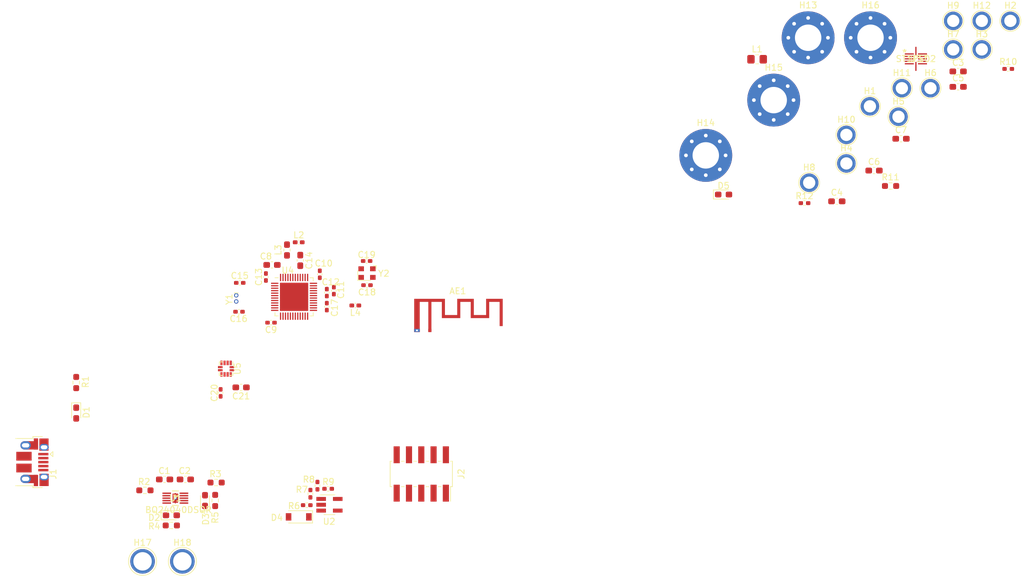
<source format=kicad_pcb>
(kicad_pcb (version 20171130) (host pcbnew "(5.1.9)-1")

  (general
    (thickness 1.6)
    (drawings 0)
    (tracks 0)
    (zones 0)
    (modules 70)
    (nets 73)
  )

  (page A4)
  (layers
    (0 F.Cu signal)
    (31 B.Cu signal)
    (32 B.Adhes user)
    (33 F.Adhes user)
    (34 B.Paste user)
    (35 F.Paste user)
    (36 B.SilkS user)
    (37 F.SilkS user)
    (38 B.Mask user)
    (39 F.Mask user)
    (40 Dwgs.User user)
    (41 Cmts.User user)
    (42 Eco1.User user)
    (43 Eco2.User user)
    (44 Edge.Cuts user)
    (45 Margin user)
    (46 B.CrtYd user)
    (47 F.CrtYd user)
    (48 B.Fab user)
    (49 F.Fab user)
  )

  (setup
    (last_trace_width 0.25)
    (trace_clearance 0.2)
    (zone_clearance 0.508)
    (zone_45_only no)
    (trace_min 0.2)
    (via_size 0.8)
    (via_drill 0.4)
    (via_min_size 0.4)
    (via_min_drill 0.3)
    (uvia_size 0.3)
    (uvia_drill 0.1)
    (uvias_allowed no)
    (uvia_min_size 0.2)
    (uvia_min_drill 0.1)
    (edge_width 0.05)
    (segment_width 0.2)
    (pcb_text_width 0.3)
    (pcb_text_size 1.5 1.5)
    (mod_edge_width 0.12)
    (mod_text_size 1 1)
    (mod_text_width 0.15)
    (pad_size 1.524 1.524)
    (pad_drill 0.762)
    (pad_to_mask_clearance 0)
    (aux_axis_origin 0 0)
    (visible_elements FFFFFF7F)
    (pcbplotparams
      (layerselection 0x010fc_ffffffff)
      (usegerberextensions false)
      (usegerberattributes true)
      (usegerberadvancedattributes true)
      (creategerberjobfile true)
      (excludeedgelayer true)
      (linewidth 0.100000)
      (plotframeref false)
      (viasonmask false)
      (mode 1)
      (useauxorigin false)
      (hpglpennumber 1)
      (hpglpenspeed 20)
      (hpglpendiameter 15.000000)
      (psnegative false)
      (psa4output false)
      (plotreference true)
      (plotvalue true)
      (plotinvisibletext false)
      (padsonsilk false)
      (subtractmaskfromsilk false)
      (outputformat 1)
      (mirror false)
      (drillshape 1)
      (scaleselection 1)
      (outputdirectory ""))
  )

  (net 0 "")
  (net 1 "Net-(AE1-Pad1)")
  (net 2 BQ_VSS)
  (net 3 +5V)
  (net 4 BQ_OUT)
  (net 5 BUCK_Vout2)
  (net 6 BUCK_VOUT)
  (net 7 "Net-(C11-Pad1)")
  (net 8 "Net-(C12-Pad1)")
  (net 9 "Net-(C13-Pad1)")
  (net 10 "Net-(C14-Pad1)")
  (net 11 XL1)
  (net 12 XL2)
  (net 13 "Net-(C17-Pad2)")
  (net 14 "Net-(C18-Pad1)")
  (net 15 "Net-(C19-Pad1)")
  (net 16 "Net-(D1-Pad1)")
  (net 17 ~BQ_PG~)
  (net 18 "Net-(D2-Pad2)")
  (net 19 "Net-(D3-Pad2)")
  (net 20 ~BQ_CHG~)
  (net 21 "Net-(D4-Pad1)")
  (net 22 "Net-(D5-Pad1)")
  (net 23 BUCK_PGOOD)
  (net 24 SPI_01_CS)
  (net 25 AIN0)
  (net 26 AIN1)
  (net 27 AIN2)
  (net 28 AIN3)
  (net 29 AIN4)
  (net 30 AIN5)
  (net 31 AIN6)
  (net 32 AIN7)
  (net 33 "Net-(J1-Pad6)")
  (net 34 "Net-(J1-Pad2)")
  (net 35 "Net-(J1-Pad3)")
  (net 36 "Net-(J1-Pad4)")
  (net 37 SWDIO)
  (net 38 SWDCLK)
  (net 39 SWO)
  (net 40 "Net-(J2-Pad7)")
  (net 41 "Net-(J2-Pad8)")
  (net 42 ~RESET~)
  (net 43 BUCK_SW)
  (net 44 "Net-(L2-Pad1)")
  (net 45 "Net-(L3-Pad1)")
  (net 46 BQ_ISET)
  (net 47 BQ_TS)
  (net 48 "Net-(R7-Pad2)")
  (net 49 EN)
  (net 50 "Net-(R10-Pad1)")
  (net 51 "Net-(U1-Pad4)")
  (net 52 "Net-(U1-Pad6)")
  (net 53 "Net-(U4-Pad8)")
  (net 54 ACCEL_INT1)
  (net 55 ACCEL_INT2)
  (net 56 "Net-(U4-Pad11)")
  (net 57 "Net-(U4-Pad12)")
  (net 58 "Net-(U4-Pad14)")
  (net 59 "Net-(U4-Pad15)")
  (net 60 SPI_MISO)
  (net 61 SPI_SCK)
  (net 62 SPI_MOSI)
  (net 63 "Net-(U4-Pad20)")
  (net 64 "Net-(U4-Pad22)")
  (net 65 "Net-(U4-Pad23)")
  (net 66 "Net-(U4-Pad27)")
  (net 67 "Net-(U4-Pad28)")
  (net 68 "Net-(U4-Pad29)")
  (net 69 "Net-(U4-Pad37)")
  (net 70 "Net-(U4-Pad38)")
  (net 71 "Net-(U4-Pad39)")
  (net 72 "Net-(U4-Pad44)")

  (net_class Default "This is the default net class."
    (clearance 0.2)
    (trace_width 0.25)
    (via_dia 0.8)
    (via_drill 0.4)
    (uvia_dia 0.3)
    (uvia_drill 0.1)
    (add_net +5V)
    (add_net ACCEL_INT1)
    (add_net ACCEL_INT2)
    (add_net AIN0)
    (add_net AIN1)
    (add_net AIN2)
    (add_net AIN3)
    (add_net AIN4)
    (add_net AIN5)
    (add_net AIN6)
    (add_net AIN7)
    (add_net BQ_ISET)
    (add_net BQ_OUT)
    (add_net BQ_TS)
    (add_net BQ_VSS)
    (add_net BUCK_PGOOD)
    (add_net BUCK_SW)
    (add_net BUCK_VOUT)
    (add_net BUCK_Vout2)
    (add_net EN)
    (add_net "Net-(AE1-Pad1)")
    (add_net "Net-(C11-Pad1)")
    (add_net "Net-(C12-Pad1)")
    (add_net "Net-(C13-Pad1)")
    (add_net "Net-(C14-Pad1)")
    (add_net "Net-(C17-Pad2)")
    (add_net "Net-(C18-Pad1)")
    (add_net "Net-(C19-Pad1)")
    (add_net "Net-(D1-Pad1)")
    (add_net "Net-(D2-Pad2)")
    (add_net "Net-(D3-Pad2)")
    (add_net "Net-(D4-Pad1)")
    (add_net "Net-(D5-Pad1)")
    (add_net "Net-(J1-Pad2)")
    (add_net "Net-(J1-Pad3)")
    (add_net "Net-(J1-Pad4)")
    (add_net "Net-(J1-Pad6)")
    (add_net "Net-(J2-Pad7)")
    (add_net "Net-(J2-Pad8)")
    (add_net "Net-(L2-Pad1)")
    (add_net "Net-(L3-Pad1)")
    (add_net "Net-(R10-Pad1)")
    (add_net "Net-(R7-Pad2)")
    (add_net "Net-(U1-Pad4)")
    (add_net "Net-(U1-Pad6)")
    (add_net "Net-(U4-Pad11)")
    (add_net "Net-(U4-Pad12)")
    (add_net "Net-(U4-Pad14)")
    (add_net "Net-(U4-Pad15)")
    (add_net "Net-(U4-Pad20)")
    (add_net "Net-(U4-Pad22)")
    (add_net "Net-(U4-Pad23)")
    (add_net "Net-(U4-Pad27)")
    (add_net "Net-(U4-Pad28)")
    (add_net "Net-(U4-Pad29)")
    (add_net "Net-(U4-Pad37)")
    (add_net "Net-(U4-Pad38)")
    (add_net "Net-(U4-Pad39)")
    (add_net "Net-(U4-Pad44)")
    (add_net "Net-(U4-Pad8)")
    (add_net SPI_01_CS)
    (add_net SPI_MISO)
    (add_net SPI_MOSI)
    (add_net SPI_SCK)
    (add_net SWDCLK)
    (add_net SWDIO)
    (add_net SWO)
    (add_net XL1)
    (add_net XL2)
    (add_net ~BQ_CHG~)
    (add_net ~BQ_PG~)
    (add_net ~RESET~)
  )

  (module RF_Antenna:Texas_SWRA117D_2.4GHz_Right (layer F.Cu) (tedit 5996791A) (tstamp 608C80A0)
    (at 180.34 69.723)
    (descr http://www.ti.com/lit/an/swra117d/swra117d.pdf)
    (tags "PCB antenna")
    (path /6099647A)
    (attr virtual)
    (fp_text reference AE1 (at 4.55 -6.41) (layer F.SilkS)
      (effects (font (size 1 1) (thickness 0.15)))
    )
    (fp_text value Antenna (at 4.55 1.21) (layer F.Fab)
      (effects (font (size 1 1) (thickness 0.15)))
    )
    (fp_line (start -3.2 -5.6) (end 12.3 -5.6) (layer F.Fab) (width 0.15))
    (fp_line (start 12.3 0.35) (end -3.2 0.35) (layer F.Fab) (width 0.15))
    (fp_line (start -3.2 0.35) (end -3.2 -5.6) (layer F.Fab) (width 0.15))
    (fp_line (start 12.3 -5.6) (end 12.3 0.35) (layer F.Fab) (width 0.15))
    (fp_line (start -3.2 0.35) (end -3.2 -5.6) (layer F.CrtYd) (width 0.05))
    (fp_line (start 12.3 0.35) (end -3.2 0.35) (layer F.CrtYd) (width 0.05))
    (fp_line (start 12.3 -5.6) (end 12.3 0.35) (layer F.CrtYd) (width 0.05))
    (fp_line (start -3.2 -5.6) (end 12.3 -5.6) (layer F.CrtYd) (width 0.05))
    (fp_line (start -3.05 -0.25) (end 12.15 -5.45) (layer Dwgs.User) (width 0.15))
    (fp_line (start -3.05 -5.45) (end 12.15 -0.25) (layer Dwgs.User) (width 0.15))
    (fp_line (start 12.15 -0.25) (end 12.15 -5.45) (layer Dwgs.User) (width 0.15))
    (fp_line (start -3.05 -0.25) (end -3.05 -5.45) (layer Dwgs.User) (width 0.15))
    (fp_line (start -3.05 -0.25) (end 12.15 -0.25) (layer Dwgs.User) (width 0.15))
    (fp_line (start -3.05 -5.45) (end 12.15 -5.45) (layer Dwgs.User) (width 0.15))
    (fp_poly (pts (xy 2.45 -2.51) (xy 4.45 -2.51) (xy 4.45 -5.15) (xy 7.15 -5.15)
      (xy 7.15 -2.51) (xy 9.15 -2.51) (xy 9.15 -5.15) (xy 11.85 -5.15)
      (xy 11.85 -0.71) (xy 11.35 -0.71) (xy 11.35 -4.65) (xy 9.65 -4.65)
      (xy 9.65 -2.01) (xy 6.65 -2.01) (xy 6.65 -4.65) (xy 4.95 -4.65)
      (xy 4.95 -2.01) (xy 1.95 -2.01) (xy 1.95 -4.65) (xy 0.25 -4.65)
      (xy 0.25 0.25) (xy -0.25 0.25) (xy -0.25 -4.65) (xy -1.65 -4.65)
      (xy -1.65 0.25) (xy -2.55 0.25) (xy -2.55 0.006785) (xy -2.247583 0.006785)
      (xy -2.237742 0.054395) (xy -2.213674 0.096797) (xy -2.175731 0.129581) (xy -2.167819 0.133935)
      (xy -2.125156 0.146043) (xy -2.076637 0.1453) (xy -2.031122 0.1324) (xy -2.012511 0.121787)
      (xy -1.978868 0.086553) (xy -1.958309 0.041368) (xy -1.951778 -0.008158) (xy -1.960218 -0.056417)
      (xy -1.977112 -0.088643) (xy -2.012372 -0.121313) (xy -2.057682 -0.141408) (xy -2.107267 -0.147982)
      (xy -2.155353 -0.140092) (xy -2.188245 -0.123186) (xy -2.223185 -0.086416) (xy -2.242847 -0.041622)
      (xy -2.247583 0.006785) (xy -2.55 0.006785) (xy -2.55 -5.15) (xy 2.45 -5.15)
      (xy 2.45 -2.51)) (layer F.Cu) (width 0))
    (fp_text user %R (at 4.55 -6.4) (layer F.Fab)
      (effects (font (size 1 1) (thickness 0.15)))
    )
    (pad 2 thru_hole rect (at -2.1 0) (size 0.9 0.5) (drill 0.3) (layers *.Cu)
      (zone_connect 2))
    (pad 1 connect rect (at 0 0) (size 0.5 0.5) (layers F.Cu)
      (net 1 "Net-(AE1-Pad1)"))
  )

  (module Capacitor_SMD:C_0603_1608Metric_Pad1.08x0.95mm_HandSolder (layer F.Cu) (tedit 5F68FEEF) (tstamp 608C80B1)
    (at 137.1865 93.98)
    (descr "Capacitor SMD 0603 (1608 Metric), square (rectangular) end terminal, IPC_7351 nominal with elongated pad for handsoldering. (Body size source: IPC-SM-782 page 76, https://www.pcb-3d.com/wordpress/wp-content/uploads/ipc-sm-782a_amendment_1_and_2.pdf), generated with kicad-footprint-generator")
    (tags "capacitor handsolder")
    (path /608FE5C5)
    (attr smd)
    (fp_text reference C1 (at -0.0265 -1.397) (layer F.SilkS)
      (effects (font (size 1 1) (thickness 0.15)))
    )
    (fp_text value 1u (at 0 1.43) (layer F.Fab) hide
      (effects (font (size 1 1) (thickness 0.15)))
    )
    (fp_text user %R (at 0 0) (layer F.Fab)
      (effects (font (size 0.4 0.4) (thickness 0.06)))
    )
    (fp_line (start -0.8 0.4) (end -0.8 -0.4) (layer F.Fab) (width 0.1))
    (fp_line (start -0.8 -0.4) (end 0.8 -0.4) (layer F.Fab) (width 0.1))
    (fp_line (start 0.8 -0.4) (end 0.8 0.4) (layer F.Fab) (width 0.1))
    (fp_line (start 0.8 0.4) (end -0.8 0.4) (layer F.Fab) (width 0.1))
    (fp_line (start -0.146267 -0.51) (end 0.146267 -0.51) (layer F.SilkS) (width 0.12))
    (fp_line (start -0.146267 0.51) (end 0.146267 0.51) (layer F.SilkS) (width 0.12))
    (fp_line (start -1.65 0.73) (end -1.65 -0.73) (layer F.CrtYd) (width 0.05))
    (fp_line (start -1.65 -0.73) (end 1.65 -0.73) (layer F.CrtYd) (width 0.05))
    (fp_line (start 1.65 -0.73) (end 1.65 0.73) (layer F.CrtYd) (width 0.05))
    (fp_line (start 1.65 0.73) (end -1.65 0.73) (layer F.CrtYd) (width 0.05))
    (pad 2 smd roundrect (at 0.8625 0) (size 1.075 0.95) (layers F.Cu F.Paste F.Mask) (roundrect_rratio 0.25)
      (net 2 BQ_VSS))
    (pad 1 smd roundrect (at -0.8625 0) (size 1.075 0.95) (layers F.Cu F.Paste F.Mask) (roundrect_rratio 0.25)
      (net 3 +5V))
    (model ${KISYS3DMOD}/Capacitor_SMD.3dshapes/C_0603_1608Metric.wrl
      (at (xyz 0 0 0))
      (scale (xyz 1 1 1))
      (rotate (xyz 0 0 0))
    )
  )

  (module Capacitor_SMD:C_0603_1608Metric_Pad1.08x0.95mm_HandSolder (layer F.Cu) (tedit 5F68FEEF) (tstamp 608C80C2)
    (at 140.5625 93.98 180)
    (descr "Capacitor SMD 0603 (1608 Metric), square (rectangular) end terminal, IPC_7351 nominal with elongated pad for handsoldering. (Body size source: IPC-SM-782 page 76, https://www.pcb-3d.com/wordpress/wp-content/uploads/ipc-sm-782a_amendment_1_and_2.pdf), generated with kicad-footprint-generator")
    (tags "capacitor handsolder")
    (path /6091B3BA)
    (attr smd)
    (fp_text reference C2 (at 0.1005 1.397) (layer F.SilkS)
      (effects (font (size 1 1) (thickness 0.15)))
    )
    (fp_text value 1u (at 0 1.43) (layer F.Fab) hide
      (effects (font (size 1 1) (thickness 0.15)))
    )
    (fp_line (start 1.65 0.73) (end -1.65 0.73) (layer F.CrtYd) (width 0.05))
    (fp_line (start 1.65 -0.73) (end 1.65 0.73) (layer F.CrtYd) (width 0.05))
    (fp_line (start -1.65 -0.73) (end 1.65 -0.73) (layer F.CrtYd) (width 0.05))
    (fp_line (start -1.65 0.73) (end -1.65 -0.73) (layer F.CrtYd) (width 0.05))
    (fp_line (start -0.146267 0.51) (end 0.146267 0.51) (layer F.SilkS) (width 0.12))
    (fp_line (start -0.146267 -0.51) (end 0.146267 -0.51) (layer F.SilkS) (width 0.12))
    (fp_line (start 0.8 0.4) (end -0.8 0.4) (layer F.Fab) (width 0.1))
    (fp_line (start 0.8 -0.4) (end 0.8 0.4) (layer F.Fab) (width 0.1))
    (fp_line (start -0.8 -0.4) (end 0.8 -0.4) (layer F.Fab) (width 0.1))
    (fp_line (start -0.8 0.4) (end -0.8 -0.4) (layer F.Fab) (width 0.1))
    (fp_text user %R (at 0 0) (layer F.Fab)
      (effects (font (size 0.4 0.4) (thickness 0.06)))
    )
    (pad 1 smd roundrect (at -0.8625 0 180) (size 1.075 0.95) (layers F.Cu F.Paste F.Mask) (roundrect_rratio 0.25)
      (net 4 BQ_OUT))
    (pad 2 smd roundrect (at 0.8625 0 180) (size 1.075 0.95) (layers F.Cu F.Paste F.Mask) (roundrect_rratio 0.25)
      (net 2 BQ_VSS))
    (model ${KISYS3DMOD}/Capacitor_SMD.3dshapes/C_0603_1608Metric.wrl
      (at (xyz 0 0 0))
      (scale (xyz 1 1 1))
      (rotate (xyz 0 0 0))
    )
  )

  (module Capacitor_SMD:C_0603_1608Metric_Pad1.08x0.95mm_HandSolder (layer F.Cu) (tedit 5F68FEEF) (tstamp 608C80D3)
    (at 266.272261 27.553061)
    (descr "Capacitor SMD 0603 (1608 Metric), square (rectangular) end terminal, IPC_7351 nominal with elongated pad for handsoldering. (Body size source: IPC-SM-782 page 76, https://www.pcb-3d.com/wordpress/wp-content/uploads/ipc-sm-782a_amendment_1_and_2.pdf), generated with kicad-footprint-generator")
    (tags "capacitor handsolder")
    (path /609A977E)
    (attr smd)
    (fp_text reference C3 (at 0 -1.43) (layer F.SilkS)
      (effects (font (size 1 1) (thickness 0.15)))
    )
    (fp_text value 1u (at 0 1.43) (layer F.Fab)
      (effects (font (size 1 1) (thickness 0.15)))
    )
    (fp_text user %R (at 0 0) (layer F.Fab)
      (effects (font (size 0.4 0.4) (thickness 0.06)))
    )
    (fp_line (start -0.8 0.4) (end -0.8 -0.4) (layer F.Fab) (width 0.1))
    (fp_line (start -0.8 -0.4) (end 0.8 -0.4) (layer F.Fab) (width 0.1))
    (fp_line (start 0.8 -0.4) (end 0.8 0.4) (layer F.Fab) (width 0.1))
    (fp_line (start 0.8 0.4) (end -0.8 0.4) (layer F.Fab) (width 0.1))
    (fp_line (start -0.146267 -0.51) (end 0.146267 -0.51) (layer F.SilkS) (width 0.12))
    (fp_line (start -0.146267 0.51) (end 0.146267 0.51) (layer F.SilkS) (width 0.12))
    (fp_line (start -1.65 0.73) (end -1.65 -0.73) (layer F.CrtYd) (width 0.05))
    (fp_line (start -1.65 -0.73) (end 1.65 -0.73) (layer F.CrtYd) (width 0.05))
    (fp_line (start 1.65 -0.73) (end 1.65 0.73) (layer F.CrtYd) (width 0.05))
    (fp_line (start 1.65 0.73) (end -1.65 0.73) (layer F.CrtYd) (width 0.05))
    (pad 2 smd roundrect (at 0.8625 0) (size 1.075 0.95) (layers F.Cu F.Paste F.Mask) (roundrect_rratio 0.25)
      (net 2 BQ_VSS))
    (pad 1 smd roundrect (at -0.8625 0) (size 1.075 0.95) (layers F.Cu F.Paste F.Mask) (roundrect_rratio 0.25)
      (net 4 BQ_OUT))
    (model ${KISYS3DMOD}/Capacitor_SMD.3dshapes/C_0603_1608Metric.wrl
      (at (xyz 0 0 0))
      (scale (xyz 1 1 1))
      (rotate (xyz 0 0 0))
    )
  )

  (module Capacitor_SMD:C_0603_1608Metric_Pad1.08x0.95mm_HandSolder (layer F.Cu) (tedit 5F68FEEF) (tstamp 608C80E4)
    (at 246.542261 48.703061)
    (descr "Capacitor SMD 0603 (1608 Metric), square (rectangular) end terminal, IPC_7351 nominal with elongated pad for handsoldering. (Body size source: IPC-SM-782 page 76, https://www.pcb-3d.com/wordpress/wp-content/uploads/ipc-sm-782a_amendment_1_and_2.pdf), generated with kicad-footprint-generator")
    (tags "capacitor handsolder")
    (path /609A9B57)
    (attr smd)
    (fp_text reference C4 (at 0 -1.43) (layer F.SilkS)
      (effects (font (size 1 1) (thickness 0.15)))
    )
    (fp_text value 100n (at 0 1.43) (layer F.Fab)
      (effects (font (size 1 1) (thickness 0.15)))
    )
    (fp_line (start 1.65 0.73) (end -1.65 0.73) (layer F.CrtYd) (width 0.05))
    (fp_line (start 1.65 -0.73) (end 1.65 0.73) (layer F.CrtYd) (width 0.05))
    (fp_line (start -1.65 -0.73) (end 1.65 -0.73) (layer F.CrtYd) (width 0.05))
    (fp_line (start -1.65 0.73) (end -1.65 -0.73) (layer F.CrtYd) (width 0.05))
    (fp_line (start -0.146267 0.51) (end 0.146267 0.51) (layer F.SilkS) (width 0.12))
    (fp_line (start -0.146267 -0.51) (end 0.146267 -0.51) (layer F.SilkS) (width 0.12))
    (fp_line (start 0.8 0.4) (end -0.8 0.4) (layer F.Fab) (width 0.1))
    (fp_line (start 0.8 -0.4) (end 0.8 0.4) (layer F.Fab) (width 0.1))
    (fp_line (start -0.8 -0.4) (end 0.8 -0.4) (layer F.Fab) (width 0.1))
    (fp_line (start -0.8 0.4) (end -0.8 -0.4) (layer F.Fab) (width 0.1))
    (fp_text user %R (at 0 0) (layer F.Fab)
      (effects (font (size 0.4 0.4) (thickness 0.06)))
    )
    (pad 1 smd roundrect (at -0.8625 0) (size 1.075 0.95) (layers F.Cu F.Paste F.Mask) (roundrect_rratio 0.25)
      (net 4 BQ_OUT))
    (pad 2 smd roundrect (at 0.8625 0) (size 1.075 0.95) (layers F.Cu F.Paste F.Mask) (roundrect_rratio 0.25)
      (net 2 BQ_VSS))
    (model ${KISYS3DMOD}/Capacitor_SMD.3dshapes/C_0603_1608Metric.wrl
      (at (xyz 0 0 0))
      (scale (xyz 1 1 1))
      (rotate (xyz 0 0 0))
    )
  )

  (module Capacitor_SMD:C_0603_1608Metric_Pad1.08x0.95mm_HandSolder (layer F.Cu) (tedit 5F68FEEF) (tstamp 608C80F5)
    (at 266.272261 30.063061)
    (descr "Capacitor SMD 0603 (1608 Metric), square (rectangular) end terminal, IPC_7351 nominal with elongated pad for handsoldering. (Body size source: IPC-SM-782 page 76, https://www.pcb-3d.com/wordpress/wp-content/uploads/ipc-sm-782a_amendment_1_and_2.pdf), generated with kicad-footprint-generator")
    (tags "capacitor handsolder")
    (path /60A48461)
    (attr smd)
    (fp_text reference C5 (at 0 -1.43) (layer F.SilkS)
      (effects (font (size 1 1) (thickness 0.15)))
    )
    (fp_text value 10u (at 0 1.43) (layer F.Fab)
      (effects (font (size 1 1) (thickness 0.15)))
    )
    (fp_line (start 1.65 0.73) (end -1.65 0.73) (layer F.CrtYd) (width 0.05))
    (fp_line (start 1.65 -0.73) (end 1.65 0.73) (layer F.CrtYd) (width 0.05))
    (fp_line (start -1.65 -0.73) (end 1.65 -0.73) (layer F.CrtYd) (width 0.05))
    (fp_line (start -1.65 0.73) (end -1.65 -0.73) (layer F.CrtYd) (width 0.05))
    (fp_line (start -0.146267 0.51) (end 0.146267 0.51) (layer F.SilkS) (width 0.12))
    (fp_line (start -0.146267 -0.51) (end 0.146267 -0.51) (layer F.SilkS) (width 0.12))
    (fp_line (start 0.8 0.4) (end -0.8 0.4) (layer F.Fab) (width 0.1))
    (fp_line (start 0.8 -0.4) (end 0.8 0.4) (layer F.Fab) (width 0.1))
    (fp_line (start -0.8 -0.4) (end 0.8 -0.4) (layer F.Fab) (width 0.1))
    (fp_line (start -0.8 0.4) (end -0.8 -0.4) (layer F.Fab) (width 0.1))
    (fp_text user %R (at 0 0) (layer F.Fab)
      (effects (font (size 0.4 0.4) (thickness 0.06)))
    )
    (pad 1 smd roundrect (at -0.8625 0) (size 1.075 0.95) (layers F.Cu F.Paste F.Mask) (roundrect_rratio 0.25)
      (net 4 BQ_OUT))
    (pad 2 smd roundrect (at 0.8625 0) (size 1.075 0.95) (layers F.Cu F.Paste F.Mask) (roundrect_rratio 0.25)
      (net 2 BQ_VSS))
    (model ${KISYS3DMOD}/Capacitor_SMD.3dshapes/C_0603_1608Metric.wrl
      (at (xyz 0 0 0))
      (scale (xyz 1 1 1))
      (rotate (xyz 0 0 0))
    )
  )

  (module Capacitor_SMD:C_0603_1608Metric_Pad1.08x0.95mm_HandSolder (layer F.Cu) (tedit 5F68FEEF) (tstamp 608C8106)
    (at 252.592261 43.693061)
    (descr "Capacitor SMD 0603 (1608 Metric), square (rectangular) end terminal, IPC_7351 nominal with elongated pad for handsoldering. (Body size source: IPC-SM-782 page 76, https://www.pcb-3d.com/wordpress/wp-content/uploads/ipc-sm-782a_amendment_1_and_2.pdf), generated with kicad-footprint-generator")
    (tags "capacitor handsolder")
    (path /60C90235)
    (attr smd)
    (fp_text reference C6 (at 0 -1.43) (layer F.SilkS)
      (effects (font (size 1 1) (thickness 0.15)))
    )
    (fp_text value 10u (at 0 1.43) (layer F.Fab)
      (effects (font (size 1 1) (thickness 0.15)))
    )
    (fp_text user %R (at 0 0) (layer F.Fab)
      (effects (font (size 0.4 0.4) (thickness 0.06)))
    )
    (fp_line (start -0.8 0.4) (end -0.8 -0.4) (layer F.Fab) (width 0.1))
    (fp_line (start -0.8 -0.4) (end 0.8 -0.4) (layer F.Fab) (width 0.1))
    (fp_line (start 0.8 -0.4) (end 0.8 0.4) (layer F.Fab) (width 0.1))
    (fp_line (start 0.8 0.4) (end -0.8 0.4) (layer F.Fab) (width 0.1))
    (fp_line (start -0.146267 -0.51) (end 0.146267 -0.51) (layer F.SilkS) (width 0.12))
    (fp_line (start -0.146267 0.51) (end 0.146267 0.51) (layer F.SilkS) (width 0.12))
    (fp_line (start -1.65 0.73) (end -1.65 -0.73) (layer F.CrtYd) (width 0.05))
    (fp_line (start -1.65 -0.73) (end 1.65 -0.73) (layer F.CrtYd) (width 0.05))
    (fp_line (start 1.65 -0.73) (end 1.65 0.73) (layer F.CrtYd) (width 0.05))
    (fp_line (start 1.65 0.73) (end -1.65 0.73) (layer F.CrtYd) (width 0.05))
    (pad 2 smd roundrect (at 0.8625 0) (size 1.075 0.95) (layers F.Cu F.Paste F.Mask) (roundrect_rratio 0.25)
      (net 2 BQ_VSS))
    (pad 1 smd roundrect (at -0.8625 0) (size 1.075 0.95) (layers F.Cu F.Paste F.Mask) (roundrect_rratio 0.25)
      (net 5 BUCK_Vout2))
    (model ${KISYS3DMOD}/Capacitor_SMD.3dshapes/C_0603_1608Metric.wrl
      (at (xyz 0 0 0))
      (scale (xyz 1 1 1))
      (rotate (xyz 0 0 0))
    )
  )

  (module Capacitor_SMD:C_0603_1608Metric_Pad1.08x0.95mm_HandSolder (layer F.Cu) (tedit 5F68FEEF) (tstamp 608C8117)
    (at 256.982261 38.513061)
    (descr "Capacitor SMD 0603 (1608 Metric), square (rectangular) end terminal, IPC_7351 nominal with elongated pad for handsoldering. (Body size source: IPC-SM-782 page 76, https://www.pcb-3d.com/wordpress/wp-content/uploads/ipc-sm-782a_amendment_1_and_2.pdf), generated with kicad-footprint-generator")
    (tags "capacitor handsolder")
    (path /60C8F999)
    (attr smd)
    (fp_text reference C7 (at 0 -1.43) (layer F.SilkS)
      (effects (font (size 1 1) (thickness 0.15)))
    )
    (fp_text value 10u (at 0 1.43) (layer F.Fab)
      (effects (font (size 1 1) (thickness 0.15)))
    )
    (fp_text user %R (at 0 0) (layer F.Fab)
      (effects (font (size 0.4 0.4) (thickness 0.06)))
    )
    (fp_line (start -0.8 0.4) (end -0.8 -0.4) (layer F.Fab) (width 0.1))
    (fp_line (start -0.8 -0.4) (end 0.8 -0.4) (layer F.Fab) (width 0.1))
    (fp_line (start 0.8 -0.4) (end 0.8 0.4) (layer F.Fab) (width 0.1))
    (fp_line (start 0.8 0.4) (end -0.8 0.4) (layer F.Fab) (width 0.1))
    (fp_line (start -0.146267 -0.51) (end 0.146267 -0.51) (layer F.SilkS) (width 0.12))
    (fp_line (start -0.146267 0.51) (end 0.146267 0.51) (layer F.SilkS) (width 0.12))
    (fp_line (start -1.65 0.73) (end -1.65 -0.73) (layer F.CrtYd) (width 0.05))
    (fp_line (start -1.65 -0.73) (end 1.65 -0.73) (layer F.CrtYd) (width 0.05))
    (fp_line (start 1.65 -0.73) (end 1.65 0.73) (layer F.CrtYd) (width 0.05))
    (fp_line (start 1.65 0.73) (end -1.65 0.73) (layer F.CrtYd) (width 0.05))
    (pad 2 smd roundrect (at 0.8625 0) (size 1.075 0.95) (layers F.Cu F.Paste F.Mask) (roundrect_rratio 0.25)
      (net 2 BQ_VSS))
    (pad 1 smd roundrect (at -0.8625 0) (size 1.075 0.95) (layers F.Cu F.Paste F.Mask) (roundrect_rratio 0.25)
      (net 6 BUCK_VOUT))
    (model ${KISYS3DMOD}/Capacitor_SMD.3dshapes/C_0603_1608Metric.wrl
      (at (xyz 0 0 0))
      (scale (xyz 1 1 1))
      (rotate (xyz 0 0 0))
    )
  )

  (module Capacitor_SMD:C_0603_1608Metric_Pad1.08x0.95mm_HandSolder (layer F.Cu) (tedit 5F68FEEF) (tstamp 608C8128)
    (at 154.6595 59.055 180)
    (descr "Capacitor SMD 0603 (1608 Metric), square (rectangular) end terminal, IPC_7351 nominal with elongated pad for handsoldering. (Body size source: IPC-SM-782 page 76, https://www.pcb-3d.com/wordpress/wp-content/uploads/ipc-sm-782a_amendment_1_and_2.pdf), generated with kicad-footprint-generator")
    (tags "capacitor handsolder")
    (path /608510EE)
    (attr smd)
    (fp_text reference C8 (at 0.9895 1.397) (layer F.SilkS)
      (effects (font (size 1 1) (thickness 0.15)))
    )
    (fp_text value 4.7u (at 0 1.43) (layer F.Fab) hide
      (effects (font (size 1 1) (thickness 0.15)))
    )
    (fp_line (start 1.65 0.73) (end -1.65 0.73) (layer F.CrtYd) (width 0.05))
    (fp_line (start 1.65 -0.73) (end 1.65 0.73) (layer F.CrtYd) (width 0.05))
    (fp_line (start -1.65 -0.73) (end 1.65 -0.73) (layer F.CrtYd) (width 0.05))
    (fp_line (start -1.65 0.73) (end -1.65 -0.73) (layer F.CrtYd) (width 0.05))
    (fp_line (start -0.146267 0.51) (end 0.146267 0.51) (layer F.SilkS) (width 0.12))
    (fp_line (start -0.146267 -0.51) (end 0.146267 -0.51) (layer F.SilkS) (width 0.12))
    (fp_line (start 0.8 0.4) (end -0.8 0.4) (layer F.Fab) (width 0.1))
    (fp_line (start 0.8 -0.4) (end 0.8 0.4) (layer F.Fab) (width 0.1))
    (fp_line (start -0.8 -0.4) (end 0.8 -0.4) (layer F.Fab) (width 0.1))
    (fp_line (start -0.8 0.4) (end -0.8 -0.4) (layer F.Fab) (width 0.1))
    (fp_text user %R (at 0 0) (layer F.Fab)
      (effects (font (size 0.4 0.4) (thickness 0.06)))
    )
    (pad 1 smd roundrect (at -0.8625 0 180) (size 1.075 0.95) (layers F.Cu F.Paste F.Mask) (roundrect_rratio 0.25)
      (net 6 BUCK_VOUT))
    (pad 2 smd roundrect (at 0.8625 0 180) (size 1.075 0.95) (layers F.Cu F.Paste F.Mask) (roundrect_rratio 0.25)
      (net 2 BQ_VSS))
    (model ${KISYS3DMOD}/Capacitor_SMD.3dshapes/C_0603_1608Metric.wrl
      (at (xyz 0 0 0))
      (scale (xyz 1 1 1))
      (rotate (xyz 0 0 0))
    )
  )

  (module Capacitor_SMD:C_0402_1005Metric_Pad0.74x0.62mm_HandSolder (layer F.Cu) (tedit 5F6BB22C) (tstamp 608C8139)
    (at 154.4995 68.453 180)
    (descr "Capacitor SMD 0402 (1005 Metric), square (rectangular) end terminal, IPC_7351 nominal with elongated pad for handsoldering. (Body size source: IPC-SM-782 page 76, https://www.pcb-3d.com/wordpress/wp-content/uploads/ipc-sm-782a_amendment_1_and_2.pdf), generated with kicad-footprint-generator")
    (tags "capacitor handsolder")
    (path /608465A3)
    (attr smd)
    (fp_text reference C9 (at 0 -1.16) (layer F.SilkS)
      (effects (font (size 1 1) (thickness 0.15)))
    )
    (fp_text value 100n (at 0 1.16) (layer F.Fab) hide
      (effects (font (size 1 1) (thickness 0.15)))
    )
    (fp_text user %R (at 0 0) (layer F.Fab)
      (effects (font (size 0.25 0.25) (thickness 0.04)))
    )
    (fp_line (start -0.5 0.25) (end -0.5 -0.25) (layer F.Fab) (width 0.1))
    (fp_line (start -0.5 -0.25) (end 0.5 -0.25) (layer F.Fab) (width 0.1))
    (fp_line (start 0.5 -0.25) (end 0.5 0.25) (layer F.Fab) (width 0.1))
    (fp_line (start 0.5 0.25) (end -0.5 0.25) (layer F.Fab) (width 0.1))
    (fp_line (start -0.115835 -0.36) (end 0.115835 -0.36) (layer F.SilkS) (width 0.12))
    (fp_line (start -0.115835 0.36) (end 0.115835 0.36) (layer F.SilkS) (width 0.12))
    (fp_line (start -1.08 0.46) (end -1.08 -0.46) (layer F.CrtYd) (width 0.05))
    (fp_line (start -1.08 -0.46) (end 1.08 -0.46) (layer F.CrtYd) (width 0.05))
    (fp_line (start 1.08 -0.46) (end 1.08 0.46) (layer F.CrtYd) (width 0.05))
    (fp_line (start 1.08 0.46) (end -1.08 0.46) (layer F.CrtYd) (width 0.05))
    (pad 2 smd roundrect (at 0.5675 0 180) (size 0.735 0.62) (layers F.Cu F.Paste F.Mask) (roundrect_rratio 0.25)
      (net 2 BQ_VSS))
    (pad 1 smd roundrect (at -0.5675 0 180) (size 0.735 0.62) (layers F.Cu F.Paste F.Mask) (roundrect_rratio 0.25)
      (net 6 BUCK_VOUT))
    (model ${KISYS3DMOD}/Capacitor_SMD.3dshapes/C_0402_1005Metric.wrl
      (at (xyz 0 0 0))
      (scale (xyz 1 1 1))
      (rotate (xyz 0 0 0))
    )
  )

  (module Capacitor_SMD:C_0402_1005Metric_Pad0.74x0.62mm_HandSolder (layer F.Cu) (tedit 5F6BB22C) (tstamp 608C814A)
    (at 162.433 60.579 90)
    (descr "Capacitor SMD 0402 (1005 Metric), square (rectangular) end terminal, IPC_7351 nominal with elongated pad for handsoldering. (Body size source: IPC-SM-782 page 76, https://www.pcb-3d.com/wordpress/wp-content/uploads/ipc-sm-782a_amendment_1_and_2.pdf), generated with kicad-footprint-generator")
    (tags "capacitor handsolder")
    (path /609F09F6)
    (attr smd)
    (fp_text reference C10 (at 1.778 0.635 180) (layer F.SilkS)
      (effects (font (size 1 1) (thickness 0.15)))
    )
    (fp_text value 100n (at 0 1.16 90) (layer F.Fab) hide
      (effects (font (size 1 1) (thickness 0.15)))
    )
    (fp_text user %R (at 0 0 90) (layer F.Fab)
      (effects (font (size 0.25 0.25) (thickness 0.04)))
    )
    (fp_line (start -0.5 0.25) (end -0.5 -0.25) (layer F.Fab) (width 0.1))
    (fp_line (start -0.5 -0.25) (end 0.5 -0.25) (layer F.Fab) (width 0.1))
    (fp_line (start 0.5 -0.25) (end 0.5 0.25) (layer F.Fab) (width 0.1))
    (fp_line (start 0.5 0.25) (end -0.5 0.25) (layer F.Fab) (width 0.1))
    (fp_line (start -0.115835 -0.36) (end 0.115835 -0.36) (layer F.SilkS) (width 0.12))
    (fp_line (start -0.115835 0.36) (end 0.115835 0.36) (layer F.SilkS) (width 0.12))
    (fp_line (start -1.08 0.46) (end -1.08 -0.46) (layer F.CrtYd) (width 0.05))
    (fp_line (start -1.08 -0.46) (end 1.08 -0.46) (layer F.CrtYd) (width 0.05))
    (fp_line (start 1.08 -0.46) (end 1.08 0.46) (layer F.CrtYd) (width 0.05))
    (fp_line (start 1.08 0.46) (end -1.08 0.46) (layer F.CrtYd) (width 0.05))
    (pad 2 smd roundrect (at 0.5675 0 90) (size 0.735 0.62) (layers F.Cu F.Paste F.Mask) (roundrect_rratio 0.25)
      (net 2 BQ_VSS))
    (pad 1 smd roundrect (at -0.5675 0 90) (size 0.735 0.62) (layers F.Cu F.Paste F.Mask) (roundrect_rratio 0.25)
      (net 6 BUCK_VOUT))
    (model ${KISYS3DMOD}/Capacitor_SMD.3dshapes/C_0402_1005Metric.wrl
      (at (xyz 0 0 0))
      (scale (xyz 1 1 1))
      (rotate (xyz 0 0 0))
    )
  )

  (module Capacitor_SMD:C_0402_1005Metric_Pad0.74x0.62mm_HandSolder (layer F.Cu) (tedit 5F6BB22C) (tstamp 608C815B)
    (at 164.719 63.246 270)
    (descr "Capacitor SMD 0402 (1005 Metric), square (rectangular) end terminal, IPC_7351 nominal with elongated pad for handsoldering. (Body size source: IPC-SM-782 page 76, https://www.pcb-3d.com/wordpress/wp-content/uploads/ipc-sm-782a_amendment_1_and_2.pdf), generated with kicad-footprint-generator")
    (tags "capacitor handsolder")
    (path /6084EEE7)
    (attr smd)
    (fp_text reference C11 (at -0.127 -1.143 90) (layer F.SilkS)
      (effects (font (size 1 1) (thickness 0.15)))
    )
    (fp_text value 100p (at 0 1.16 90) (layer F.Fab) hide
      (effects (font (size 1 1) (thickness 0.15)))
    )
    (fp_text user %R (at 0 0 90) (layer F.Fab)
      (effects (font (size 0.25 0.25) (thickness 0.04)))
    )
    (fp_line (start -0.5 0.25) (end -0.5 -0.25) (layer F.Fab) (width 0.1))
    (fp_line (start -0.5 -0.25) (end 0.5 -0.25) (layer F.Fab) (width 0.1))
    (fp_line (start 0.5 -0.25) (end 0.5 0.25) (layer F.Fab) (width 0.1))
    (fp_line (start 0.5 0.25) (end -0.5 0.25) (layer F.Fab) (width 0.1))
    (fp_line (start -0.115835 -0.36) (end 0.115835 -0.36) (layer F.SilkS) (width 0.12))
    (fp_line (start -0.115835 0.36) (end 0.115835 0.36) (layer F.SilkS) (width 0.12))
    (fp_line (start -1.08 0.46) (end -1.08 -0.46) (layer F.CrtYd) (width 0.05))
    (fp_line (start -1.08 -0.46) (end 1.08 -0.46) (layer F.CrtYd) (width 0.05))
    (fp_line (start 1.08 -0.46) (end 1.08 0.46) (layer F.CrtYd) (width 0.05))
    (fp_line (start 1.08 0.46) (end -1.08 0.46) (layer F.CrtYd) (width 0.05))
    (pad 2 smd roundrect (at 0.5675 0 270) (size 0.735 0.62) (layers F.Cu F.Paste F.Mask) (roundrect_rratio 0.25)
      (net 2 BQ_VSS))
    (pad 1 smd roundrect (at -0.5675 0 270) (size 0.735 0.62) (layers F.Cu F.Paste F.Mask) (roundrect_rratio 0.25)
      (net 7 "Net-(C11-Pad1)"))
    (model ${KISYS3DMOD}/Capacitor_SMD.3dshapes/C_0402_1005Metric.wrl
      (at (xyz 0 0 0))
      (scale (xyz 1 1 1))
      (rotate (xyz 0 0 0))
    )
  )

  (module Capacitor_SMD:C_0402_1005Metric_Pad0.74x0.62mm_HandSolder (layer F.Cu) (tedit 5F6BB22C) (tstamp 608C816C)
    (at 163.576 63.5595 270)
    (descr "Capacitor SMD 0402 (1005 Metric), square (rectangular) end terminal, IPC_7351 nominal with elongated pad for handsoldering. (Body size source: IPC-SM-782 page 76, https://www.pcb-3d.com/wordpress/wp-content/uploads/ipc-sm-782a_amendment_1_and_2.pdf), generated with kicad-footprint-generator")
    (tags "capacitor handsolder")
    (path /6084E95F)
    (attr smd)
    (fp_text reference C12 (at -1.7105 -0.635 180) (layer F.SilkS)
      (effects (font (size 1 1) (thickness 0.15)))
    )
    (fp_text value N.C. (at 0 1.16 90) (layer F.Fab) hide
      (effects (font (size 1 1) (thickness 0.15)))
    )
    (fp_line (start 1.08 0.46) (end -1.08 0.46) (layer F.CrtYd) (width 0.05))
    (fp_line (start 1.08 -0.46) (end 1.08 0.46) (layer F.CrtYd) (width 0.05))
    (fp_line (start -1.08 -0.46) (end 1.08 -0.46) (layer F.CrtYd) (width 0.05))
    (fp_line (start -1.08 0.46) (end -1.08 -0.46) (layer F.CrtYd) (width 0.05))
    (fp_line (start -0.115835 0.36) (end 0.115835 0.36) (layer F.SilkS) (width 0.12))
    (fp_line (start -0.115835 -0.36) (end 0.115835 -0.36) (layer F.SilkS) (width 0.12))
    (fp_line (start 0.5 0.25) (end -0.5 0.25) (layer F.Fab) (width 0.1))
    (fp_line (start 0.5 -0.25) (end 0.5 0.25) (layer F.Fab) (width 0.1))
    (fp_line (start -0.5 -0.25) (end 0.5 -0.25) (layer F.Fab) (width 0.1))
    (fp_line (start -0.5 0.25) (end -0.5 -0.25) (layer F.Fab) (width 0.1))
    (fp_text user %R (at 0 0 90) (layer F.Fab)
      (effects (font (size 0.25 0.25) (thickness 0.04)))
    )
    (pad 1 smd roundrect (at -0.5675 0 270) (size 0.735 0.62) (layers F.Cu F.Paste F.Mask) (roundrect_rratio 0.25)
      (net 8 "Net-(C12-Pad1)"))
    (pad 2 smd roundrect (at 0.5675 0 270) (size 0.735 0.62) (layers F.Cu F.Paste F.Mask) (roundrect_rratio 0.25)
      (net 2 BQ_VSS))
    (model ${KISYS3DMOD}/Capacitor_SMD.3dshapes/C_0402_1005Metric.wrl
      (at (xyz 0 0 0))
      (scale (xyz 1 1 1))
      (rotate (xyz 0 0 0))
    )
  )

  (module Capacitor_SMD:C_0402_1005Metric_Pad0.74x0.62mm_HandSolder (layer F.Cu) (tedit 5F6BB22C) (tstamp 608C817D)
    (at 153.67 61.0195 90)
    (descr "Capacitor SMD 0402 (1005 Metric), square (rectangular) end terminal, IPC_7351 nominal with elongated pad for handsoldering. (Body size source: IPC-SM-782 page 76, https://www.pcb-3d.com/wordpress/wp-content/uploads/ipc-sm-782a_amendment_1_and_2.pdf), generated with kicad-footprint-generator")
    (tags "capacitor handsolder")
    (path /60834B32)
    (attr smd)
    (fp_text reference C13 (at 0 -1.16 90) (layer F.SilkS)
      (effects (font (size 1 1) (thickness 0.15)))
    )
    (fp_text value 100n (at 0 1.16 90) (layer F.Fab) hide
      (effects (font (size 1 1) (thickness 0.15)))
    )
    (fp_line (start 1.08 0.46) (end -1.08 0.46) (layer F.CrtYd) (width 0.05))
    (fp_line (start 1.08 -0.46) (end 1.08 0.46) (layer F.CrtYd) (width 0.05))
    (fp_line (start -1.08 -0.46) (end 1.08 -0.46) (layer F.CrtYd) (width 0.05))
    (fp_line (start -1.08 0.46) (end -1.08 -0.46) (layer F.CrtYd) (width 0.05))
    (fp_line (start -0.115835 0.36) (end 0.115835 0.36) (layer F.SilkS) (width 0.12))
    (fp_line (start -0.115835 -0.36) (end 0.115835 -0.36) (layer F.SilkS) (width 0.12))
    (fp_line (start 0.5 0.25) (end -0.5 0.25) (layer F.Fab) (width 0.1))
    (fp_line (start 0.5 -0.25) (end 0.5 0.25) (layer F.Fab) (width 0.1))
    (fp_line (start -0.5 -0.25) (end 0.5 -0.25) (layer F.Fab) (width 0.1))
    (fp_line (start -0.5 0.25) (end -0.5 -0.25) (layer F.Fab) (width 0.1))
    (fp_text user %R (at 0 0 90) (layer F.Fab)
      (effects (font (size 0.25 0.25) (thickness 0.04)))
    )
    (pad 1 smd roundrect (at -0.5675 0 90) (size 0.735 0.62) (layers F.Cu F.Paste F.Mask) (roundrect_rratio 0.25)
      (net 9 "Net-(C13-Pad1)"))
    (pad 2 smd roundrect (at 0.5675 0 90) (size 0.735 0.62) (layers F.Cu F.Paste F.Mask) (roundrect_rratio 0.25)
      (net 2 BQ_VSS))
    (model ${KISYS3DMOD}/Capacitor_SMD.3dshapes/C_0402_1005Metric.wrl
      (at (xyz 0 0 0))
      (scale (xyz 1 1 1))
      (rotate (xyz 0 0 0))
    )
  )

  (module Capacitor_SMD:C_0603_1608Metric_Pad1.08x0.95mm_HandSolder (layer F.Cu) (tedit 5F68FEEF) (tstamp 608C818E)
    (at 159.258 58.3195 270)
    (descr "Capacitor SMD 0603 (1608 Metric), square (rectangular) end terminal, IPC_7351 nominal with elongated pad for handsoldering. (Body size source: IPC-SM-782 page 76, https://www.pcb-3d.com/wordpress/wp-content/uploads/ipc-sm-782a_amendment_1_and_2.pdf), generated with kicad-footprint-generator")
    (tags "capacitor handsolder")
    (path /6083DA76)
    (attr smd)
    (fp_text reference C14 (at 0 -1.43 90) (layer F.SilkS)
      (effects (font (size 1 1) (thickness 0.15)))
    )
    (fp_text value 1u (at 0 1.43 90) (layer F.Fab) hide
      (effects (font (size 1 1) (thickness 0.15)))
    )
    (fp_text user %R (at 0 0 90) (layer F.Fab)
      (effects (font (size 0.4 0.4) (thickness 0.06)))
    )
    (fp_line (start -0.8 0.4) (end -0.8 -0.4) (layer F.Fab) (width 0.1))
    (fp_line (start -0.8 -0.4) (end 0.8 -0.4) (layer F.Fab) (width 0.1))
    (fp_line (start 0.8 -0.4) (end 0.8 0.4) (layer F.Fab) (width 0.1))
    (fp_line (start 0.8 0.4) (end -0.8 0.4) (layer F.Fab) (width 0.1))
    (fp_line (start -0.146267 -0.51) (end 0.146267 -0.51) (layer F.SilkS) (width 0.12))
    (fp_line (start -0.146267 0.51) (end 0.146267 0.51) (layer F.SilkS) (width 0.12))
    (fp_line (start -1.65 0.73) (end -1.65 -0.73) (layer F.CrtYd) (width 0.05))
    (fp_line (start -1.65 -0.73) (end 1.65 -0.73) (layer F.CrtYd) (width 0.05))
    (fp_line (start 1.65 -0.73) (end 1.65 0.73) (layer F.CrtYd) (width 0.05))
    (fp_line (start 1.65 0.73) (end -1.65 0.73) (layer F.CrtYd) (width 0.05))
    (pad 2 smd roundrect (at 0.8625 0 270) (size 1.075 0.95) (layers F.Cu F.Paste F.Mask) (roundrect_rratio 0.25)
      (net 2 BQ_VSS))
    (pad 1 smd roundrect (at -0.8625 0 270) (size 1.075 0.95) (layers F.Cu F.Paste F.Mask) (roundrect_rratio 0.25)
      (net 10 "Net-(C14-Pad1)"))
    (model ${KISYS3DMOD}/Capacitor_SMD.3dshapes/C_0603_1608Metric.wrl
      (at (xyz 0 0 0))
      (scale (xyz 1 1 1))
      (rotate (xyz 0 0 0))
    )
  )

  (module Capacitor_SMD:C_0402_1005Metric_Pad0.74x0.62mm_HandSolder (layer F.Cu) (tedit 5F6BB22C) (tstamp 608C819F)
    (at 149.4115 61.976)
    (descr "Capacitor SMD 0402 (1005 Metric), square (rectangular) end terminal, IPC_7351 nominal with elongated pad for handsoldering. (Body size source: IPC-SM-782 page 76, https://www.pcb-3d.com/wordpress/wp-content/uploads/ipc-sm-782a_amendment_1_and_2.pdf), generated with kicad-footprint-generator")
    (tags "capacitor handsolder")
    (path /609F21FA)
    (attr smd)
    (fp_text reference C15 (at 0 -1.16) (layer F.SilkS)
      (effects (font (size 1 1) (thickness 0.15)))
    )
    (fp_text value 12p (at 0 1.16) (layer F.Fab) hide
      (effects (font (size 1 1) (thickness 0.15)))
    )
    (fp_line (start 1.08 0.46) (end -1.08 0.46) (layer F.CrtYd) (width 0.05))
    (fp_line (start 1.08 -0.46) (end 1.08 0.46) (layer F.CrtYd) (width 0.05))
    (fp_line (start -1.08 -0.46) (end 1.08 -0.46) (layer F.CrtYd) (width 0.05))
    (fp_line (start -1.08 0.46) (end -1.08 -0.46) (layer F.CrtYd) (width 0.05))
    (fp_line (start -0.115835 0.36) (end 0.115835 0.36) (layer F.SilkS) (width 0.12))
    (fp_line (start -0.115835 -0.36) (end 0.115835 -0.36) (layer F.SilkS) (width 0.12))
    (fp_line (start 0.5 0.25) (end -0.5 0.25) (layer F.Fab) (width 0.1))
    (fp_line (start 0.5 -0.25) (end 0.5 0.25) (layer F.Fab) (width 0.1))
    (fp_line (start -0.5 -0.25) (end 0.5 -0.25) (layer F.Fab) (width 0.1))
    (fp_line (start -0.5 0.25) (end -0.5 -0.25) (layer F.Fab) (width 0.1))
    (fp_text user %R (at 0 0) (layer F.Fab)
      (effects (font (size 0.25 0.25) (thickness 0.04)))
    )
    (pad 1 smd roundrect (at -0.5675 0) (size 0.735 0.62) (layers F.Cu F.Paste F.Mask) (roundrect_rratio 0.25)
      (net 11 XL1))
    (pad 2 smd roundrect (at 0.5675 0) (size 0.735 0.62) (layers F.Cu F.Paste F.Mask) (roundrect_rratio 0.25)
      (net 2 BQ_VSS))
    (model ${KISYS3DMOD}/Capacitor_SMD.3dshapes/C_0402_1005Metric.wrl
      (at (xyz 0 0 0))
      (scale (xyz 1 1 1))
      (rotate (xyz 0 0 0))
    )
  )

  (module Capacitor_SMD:C_0402_1005Metric_Pad0.74x0.62mm_HandSolder (layer F.Cu) (tedit 5F6BB22C) (tstamp 608C81B0)
    (at 149.2925 66.675)
    (descr "Capacitor SMD 0402 (1005 Metric), square (rectangular) end terminal, IPC_7351 nominal with elongated pad for handsoldering. (Body size source: IPC-SM-782 page 76, https://www.pcb-3d.com/wordpress/wp-content/uploads/ipc-sm-782a_amendment_1_and_2.pdf), generated with kicad-footprint-generator")
    (tags "capacitor handsolder")
    (path /609F2984)
    (attr smd)
    (fp_text reference C16 (at -0.0675 1.143) (layer F.SilkS)
      (effects (font (size 1 1) (thickness 0.15)))
    )
    (fp_text value 12p (at 0 1.16) (layer F.Fab) hide
      (effects (font (size 1 1) (thickness 0.15)))
    )
    (fp_line (start 1.08 0.46) (end -1.08 0.46) (layer F.CrtYd) (width 0.05))
    (fp_line (start 1.08 -0.46) (end 1.08 0.46) (layer F.CrtYd) (width 0.05))
    (fp_line (start -1.08 -0.46) (end 1.08 -0.46) (layer F.CrtYd) (width 0.05))
    (fp_line (start -1.08 0.46) (end -1.08 -0.46) (layer F.CrtYd) (width 0.05))
    (fp_line (start -0.115835 0.36) (end 0.115835 0.36) (layer F.SilkS) (width 0.12))
    (fp_line (start -0.115835 -0.36) (end 0.115835 -0.36) (layer F.SilkS) (width 0.12))
    (fp_line (start 0.5 0.25) (end -0.5 0.25) (layer F.Fab) (width 0.1))
    (fp_line (start 0.5 -0.25) (end 0.5 0.25) (layer F.Fab) (width 0.1))
    (fp_line (start -0.5 -0.25) (end 0.5 -0.25) (layer F.Fab) (width 0.1))
    (fp_line (start -0.5 0.25) (end -0.5 -0.25) (layer F.Fab) (width 0.1))
    (fp_text user %R (at 0 0) (layer F.Fab)
      (effects (font (size 0.25 0.25) (thickness 0.04)))
    )
    (pad 1 smd roundrect (at -0.5675 0) (size 0.735 0.62) (layers F.Cu F.Paste F.Mask) (roundrect_rratio 0.25)
      (net 12 XL2))
    (pad 2 smd roundrect (at 0.5675 0) (size 0.735 0.62) (layers F.Cu F.Paste F.Mask) (roundrect_rratio 0.25)
      (net 2 BQ_VSS))
    (model ${KISYS3DMOD}/Capacitor_SMD.3dshapes/C_0402_1005Metric.wrl
      (at (xyz 0 0 0))
      (scale (xyz 1 1 1))
      (rotate (xyz 0 0 0))
    )
  )

  (module Capacitor_SMD:C_0402_1005Metric_Pad0.74x0.62mm_HandSolder (layer F.Cu) (tedit 5F6BB22C) (tstamp 608C81C1)
    (at 163.576 65.8455 270)
    (descr "Capacitor SMD 0402 (1005 Metric), square (rectangular) end terminal, IPC_7351 nominal with elongated pad for handsoldering. (Body size source: IPC-SM-782 page 76, https://www.pcb-3d.com/wordpress/wp-content/uploads/ipc-sm-782a_amendment_1_and_2.pdf), generated with kicad-footprint-generator")
    (tags "capacitor handsolder")
    (path /60A300EA)
    (attr smd)
    (fp_text reference C17 (at 0.1945 -1.27 90) (layer F.SilkS)
      (effects (font (size 1 1) (thickness 0.15)))
    )
    (fp_text value 0,8p (at 0 1.16 90) (layer F.Fab) hide
      (effects (font (size 1 1) (thickness 0.15)))
    )
    (fp_text user %R (at 0 0 90) (layer F.Fab)
      (effects (font (size 0.25 0.25) (thickness 0.04)))
    )
    (fp_line (start -0.5 0.25) (end -0.5 -0.25) (layer F.Fab) (width 0.1))
    (fp_line (start -0.5 -0.25) (end 0.5 -0.25) (layer F.Fab) (width 0.1))
    (fp_line (start 0.5 -0.25) (end 0.5 0.25) (layer F.Fab) (width 0.1))
    (fp_line (start 0.5 0.25) (end -0.5 0.25) (layer F.Fab) (width 0.1))
    (fp_line (start -0.115835 -0.36) (end 0.115835 -0.36) (layer F.SilkS) (width 0.12))
    (fp_line (start -0.115835 0.36) (end 0.115835 0.36) (layer F.SilkS) (width 0.12))
    (fp_line (start -1.08 0.46) (end -1.08 -0.46) (layer F.CrtYd) (width 0.05))
    (fp_line (start -1.08 -0.46) (end 1.08 -0.46) (layer F.CrtYd) (width 0.05))
    (fp_line (start 1.08 -0.46) (end 1.08 0.46) (layer F.CrtYd) (width 0.05))
    (fp_line (start 1.08 0.46) (end -1.08 0.46) (layer F.CrtYd) (width 0.05))
    (pad 2 smd roundrect (at 0.5675 0 270) (size 0.735 0.62) (layers F.Cu F.Paste F.Mask) (roundrect_rratio 0.25)
      (net 13 "Net-(C17-Pad2)"))
    (pad 1 smd roundrect (at -0.5675 0 270) (size 0.735 0.62) (layers F.Cu F.Paste F.Mask) (roundrect_rratio 0.25)
      (net 2 BQ_VSS))
    (model ${KISYS3DMOD}/Capacitor_SMD.3dshapes/C_0402_1005Metric.wrl
      (at (xyz 0 0 0))
      (scale (xyz 1 1 1))
      (rotate (xyz 0 0 0))
    )
  )

  (module Capacitor_SMD:C_0402_1005Metric_Pad0.74x0.62mm_HandSolder (layer F.Cu) (tedit 5F6BB22C) (tstamp 608C81D2)
    (at 170.1125 62.357)
    (descr "Capacitor SMD 0402 (1005 Metric), square (rectangular) end terminal, IPC_7351 nominal with elongated pad for handsoldering. (Body size source: IPC-SM-782 page 76, https://www.pcb-3d.com/wordpress/wp-content/uploads/ipc-sm-782a_amendment_1_and_2.pdf), generated with kicad-footprint-generator")
    (tags "capacitor handsolder")
    (path /6084BFFB)
    (attr smd)
    (fp_text reference C18 (at 0 1.143) (layer F.SilkS)
      (effects (font (size 1 1) (thickness 0.15)))
    )
    (fp_text value 12p (at 0 1.16) (layer F.Fab) hide
      (effects (font (size 1 1) (thickness 0.15)))
    )
    (fp_line (start 1.08 0.46) (end -1.08 0.46) (layer F.CrtYd) (width 0.05))
    (fp_line (start 1.08 -0.46) (end 1.08 0.46) (layer F.CrtYd) (width 0.05))
    (fp_line (start -1.08 -0.46) (end 1.08 -0.46) (layer F.CrtYd) (width 0.05))
    (fp_line (start -1.08 0.46) (end -1.08 -0.46) (layer F.CrtYd) (width 0.05))
    (fp_line (start -0.115835 0.36) (end 0.115835 0.36) (layer F.SilkS) (width 0.12))
    (fp_line (start -0.115835 -0.36) (end 0.115835 -0.36) (layer F.SilkS) (width 0.12))
    (fp_line (start 0.5 0.25) (end -0.5 0.25) (layer F.Fab) (width 0.1))
    (fp_line (start 0.5 -0.25) (end 0.5 0.25) (layer F.Fab) (width 0.1))
    (fp_line (start -0.5 -0.25) (end 0.5 -0.25) (layer F.Fab) (width 0.1))
    (fp_line (start -0.5 0.25) (end -0.5 -0.25) (layer F.Fab) (width 0.1))
    (fp_text user %R (at 0 0) (layer F.Fab)
      (effects (font (size 0.25 0.25) (thickness 0.04)))
    )
    (pad 1 smd roundrect (at -0.5675 0) (size 0.735 0.62) (layers F.Cu F.Paste F.Mask) (roundrect_rratio 0.25)
      (net 14 "Net-(C18-Pad1)"))
    (pad 2 smd roundrect (at 0.5675 0) (size 0.735 0.62) (layers F.Cu F.Paste F.Mask) (roundrect_rratio 0.25)
      (net 2 BQ_VSS))
    (model ${KISYS3DMOD}/Capacitor_SMD.3dshapes/C_0402_1005Metric.wrl
      (at (xyz 0 0 0))
      (scale (xyz 1 1 1))
      (rotate (xyz 0 0 0))
    )
  )

  (module Capacitor_SMD:C_0402_1005Metric_Pad0.74x0.62mm_HandSolder (layer F.Cu) (tedit 5F6BB22C) (tstamp 608C81E3)
    (at 170.053 58.42 180)
    (descr "Capacitor SMD 0402 (1005 Metric), square (rectangular) end terminal, IPC_7351 nominal with elongated pad for handsoldering. (Body size source: IPC-SM-782 page 76, https://www.pcb-3d.com/wordpress/wp-content/uploads/ipc-sm-782a_amendment_1_and_2.pdf), generated with kicad-footprint-generator")
    (tags "capacitor handsolder")
    (path /6084C964)
    (attr smd)
    (fp_text reference C19 (at 0 1.016) (layer F.SilkS)
      (effects (font (size 1 1) (thickness 0.15)))
    )
    (fp_text value 12p (at 0 1.16) (layer F.Fab) hide
      (effects (font (size 1 1) (thickness 0.15)))
    )
    (fp_text user %R (at 0 0) (layer F.Fab)
      (effects (font (size 0.25 0.25) (thickness 0.04)))
    )
    (fp_line (start -0.5 0.25) (end -0.5 -0.25) (layer F.Fab) (width 0.1))
    (fp_line (start -0.5 -0.25) (end 0.5 -0.25) (layer F.Fab) (width 0.1))
    (fp_line (start 0.5 -0.25) (end 0.5 0.25) (layer F.Fab) (width 0.1))
    (fp_line (start 0.5 0.25) (end -0.5 0.25) (layer F.Fab) (width 0.1))
    (fp_line (start -0.115835 -0.36) (end 0.115835 -0.36) (layer F.SilkS) (width 0.12))
    (fp_line (start -0.115835 0.36) (end 0.115835 0.36) (layer F.SilkS) (width 0.12))
    (fp_line (start -1.08 0.46) (end -1.08 -0.46) (layer F.CrtYd) (width 0.05))
    (fp_line (start -1.08 -0.46) (end 1.08 -0.46) (layer F.CrtYd) (width 0.05))
    (fp_line (start 1.08 -0.46) (end 1.08 0.46) (layer F.CrtYd) (width 0.05))
    (fp_line (start 1.08 0.46) (end -1.08 0.46) (layer F.CrtYd) (width 0.05))
    (pad 2 smd roundrect (at 0.5675 0 180) (size 0.735 0.62) (layers F.Cu F.Paste F.Mask) (roundrect_rratio 0.25)
      (net 2 BQ_VSS))
    (pad 1 smd roundrect (at -0.5675 0 180) (size 0.735 0.62) (layers F.Cu F.Paste F.Mask) (roundrect_rratio 0.25)
      (net 15 "Net-(C19-Pad1)"))
    (model ${KISYS3DMOD}/Capacitor_SMD.3dshapes/C_0402_1005Metric.wrl
      (at (xyz 0 0 0))
      (scale (xyz 1 1 1))
      (rotate (xyz 0 0 0))
    )
  )

  (module Capacitor_SMD:C_0402_1005Metric_Pad0.74x0.62mm_HandSolder (layer F.Cu) (tedit 5F6BB22C) (tstamp 608C81F4)
    (at 146.304 79.883 90)
    (descr "Capacitor SMD 0402 (1005 Metric), square (rectangular) end terminal, IPC_7351 nominal with elongated pad for handsoldering. (Body size source: IPC-SM-782 page 76, https://www.pcb-3d.com/wordpress/wp-content/uploads/ipc-sm-782a_amendment_1_and_2.pdf), generated with kicad-footprint-generator")
    (tags "capacitor handsolder")
    (path /60AF63B1)
    (attr smd)
    (fp_text reference C20 (at 0 -1.016 90) (layer F.SilkS)
      (effects (font (size 1 1) (thickness 0.15)))
    )
    (fp_text value 100n (at 0 1.16 90) (layer F.Fab) hide
      (effects (font (size 1 1) (thickness 0.15)))
    )
    (fp_line (start 1.08 0.46) (end -1.08 0.46) (layer F.CrtYd) (width 0.05))
    (fp_line (start 1.08 -0.46) (end 1.08 0.46) (layer F.CrtYd) (width 0.05))
    (fp_line (start -1.08 -0.46) (end 1.08 -0.46) (layer F.CrtYd) (width 0.05))
    (fp_line (start -1.08 0.46) (end -1.08 -0.46) (layer F.CrtYd) (width 0.05))
    (fp_line (start -0.115835 0.36) (end 0.115835 0.36) (layer F.SilkS) (width 0.12))
    (fp_line (start -0.115835 -0.36) (end 0.115835 -0.36) (layer F.SilkS) (width 0.12))
    (fp_line (start 0.5 0.25) (end -0.5 0.25) (layer F.Fab) (width 0.1))
    (fp_line (start 0.5 -0.25) (end 0.5 0.25) (layer F.Fab) (width 0.1))
    (fp_line (start -0.5 -0.25) (end 0.5 -0.25) (layer F.Fab) (width 0.1))
    (fp_line (start -0.5 0.25) (end -0.5 -0.25) (layer F.Fab) (width 0.1))
    (fp_text user %R (at 0 0 90) (layer F.Fab)
      (effects (font (size 0.25 0.25) (thickness 0.04)))
    )
    (pad 1 smd roundrect (at -0.5675 0 90) (size 0.735 0.62) (layers F.Cu F.Paste F.Mask) (roundrect_rratio 0.25)
      (net 6 BUCK_VOUT))
    (pad 2 smd roundrect (at 0.5675 0 90) (size 0.735 0.62) (layers F.Cu F.Paste F.Mask) (roundrect_rratio 0.25)
      (net 2 BQ_VSS))
    (model ${KISYS3DMOD}/Capacitor_SMD.3dshapes/C_0402_1005Metric.wrl
      (at (xyz 0 0 0))
      (scale (xyz 1 1 1))
      (rotate (xyz 0 0 0))
    )
  )

  (module Capacitor_SMD:C_0603_1608Metric_Pad1.08x0.95mm_HandSolder (layer F.Cu) (tedit 5F68FEEF) (tstamp 608C8205)
    (at 149.6325 78.994 180)
    (descr "Capacitor SMD 0603 (1608 Metric), square (rectangular) end terminal, IPC_7351 nominal with elongated pad for handsoldering. (Body size source: IPC-SM-782 page 76, https://www.pcb-3d.com/wordpress/wp-content/uploads/ipc-sm-782a_amendment_1_and_2.pdf), generated with kicad-footprint-generator")
    (tags "capacitor handsolder")
    (path /60AF6F01)
    (attr smd)
    (fp_text reference C21 (at 0 -1.43) (layer F.SilkS)
      (effects (font (size 1 1) (thickness 0.15)))
    )
    (fp_text value 10u (at 0 1.43) (layer F.Fab) hide
      (effects (font (size 1 1) (thickness 0.15)))
    )
    (fp_line (start 1.65 0.73) (end -1.65 0.73) (layer F.CrtYd) (width 0.05))
    (fp_line (start 1.65 -0.73) (end 1.65 0.73) (layer F.CrtYd) (width 0.05))
    (fp_line (start -1.65 -0.73) (end 1.65 -0.73) (layer F.CrtYd) (width 0.05))
    (fp_line (start -1.65 0.73) (end -1.65 -0.73) (layer F.CrtYd) (width 0.05))
    (fp_line (start -0.146267 0.51) (end 0.146267 0.51) (layer F.SilkS) (width 0.12))
    (fp_line (start -0.146267 -0.51) (end 0.146267 -0.51) (layer F.SilkS) (width 0.12))
    (fp_line (start 0.8 0.4) (end -0.8 0.4) (layer F.Fab) (width 0.1))
    (fp_line (start 0.8 -0.4) (end 0.8 0.4) (layer F.Fab) (width 0.1))
    (fp_line (start -0.8 -0.4) (end 0.8 -0.4) (layer F.Fab) (width 0.1))
    (fp_line (start -0.8 0.4) (end -0.8 -0.4) (layer F.Fab) (width 0.1))
    (fp_text user %R (at 0 0) (layer F.Fab)
      (effects (font (size 0.4 0.4) (thickness 0.06)))
    )
    (pad 1 smd roundrect (at -0.8625 0 180) (size 1.075 0.95) (layers F.Cu F.Paste F.Mask) (roundrect_rratio 0.25)
      (net 6 BUCK_VOUT))
    (pad 2 smd roundrect (at 0.8625 0 180) (size 1.075 0.95) (layers F.Cu F.Paste F.Mask) (roundrect_rratio 0.25)
      (net 2 BQ_VSS))
    (model ${KISYS3DMOD}/Capacitor_SMD.3dshapes/C_0603_1608Metric.wrl
      (at (xyz 0 0 0))
      (scale (xyz 1 1 1))
      (rotate (xyz 0 0 0))
    )
  )

  (module Diode_SMD:D_0603_1608Metric_Pad1.05x0.95mm_HandSolder (layer F.Cu) (tedit 5F68FEF0) (tstamp 608C8218)
    (at 122.809 83.171 270)
    (descr "Diode SMD 0603 (1608 Metric), square (rectangular) end terminal, IPC_7351 nominal, (Body size source: http://www.tortai-tech.com/upload/download/2011102023233369053.pdf), generated with kicad-footprint-generator")
    (tags "diode handsolder")
    (path /6089BF57)
    (attr smd)
    (fp_text reference D1 (at -0.113 -1.651 90) (layer F.SilkS)
      (effects (font (size 1 1) (thickness 0.15)))
    )
    (fp_text value "Green (3V)" (at 0 1.43 90) (layer F.Fab) hide
      (effects (font (size 1 1) (thickness 0.15)))
    )
    (fp_line (start 1.65 0.73) (end -1.65 0.73) (layer F.CrtYd) (width 0.05))
    (fp_line (start 1.65 -0.73) (end 1.65 0.73) (layer F.CrtYd) (width 0.05))
    (fp_line (start -1.65 -0.73) (end 1.65 -0.73) (layer F.CrtYd) (width 0.05))
    (fp_line (start -1.65 0.73) (end -1.65 -0.73) (layer F.CrtYd) (width 0.05))
    (fp_line (start -1.66 0.735) (end 0.8 0.735) (layer F.SilkS) (width 0.12))
    (fp_line (start -1.66 -0.735) (end -1.66 0.735) (layer F.SilkS) (width 0.12))
    (fp_line (start 0.8 -0.735) (end -1.66 -0.735) (layer F.SilkS) (width 0.12))
    (fp_line (start 0.8 0.4) (end 0.8 -0.4) (layer F.Fab) (width 0.1))
    (fp_line (start -0.8 0.4) (end 0.8 0.4) (layer F.Fab) (width 0.1))
    (fp_line (start -0.8 -0.1) (end -0.8 0.4) (layer F.Fab) (width 0.1))
    (fp_line (start -0.5 -0.4) (end -0.8 -0.1) (layer F.Fab) (width 0.1))
    (fp_line (start 0.8 -0.4) (end -0.5 -0.4) (layer F.Fab) (width 0.1))
    (fp_text user %R (at 0 0 90) (layer F.Fab)
      (effects (font (size 0.4 0.4) (thickness 0.06)))
    )
    (pad 1 smd roundrect (at -0.875 0 270) (size 1.05 0.95) (layers F.Cu F.Paste F.Mask) (roundrect_rratio 0.25)
      (net 16 "Net-(D1-Pad1)"))
    (pad 2 smd roundrect (at 0.875 0 270) (size 1.05 0.95) (layers F.Cu F.Paste F.Mask) (roundrect_rratio 0.25)
      (net 3 +5V))
    (model ${KISYS3DMOD}/Diode_SMD.3dshapes/D_0603_1608Metric.wrl
      (at (xyz 0 0 0))
      (scale (xyz 1 1 1))
      (rotate (xyz 0 0 0))
    )
  )

  (module Diode_SMD:D_0603_1608Metric_Pad1.05x0.95mm_HandSolder (layer F.Cu) (tedit 5F68FEF0) (tstamp 608C822B)
    (at 138.289 99.822)
    (descr "Diode SMD 0603 (1608 Metric), square (rectangular) end terminal, IPC_7351 nominal, (Body size source: http://www.tortai-tech.com/upload/download/2011102023233369053.pdf), generated with kicad-footprint-generator")
    (tags "diode handsolder")
    (path /608E3C1A)
    (attr smd)
    (fp_text reference D2 (at -2.78 0.381) (layer F.SilkS)
      (effects (font (size 1 1) (thickness 0.15)))
    )
    (fp_text value IN (at 0 1.43) (layer F.Fab) hide
      (effects (font (size 1 1) (thickness 0.15)))
    )
    (fp_line (start 1.65 0.73) (end -1.65 0.73) (layer F.CrtYd) (width 0.05))
    (fp_line (start 1.65 -0.73) (end 1.65 0.73) (layer F.CrtYd) (width 0.05))
    (fp_line (start -1.65 -0.73) (end 1.65 -0.73) (layer F.CrtYd) (width 0.05))
    (fp_line (start -1.65 0.73) (end -1.65 -0.73) (layer F.CrtYd) (width 0.05))
    (fp_line (start -1.66 0.735) (end 0.8 0.735) (layer F.SilkS) (width 0.12))
    (fp_line (start -1.66 -0.735) (end -1.66 0.735) (layer F.SilkS) (width 0.12))
    (fp_line (start 0.8 -0.735) (end -1.66 -0.735) (layer F.SilkS) (width 0.12))
    (fp_line (start 0.8 0.4) (end 0.8 -0.4) (layer F.Fab) (width 0.1))
    (fp_line (start -0.8 0.4) (end 0.8 0.4) (layer F.Fab) (width 0.1))
    (fp_line (start -0.8 -0.1) (end -0.8 0.4) (layer F.Fab) (width 0.1))
    (fp_line (start -0.5 -0.4) (end -0.8 -0.1) (layer F.Fab) (width 0.1))
    (fp_line (start 0.8 -0.4) (end -0.5 -0.4) (layer F.Fab) (width 0.1))
    (fp_text user %R (at 0 0) (layer F.Fab)
      (effects (font (size 0.4 0.4) (thickness 0.06)))
    )
    (pad 1 smd roundrect (at -0.875 0) (size 1.05 0.95) (layers F.Cu F.Paste F.Mask) (roundrect_rratio 0.25)
      (net 17 ~BQ_PG~))
    (pad 2 smd roundrect (at 0.875 0) (size 1.05 0.95) (layers F.Cu F.Paste F.Mask) (roundrect_rratio 0.25)
      (net 18 "Net-(D2-Pad2)"))
    (model ${KISYS3DMOD}/Diode_SMD.3dshapes/D_0603_1608Metric.wrl
      (at (xyz 0 0 0))
      (scale (xyz 1 1 1))
      (rotate (xyz 0 0 0))
    )
  )

  (module Diode_SMD:D_0603_1608Metric_Pad1.05x0.95mm_HandSolder (layer F.Cu) (tedit 5F68FEF0) (tstamp 608C823E)
    (at 143.764 97.423 90)
    (descr "Diode SMD 0603 (1608 Metric), square (rectangular) end terminal, IPC_7351 nominal, (Body size source: http://www.tortai-tech.com/upload/download/2011102023233369053.pdf), generated with kicad-footprint-generator")
    (tags "diode handsolder")
    (path /608EDEB0)
    (attr smd)
    (fp_text reference D3 (at -3.034 0.127 90) (layer F.SilkS)
      (effects (font (size 1 1) (thickness 0.15)))
    )
    (fp_text value charging (at 0 1.43 90) (layer F.Fab) hide
      (effects (font (size 1 1) (thickness 0.15)))
    )
    (fp_text user %R (at 0 0 90) (layer F.Fab)
      (effects (font (size 0.4 0.4) (thickness 0.06)))
    )
    (fp_line (start 0.8 -0.4) (end -0.5 -0.4) (layer F.Fab) (width 0.1))
    (fp_line (start -0.5 -0.4) (end -0.8 -0.1) (layer F.Fab) (width 0.1))
    (fp_line (start -0.8 -0.1) (end -0.8 0.4) (layer F.Fab) (width 0.1))
    (fp_line (start -0.8 0.4) (end 0.8 0.4) (layer F.Fab) (width 0.1))
    (fp_line (start 0.8 0.4) (end 0.8 -0.4) (layer F.Fab) (width 0.1))
    (fp_line (start 0.8 -0.735) (end -1.66 -0.735) (layer F.SilkS) (width 0.12))
    (fp_line (start -1.66 -0.735) (end -1.66 0.735) (layer F.SilkS) (width 0.12))
    (fp_line (start -1.66 0.735) (end 0.8 0.735) (layer F.SilkS) (width 0.12))
    (fp_line (start -1.65 0.73) (end -1.65 -0.73) (layer F.CrtYd) (width 0.05))
    (fp_line (start -1.65 -0.73) (end 1.65 -0.73) (layer F.CrtYd) (width 0.05))
    (fp_line (start 1.65 -0.73) (end 1.65 0.73) (layer F.CrtYd) (width 0.05))
    (fp_line (start 1.65 0.73) (end -1.65 0.73) (layer F.CrtYd) (width 0.05))
    (pad 2 smd roundrect (at 0.875 0 90) (size 1.05 0.95) (layers F.Cu F.Paste F.Mask) (roundrect_rratio 0.25)
      (net 19 "Net-(D3-Pad2)"))
    (pad 1 smd roundrect (at -0.875 0 90) (size 1.05 0.95) (layers F.Cu F.Paste F.Mask) (roundrect_rratio 0.25)
      (net 20 ~BQ_CHG~))
    (model ${KISYS3DMOD}/Diode_SMD.3dshapes/D_0603_1608Metric.wrl
      (at (xyz 0 0 0))
      (scale (xyz 1 1 1))
      (rotate (xyz 0 0 0))
    )
  )

  (module Diode_SMD:D_SOD-123 (layer F.Cu) (tedit 58645DC7) (tstamp 608C8257)
    (at 159.005 100.076 180)
    (descr SOD-123)
    (tags SOD-123)
    (path /60938C0B)
    (attr smd)
    (fp_text reference D4 (at 3.557 -0.127) (layer F.SilkS)
      (effects (font (size 1 1) (thickness 0.15)))
    )
    (fp_text value DDZ9678 (at 0 2.1) (layer F.Fab) hide
      (effects (font (size 1 1) (thickness 0.15)))
    )
    (fp_line (start -2.25 -1) (end 1.65 -1) (layer F.SilkS) (width 0.12))
    (fp_line (start -2.25 1) (end 1.65 1) (layer F.SilkS) (width 0.12))
    (fp_line (start -2.35 -1.15) (end -2.35 1.15) (layer F.CrtYd) (width 0.05))
    (fp_line (start 2.35 1.15) (end -2.35 1.15) (layer F.CrtYd) (width 0.05))
    (fp_line (start 2.35 -1.15) (end 2.35 1.15) (layer F.CrtYd) (width 0.05))
    (fp_line (start -2.35 -1.15) (end 2.35 -1.15) (layer F.CrtYd) (width 0.05))
    (fp_line (start -1.4 -0.9) (end 1.4 -0.9) (layer F.Fab) (width 0.1))
    (fp_line (start 1.4 -0.9) (end 1.4 0.9) (layer F.Fab) (width 0.1))
    (fp_line (start 1.4 0.9) (end -1.4 0.9) (layer F.Fab) (width 0.1))
    (fp_line (start -1.4 0.9) (end -1.4 -0.9) (layer F.Fab) (width 0.1))
    (fp_line (start -0.75 0) (end -0.35 0) (layer F.Fab) (width 0.1))
    (fp_line (start -0.35 0) (end -0.35 -0.55) (layer F.Fab) (width 0.1))
    (fp_line (start -0.35 0) (end -0.35 0.55) (layer F.Fab) (width 0.1))
    (fp_line (start -0.35 0) (end 0.25 -0.4) (layer F.Fab) (width 0.1))
    (fp_line (start 0.25 -0.4) (end 0.25 0.4) (layer F.Fab) (width 0.1))
    (fp_line (start 0.25 0.4) (end -0.35 0) (layer F.Fab) (width 0.1))
    (fp_line (start 0.25 0) (end 0.75 0) (layer F.Fab) (width 0.1))
    (fp_line (start -2.25 -1) (end -2.25 1) (layer F.SilkS) (width 0.12))
    (fp_text user %R (at 0 -2) (layer F.Fab) hide
      (effects (font (size 1 1) (thickness 0.15)))
    )
    (pad 1 smd rect (at -1.65 0 180) (size 0.9 1.2) (layers F.Cu F.Paste F.Mask)
      (net 21 "Net-(D4-Pad1)"))
    (pad 2 smd rect (at 1.65 0 180) (size 0.9 1.2) (layers F.Cu F.Paste F.Mask)
      (net 2 BQ_VSS))
    (model ${KISYS3DMOD}/Diode_SMD.3dshapes/D_SOD-123.wrl
      (at (xyz 0 0 0))
      (scale (xyz 1 1 1))
      (rotate (xyz 0 0 0))
    )
  )

  (module Diode_SMD:D_0603_1608Metric_Pad1.05x0.95mm_HandSolder (layer F.Cu) (tedit 5F68FEF0) (tstamp 608C826A)
    (at 228.117261 47.593061)
    (descr "Diode SMD 0603 (1608 Metric), square (rectangular) end terminal, IPC_7351 nominal, (Body size source: http://www.tortai-tech.com/upload/download/2011102023233369053.pdf), generated with kicad-footprint-generator")
    (tags "diode handsolder")
    (path /6089BF8D)
    (attr smd)
    (fp_text reference D5 (at 0 -1.43) (layer F.SilkS)
      (effects (font (size 1 1) (thickness 0.15)))
    )
    (fp_text value "Yellow (2V)" (at 0 1.43) (layer F.Fab)
      (effects (font (size 1 1) (thickness 0.15)))
    )
    (fp_text user %R (at 0 0) (layer F.Fab)
      (effects (font (size 0.4 0.4) (thickness 0.06)))
    )
    (fp_line (start 0.8 -0.4) (end -0.5 -0.4) (layer F.Fab) (width 0.1))
    (fp_line (start -0.5 -0.4) (end -0.8 -0.1) (layer F.Fab) (width 0.1))
    (fp_line (start -0.8 -0.1) (end -0.8 0.4) (layer F.Fab) (width 0.1))
    (fp_line (start -0.8 0.4) (end 0.8 0.4) (layer F.Fab) (width 0.1))
    (fp_line (start 0.8 0.4) (end 0.8 -0.4) (layer F.Fab) (width 0.1))
    (fp_line (start 0.8 -0.735) (end -1.66 -0.735) (layer F.SilkS) (width 0.12))
    (fp_line (start -1.66 -0.735) (end -1.66 0.735) (layer F.SilkS) (width 0.12))
    (fp_line (start -1.66 0.735) (end 0.8 0.735) (layer F.SilkS) (width 0.12))
    (fp_line (start -1.65 0.73) (end -1.65 -0.73) (layer F.CrtYd) (width 0.05))
    (fp_line (start -1.65 -0.73) (end 1.65 -0.73) (layer F.CrtYd) (width 0.05))
    (fp_line (start 1.65 -0.73) (end 1.65 0.73) (layer F.CrtYd) (width 0.05))
    (fp_line (start 1.65 0.73) (end -1.65 0.73) (layer F.CrtYd) (width 0.05))
    (pad 2 smd roundrect (at 0.875 0) (size 1.05 0.95) (layers F.Cu F.Paste F.Mask) (roundrect_rratio 0.25)
      (net 6 BUCK_VOUT))
    (pad 1 smd roundrect (at -0.875 0) (size 1.05 0.95) (layers F.Cu F.Paste F.Mask) (roundrect_rratio 0.25)
      (net 22 "Net-(D5-Pad1)"))
    (model ${KISYS3DMOD}/Diode_SMD.3dshapes/D_0603_1608Metric.wrl
      (at (xyz 0 0 0))
      (scale (xyz 1 1 1))
      (rotate (xyz 0 0 0))
    )
  )

  (module TestPoint:TestPoint_Plated_Hole_D2.0mm (layer F.Cu) (tedit 5A0F774F) (tstamp 608C8272)
    (at 251.922261 33.233061)
    (descr "Plated Hole as test Point, diameter 2.0mm")
    (tags "test point plated hole")
    (path /609B0299)
    (attr virtual)
    (fp_text reference H1 (at 0 -2.498) (layer F.SilkS)
      (effects (font (size 1 1) (thickness 0.15)))
    )
    (fp_text value VOUT (at 0 2.45) (layer F.Fab)
      (effects (font (size 1 1) (thickness 0.15)))
    )
    (fp_circle (center 0 0) (end 0 -1.7) (layer F.SilkS) (width 0.12))
    (fp_circle (center 0 0) (end 1.8 0) (layer F.CrtYd) (width 0.05))
    (fp_text user %R (at 0 -2.5) (layer F.Fab)
      (effects (font (size 1 1) (thickness 0.15)))
    )
    (pad 1 thru_hole circle (at 0 0) (size 3 3) (drill 2) (layers *.Cu *.Mask)
      (net 6 BUCK_VOUT))
  )

  (module TestPoint:TestPoint_Plated_Hole_D2.0mm (layer F.Cu) (tedit 5A0F774F) (tstamp 608C827A)
    (at 274.772261 19.323061)
    (descr "Plated Hole as test Point, diameter 2.0mm")
    (tags "test point plated hole")
    (path /609B3292)
    (attr virtual)
    (fp_text reference H2 (at 0 -2.498) (layer F.SilkS)
      (effects (font (size 1 1) (thickness 0.15)))
    )
    (fp_text value Vout2 (at 0 2.45) (layer F.Fab)
      (effects (font (size 1 1) (thickness 0.15)))
    )
    (fp_circle (center 0 0) (end 0 -1.7) (layer F.SilkS) (width 0.12))
    (fp_circle (center 0 0) (end 1.8 0) (layer F.CrtYd) (width 0.05))
    (fp_text user %R (at 0 -2.5) (layer F.Fab)
      (effects (font (size 1 1) (thickness 0.15)))
    )
    (pad 1 thru_hole circle (at 0 0) (size 3 3) (drill 2) (layers *.Cu *.Mask)
      (net 5 BUCK_Vout2))
  )

  (module TestPoint:TestPoint_Plated_Hole_D2.0mm (layer F.Cu) (tedit 5A0F774F) (tstamp 608C8282)
    (at 270.122261 23.973061)
    (descr "Plated Hole as test Point, diameter 2.0mm")
    (tags "test point plated hole")
    (path /609B3664)
    (attr virtual)
    (fp_text reference H3 (at 0 -2.498) (layer F.SilkS)
      (effects (font (size 1 1) (thickness 0.15)))
    )
    (fp_text value PGOOD (at 0 2.45) (layer F.Fab)
      (effects (font (size 1 1) (thickness 0.15)))
    )
    (fp_text user %R (at 0 -2.5) (layer F.Fab)
      (effects (font (size 1 1) (thickness 0.15)))
    )
    (fp_circle (center 0 0) (end 1.8 0) (layer F.CrtYd) (width 0.05))
    (fp_circle (center 0 0) (end 0 -1.7) (layer F.SilkS) (width 0.12))
    (pad 1 thru_hole circle (at 0 0) (size 3 3) (drill 2) (layers *.Cu *.Mask)
      (net 23 BUCK_PGOOD))
  )

  (module TestPoint:TestPoint_Plated_Hole_D2.0mm (layer F.Cu) (tedit 5A0F774F) (tstamp 608C828A)
    (at 248.092261 42.533061)
    (descr "Plated Hole as test Point, diameter 2.0mm")
    (tags "test point plated hole")
    (path /609B38D9)
    (attr virtual)
    (fp_text reference H4 (at 0 -2.498) (layer F.SilkS)
      (effects (font (size 1 1) (thickness 0.15)))
    )
    (fp_text value SPI_01_CSB (at 0 2.45) (layer F.Fab)
      (effects (font (size 1 1) (thickness 0.15)))
    )
    (fp_circle (center 0 0) (end 0 -1.7) (layer F.SilkS) (width 0.12))
    (fp_circle (center 0 0) (end 1.8 0) (layer F.CrtYd) (width 0.05))
    (fp_text user %R (at 0 -2.5) (layer F.Fab)
      (effects (font (size 1 1) (thickness 0.15)))
    )
    (pad 1 thru_hole circle (at 0 0) (size 3 3) (drill 2) (layers *.Cu *.Mask)
      (net 24 SPI_01_CS))
  )

  (module TestPoint:TestPoint_Plated_Hole_D2.0mm (layer F.Cu) (tedit 5A0F774F) (tstamp 608C8292)
    (at 256.572261 34.933061)
    (descr "Plated Hole as test Point, diameter 2.0mm")
    (tags "test point plated hole")
    (path /60DA2D58)
    (attr virtual)
    (fp_text reference H5 (at 0 -2.498) (layer F.SilkS)
      (effects (font (size 1 1) (thickness 0.15)))
    )
    (fp_text value AIN0 (at 0 2.45) (layer F.Fab)
      (effects (font (size 1 1) (thickness 0.15)))
    )
    (fp_text user %R (at 0 -2.5) (layer F.Fab)
      (effects (font (size 1 1) (thickness 0.15)))
    )
    (fp_circle (center 0 0) (end 1.8 0) (layer F.CrtYd) (width 0.05))
    (fp_circle (center 0 0) (end 0 -1.7) (layer F.SilkS) (width 0.12))
    (pad 1 thru_hole circle (at 0 0) (size 3 3) (drill 2) (layers *.Cu *.Mask)
      (net 25 AIN0))
  )

  (module TestPoint:TestPoint_Plated_Hole_D2.0mm (layer F.Cu) (tedit 5A0F774F) (tstamp 608C829A)
    (at 261.772261 30.283061)
    (descr "Plated Hole as test Point, diameter 2.0mm")
    (tags "test point plated hole")
    (path /60DA2D5E)
    (attr virtual)
    (fp_text reference H6 (at 0 -2.498) (layer F.SilkS)
      (effects (font (size 1 1) (thickness 0.15)))
    )
    (fp_text value AIN1 (at 0 2.45) (layer F.Fab)
      (effects (font (size 1 1) (thickness 0.15)))
    )
    (fp_circle (center 0 0) (end 0 -1.7) (layer F.SilkS) (width 0.12))
    (fp_circle (center 0 0) (end 1.8 0) (layer F.CrtYd) (width 0.05))
    (fp_text user %R (at 0 -2.5) (layer F.Fab)
      (effects (font (size 1 1) (thickness 0.15)))
    )
    (pad 1 thru_hole circle (at 0 0) (size 3 3) (drill 2) (layers *.Cu *.Mask)
      (net 26 AIN1))
  )

  (module TestPoint:TestPoint_Plated_Hole_D2.0mm (layer F.Cu) (tedit 5A0F774F) (tstamp 608C82A2)
    (at 265.472261 23.973061)
    (descr "Plated Hole as test Point, diameter 2.0mm")
    (tags "test point plated hole")
    (path /60DA2D64)
    (attr virtual)
    (fp_text reference H7 (at 0 -2.498) (layer F.SilkS)
      (effects (font (size 1 1) (thickness 0.15)))
    )
    (fp_text value AIN2 (at 0 2.45) (layer F.Fab)
      (effects (font (size 1 1) (thickness 0.15)))
    )
    (fp_text user %R (at 0 -2.5) (layer F.Fab)
      (effects (font (size 1 1) (thickness 0.15)))
    )
    (fp_circle (center 0 0) (end 1.8 0) (layer F.CrtYd) (width 0.05))
    (fp_circle (center 0 0) (end 0 -1.7) (layer F.SilkS) (width 0.12))
    (pad 1 thru_hole circle (at 0 0) (size 3 3) (drill 2) (layers *.Cu *.Mask)
      (net 27 AIN2))
  )

  (module TestPoint:TestPoint_Plated_Hole_D2.0mm (layer F.Cu) (tedit 5A0F774F) (tstamp 608C82AA)
    (at 242.042261 45.673061)
    (descr "Plated Hole as test Point, diameter 2.0mm")
    (tags "test point plated hole")
    (path /60DA2D6A)
    (attr virtual)
    (fp_text reference H8 (at 0 -2.498) (layer F.SilkS)
      (effects (font (size 1 1) (thickness 0.15)))
    )
    (fp_text value AIN3 (at 0 2.45) (layer F.Fab)
      (effects (font (size 1 1) (thickness 0.15)))
    )
    (fp_text user %R (at 0 -2.5) (layer F.Fab)
      (effects (font (size 1 1) (thickness 0.15)))
    )
    (fp_circle (center 0 0) (end 1.8 0) (layer F.CrtYd) (width 0.05))
    (fp_circle (center 0 0) (end 0 -1.7) (layer F.SilkS) (width 0.12))
    (pad 1 thru_hole circle (at 0 0) (size 3 3) (drill 2) (layers *.Cu *.Mask)
      (net 28 AIN3))
  )

  (module TestPoint:TestPoint_Plated_Hole_D2.0mm (layer F.Cu) (tedit 5A0F774F) (tstamp 608C82B2)
    (at 265.472261 19.323061)
    (descr "Plated Hole as test Point, diameter 2.0mm")
    (tags "test point plated hole")
    (path /60DBA536)
    (attr virtual)
    (fp_text reference H9 (at 0 -2.498) (layer F.SilkS)
      (effects (font (size 1 1) (thickness 0.15)))
    )
    (fp_text value AIN4 (at 0 2.45) (layer F.Fab)
      (effects (font (size 1 1) (thickness 0.15)))
    )
    (fp_circle (center 0 0) (end 0 -1.7) (layer F.SilkS) (width 0.12))
    (fp_circle (center 0 0) (end 1.8 0) (layer F.CrtYd) (width 0.05))
    (fp_text user %R (at 0 -2.5) (layer F.Fab)
      (effects (font (size 1 1) (thickness 0.15)))
    )
    (pad 1 thru_hole circle (at 0 0) (size 3 3) (drill 2) (layers *.Cu *.Mask)
      (net 29 AIN4))
  )

  (module TestPoint:TestPoint_Plated_Hole_D2.0mm (layer F.Cu) (tedit 5A0F774F) (tstamp 608C82BA)
    (at 248.092261 37.883061)
    (descr "Plated Hole as test Point, diameter 2.0mm")
    (tags "test point plated hole")
    (path /60DBA840)
    (attr virtual)
    (fp_text reference H10 (at 0 -2.498) (layer F.SilkS)
      (effects (font (size 1 1) (thickness 0.15)))
    )
    (fp_text value AIN5 (at 0 2.45) (layer F.Fab)
      (effects (font (size 1 1) (thickness 0.15)))
    )
    (fp_text user %R (at 0 -2.5) (layer F.Fab)
      (effects (font (size 1 1) (thickness 0.15)))
    )
    (fp_circle (center 0 0) (end 1.8 0) (layer F.CrtYd) (width 0.05))
    (fp_circle (center 0 0) (end 0 -1.7) (layer F.SilkS) (width 0.12))
    (pad 1 thru_hole circle (at 0 0) (size 3 3) (drill 2) (layers *.Cu *.Mask)
      (net 30 AIN5))
  )

  (module TestPoint:TestPoint_Plated_Hole_D2.0mm (layer F.Cu) (tedit 5A0F774F) (tstamp 608C82C2)
    (at 257.122261 30.283061)
    (descr "Plated Hole as test Point, diameter 2.0mm")
    (tags "test point plated hole")
    (path /60DBAC0F)
    (attr virtual)
    (fp_text reference H11 (at 0 -2.498) (layer F.SilkS)
      (effects (font (size 1 1) (thickness 0.15)))
    )
    (fp_text value AIN6 (at 0 2.45) (layer F.Fab)
      (effects (font (size 1 1) (thickness 0.15)))
    )
    (fp_circle (center 0 0) (end 0 -1.7) (layer F.SilkS) (width 0.12))
    (fp_circle (center 0 0) (end 1.8 0) (layer F.CrtYd) (width 0.05))
    (fp_text user %R (at 0 -2.5) (layer F.Fab)
      (effects (font (size 1 1) (thickness 0.15)))
    )
    (pad 1 thru_hole circle (at 0 0) (size 3 3) (drill 2) (layers *.Cu *.Mask)
      (net 31 AIN6))
  )

  (module TestPoint:TestPoint_Plated_Hole_D2.0mm (layer F.Cu) (tedit 5A0F774F) (tstamp 608C82CA)
    (at 270.122261 19.323061)
    (descr "Plated Hole as test Point, diameter 2.0mm")
    (tags "test point plated hole")
    (path /60DBAE07)
    (attr virtual)
    (fp_text reference H12 (at 0 -2.498) (layer F.SilkS)
      (effects (font (size 1 1) (thickness 0.15)))
    )
    (fp_text value AIN7 (at 0 2.45) (layer F.Fab)
      (effects (font (size 1 1) (thickness 0.15)))
    )
    (fp_text user %R (at 0 -2.5) (layer F.Fab)
      (effects (font (size 1 1) (thickness 0.15)))
    )
    (fp_circle (center 0 0) (end 1.8 0) (layer F.CrtYd) (width 0.05))
    (fp_circle (center 0 0) (end 0 -1.7) (layer F.SilkS) (width 0.12))
    (pad 1 thru_hole circle (at 0 0) (size 3 3) (drill 2) (layers *.Cu *.Mask)
      (net 32 AIN7))
  )

  (module MountingHole:MountingHole_4.3mm_M4_Pad_Via (layer F.Cu) (tedit 56DDBFD7) (tstamp 608C82DA)
    (at 241.872261 22.073061)
    (descr "Mounting Hole 4.3mm, M4")
    (tags "mounting hole 4.3mm m4")
    (path /608C6FF8)
    (attr virtual)
    (fp_text reference H13 (at 0 -5.3) (layer F.SilkS)
      (effects (font (size 1 1) (thickness 0.15)))
    )
    (fp_text value MountingHole_Pad (at 0 5.3) (layer F.Fab)
      (effects (font (size 1 1) (thickness 0.15)))
    )
    (fp_text user %R (at 0.3 0) (layer F.Fab)
      (effects (font (size 1 1) (thickness 0.15)))
    )
    (fp_circle (center 0 0) (end 4.3 0) (layer Cmts.User) (width 0.15))
    (fp_circle (center 0 0) (end 4.55 0) (layer F.CrtYd) (width 0.05))
    (pad 1 thru_hole circle (at 2.280419 -2.280419) (size 0.9 0.9) (drill 0.6) (layers *.Cu *.Mask)
      (net 2 BQ_VSS))
    (pad 1 thru_hole circle (at 0 -3.225) (size 0.9 0.9) (drill 0.6) (layers *.Cu *.Mask)
      (net 2 BQ_VSS))
    (pad 1 thru_hole circle (at -2.280419 -2.280419) (size 0.9 0.9) (drill 0.6) (layers *.Cu *.Mask)
      (net 2 BQ_VSS))
    (pad 1 thru_hole circle (at -3.225 0) (size 0.9 0.9) (drill 0.6) (layers *.Cu *.Mask)
      (net 2 BQ_VSS))
    (pad 1 thru_hole circle (at -2.280419 2.280419) (size 0.9 0.9) (drill 0.6) (layers *.Cu *.Mask)
      (net 2 BQ_VSS))
    (pad 1 thru_hole circle (at 0 3.225) (size 0.9 0.9) (drill 0.6) (layers *.Cu *.Mask)
      (net 2 BQ_VSS))
    (pad 1 thru_hole circle (at 2.280419 2.280419) (size 0.9 0.9) (drill 0.6) (layers *.Cu *.Mask)
      (net 2 BQ_VSS))
    (pad 1 thru_hole circle (at 3.225 0) (size 0.9 0.9) (drill 0.6) (layers *.Cu *.Mask)
      (net 2 BQ_VSS))
    (pad 1 thru_hole circle (at 0 0) (size 8.6 8.6) (drill 4.3) (layers *.Cu *.Mask)
      (net 2 BQ_VSS))
  )

  (module MountingHole:MountingHole_4.3mm_M4_Pad_Via (layer F.Cu) (tedit 56DDBFD7) (tstamp 608C82EA)
    (at 225.222261 41.223061)
    (descr "Mounting Hole 4.3mm, M4")
    (tags "mounting hole 4.3mm m4")
    (path /608D1B9C)
    (attr virtual)
    (fp_text reference H14 (at 0 -5.3) (layer F.SilkS)
      (effects (font (size 1 1) (thickness 0.15)))
    )
    (fp_text value MountingHole_Pad (at 0 5.3) (layer F.Fab)
      (effects (font (size 1 1) (thickness 0.15)))
    )
    (fp_circle (center 0 0) (end 4.55 0) (layer F.CrtYd) (width 0.05))
    (fp_circle (center 0 0) (end 4.3 0) (layer Cmts.User) (width 0.15))
    (fp_text user %R (at 0.3 0) (layer F.Fab)
      (effects (font (size 1 1) (thickness 0.15)))
    )
    (pad 1 thru_hole circle (at 0 0) (size 8.6 8.6) (drill 4.3) (layers *.Cu *.Mask)
      (net 2 BQ_VSS))
    (pad 1 thru_hole circle (at 3.225 0) (size 0.9 0.9) (drill 0.6) (layers *.Cu *.Mask)
      (net 2 BQ_VSS))
    (pad 1 thru_hole circle (at 2.280419 2.280419) (size 0.9 0.9) (drill 0.6) (layers *.Cu *.Mask)
      (net 2 BQ_VSS))
    (pad 1 thru_hole circle (at 0 3.225) (size 0.9 0.9) (drill 0.6) (layers *.Cu *.Mask)
      (net 2 BQ_VSS))
    (pad 1 thru_hole circle (at -2.280419 2.280419) (size 0.9 0.9) (drill 0.6) (layers *.Cu *.Mask)
      (net 2 BQ_VSS))
    (pad 1 thru_hole circle (at -3.225 0) (size 0.9 0.9) (drill 0.6) (layers *.Cu *.Mask)
      (net 2 BQ_VSS))
    (pad 1 thru_hole circle (at -2.280419 -2.280419) (size 0.9 0.9) (drill 0.6) (layers *.Cu *.Mask)
      (net 2 BQ_VSS))
    (pad 1 thru_hole circle (at 0 -3.225) (size 0.9 0.9) (drill 0.6) (layers *.Cu *.Mask)
      (net 2 BQ_VSS))
    (pad 1 thru_hole circle (at 2.280419 -2.280419) (size 0.9 0.9) (drill 0.6) (layers *.Cu *.Mask)
      (net 2 BQ_VSS))
  )

  (module MountingHole:MountingHole_4.3mm_M4_Pad_Via (layer F.Cu) (tedit 56DDBFD7) (tstamp 608C82FA)
    (at 236.272261 32.223061)
    (descr "Mounting Hole 4.3mm, M4")
    (tags "mounting hole 4.3mm m4")
    (path /608D1D82)
    (attr virtual)
    (fp_text reference H15 (at 0 -5.3) (layer F.SilkS)
      (effects (font (size 1 1) (thickness 0.15)))
    )
    (fp_text value MountingHole_Pad (at 0 5.3) (layer F.Fab)
      (effects (font (size 1 1) (thickness 0.15)))
    )
    (fp_text user %R (at 0.3 0) (layer F.Fab)
      (effects (font (size 1 1) (thickness 0.15)))
    )
    (fp_circle (center 0 0) (end 4.3 0) (layer Cmts.User) (width 0.15))
    (fp_circle (center 0 0) (end 4.55 0) (layer F.CrtYd) (width 0.05))
    (pad 1 thru_hole circle (at 2.280419 -2.280419) (size 0.9 0.9) (drill 0.6) (layers *.Cu *.Mask)
      (net 2 BQ_VSS))
    (pad 1 thru_hole circle (at 0 -3.225) (size 0.9 0.9) (drill 0.6) (layers *.Cu *.Mask)
      (net 2 BQ_VSS))
    (pad 1 thru_hole circle (at -2.280419 -2.280419) (size 0.9 0.9) (drill 0.6) (layers *.Cu *.Mask)
      (net 2 BQ_VSS))
    (pad 1 thru_hole circle (at -3.225 0) (size 0.9 0.9) (drill 0.6) (layers *.Cu *.Mask)
      (net 2 BQ_VSS))
    (pad 1 thru_hole circle (at -2.280419 2.280419) (size 0.9 0.9) (drill 0.6) (layers *.Cu *.Mask)
      (net 2 BQ_VSS))
    (pad 1 thru_hole circle (at 0 3.225) (size 0.9 0.9) (drill 0.6) (layers *.Cu *.Mask)
      (net 2 BQ_VSS))
    (pad 1 thru_hole circle (at 2.280419 2.280419) (size 0.9 0.9) (drill 0.6) (layers *.Cu *.Mask)
      (net 2 BQ_VSS))
    (pad 1 thru_hole circle (at 3.225 0) (size 0.9 0.9) (drill 0.6) (layers *.Cu *.Mask)
      (net 2 BQ_VSS))
    (pad 1 thru_hole circle (at 0 0) (size 8.6 8.6) (drill 4.3) (layers *.Cu *.Mask)
      (net 2 BQ_VSS))
  )

  (module MountingHole:MountingHole_4.3mm_M4_Pad_Via (layer F.Cu) (tedit 56DDBFD7) (tstamp 608C830A)
    (at 252.022261 22.073061)
    (descr "Mounting Hole 4.3mm, M4")
    (tags "mounting hole 4.3mm m4")
    (path /608D215A)
    (attr virtual)
    (fp_text reference H16 (at 0 -5.3) (layer F.SilkS)
      (effects (font (size 1 1) (thickness 0.15)))
    )
    (fp_text value MountingHole_Pad (at 0 5.3) (layer F.Fab)
      (effects (font (size 1 1) (thickness 0.15)))
    )
    (fp_circle (center 0 0) (end 4.55 0) (layer F.CrtYd) (width 0.05))
    (fp_circle (center 0 0) (end 4.3 0) (layer Cmts.User) (width 0.15))
    (fp_text user %R (at 0.3 0) (layer F.Fab)
      (effects (font (size 1 1) (thickness 0.15)))
    )
    (pad 1 thru_hole circle (at 0 0) (size 8.6 8.6) (drill 4.3) (layers *.Cu *.Mask)
      (net 2 BQ_VSS))
    (pad 1 thru_hole circle (at 3.225 0) (size 0.9 0.9) (drill 0.6) (layers *.Cu *.Mask)
      (net 2 BQ_VSS))
    (pad 1 thru_hole circle (at 2.280419 2.280419) (size 0.9 0.9) (drill 0.6) (layers *.Cu *.Mask)
      (net 2 BQ_VSS))
    (pad 1 thru_hole circle (at 0 3.225) (size 0.9 0.9) (drill 0.6) (layers *.Cu *.Mask)
      (net 2 BQ_VSS))
    (pad 1 thru_hole circle (at -2.280419 2.280419) (size 0.9 0.9) (drill 0.6) (layers *.Cu *.Mask)
      (net 2 BQ_VSS))
    (pad 1 thru_hole circle (at -3.225 0) (size 0.9 0.9) (drill 0.6) (layers *.Cu *.Mask)
      (net 2 BQ_VSS))
    (pad 1 thru_hole circle (at -2.280419 -2.280419) (size 0.9 0.9) (drill 0.6) (layers *.Cu *.Mask)
      (net 2 BQ_VSS))
    (pad 1 thru_hole circle (at 0 -3.225) (size 0.9 0.9) (drill 0.6) (layers *.Cu *.Mask)
      (net 2 BQ_VSS))
    (pad 1 thru_hole circle (at 2.280419 -2.280419) (size 0.9 0.9) (drill 0.6) (layers *.Cu *.Mask)
      (net 2 BQ_VSS))
  )

  (module TestPoint:TestPoint_Plated_Hole_D3.0mm (layer F.Cu) (tedit 5A0F774F) (tstamp 608C8312)
    (at 133.604 107.315)
    (descr "Plated Hole as test Point, diameter 3.0mm")
    (tags "test point plated hole")
    (path /6092D8C6)
    (attr virtual)
    (fp_text reference H17 (at 0 -3.048) (layer F.SilkS)
      (effects (font (size 1 1) (thickness 0.15)))
    )
    (fp_text value LiPo+ (at 0 3) (layer F.Fab)
      (effects (font (size 1 1) (thickness 0.15)))
    )
    (fp_text user %R (at 0 -3.05) (layer F.Fab)
      (effects (font (size 1 1) (thickness 0.15)))
    )
    (fp_circle (center 0 0) (end 2.5 0) (layer F.CrtYd) (width 0.05))
    (fp_circle (center 0 0) (end 0 -2.286) (layer F.SilkS) (width 0.12))
    (pad 1 thru_hole circle (at 0 0) (size 4 4) (drill 3) (layers *.Cu *.Mask)
      (net 4 BQ_OUT))
  )

  (module TestPoint:TestPoint_Plated_Hole_D3.0mm (layer F.Cu) (tedit 5A0F774F) (tstamp 608C831A)
    (at 140.081 107.315)
    (descr "Plated Hole as test Point, diameter 3.0mm")
    (tags "test point plated hole")
    (path /6092D8CC)
    (attr virtual)
    (fp_text reference H18 (at 0 -3.048) (layer F.SilkS)
      (effects (font (size 1 1) (thickness 0.15)))
    )
    (fp_text value LiPo- (at 0 3) (layer F.Fab)
      (effects (font (size 1 1) (thickness 0.15)))
    )
    (fp_circle (center 0 0) (end 0 -2.286) (layer F.SilkS) (width 0.12))
    (fp_circle (center 0 0) (end 2.5 0) (layer F.CrtYd) (width 0.05))
    (fp_text user %R (at 0 -3.05) (layer F.Fab)
      (effects (font (size 1 1) (thickness 0.15)))
    )
    (pad 1 thru_hole circle (at 0 0) (size 4 4) (drill 3) (layers *.Cu *.Mask)
      (net 2 BQ_VSS))
  )

  (module Connector_USB:USB_Micro-B_Amphenol_10103594-0001LF_Horizontal (layer F.Cu) (tedit 5A1DC0BD) (tstamp 608C8344)
    (at 115.697 91.186 270)
    (descr "Micro USB Type B 10103594-0001LF, http://cdn.amphenol-icc.com/media/wysiwyg/files/drawing/10103594.pdf")
    (tags "USB USB_B USB_micro USB_OTG")
    (path /6089BEED)
    (attr smd)
    (fp_text reference J1 (at 1.925 -3.365 90) (layer F.SilkS)
      (effects (font (size 1 1) (thickness 0.15)))
    )
    (fp_text value USB_B_Micro (at -0.025 4.435 90) (layer F.Fab)
      (effects (font (size 1 1) (thickness 0.15)))
    )
    (fp_line (start 4.14 3.58) (end -4.13 3.58) (layer F.CrtYd) (width 0.05))
    (fp_line (start 4.14 3.58) (end 4.14 -2.88) (layer F.CrtYd) (width 0.05))
    (fp_line (start -4.13 -2.88) (end -4.13 3.58) (layer F.CrtYd) (width 0.05))
    (fp_line (start -4.13 -2.88) (end 4.14 -2.88) (layer F.CrtYd) (width 0.05))
    (fp_line (start -4.025 2.835) (end 3.975 2.835) (layer Dwgs.User) (width 0.1))
    (fp_line (start -3.775 3.335) (end -3.775 -0.865) (layer F.Fab) (width 0.12))
    (fp_line (start -2.975 -1.615) (end 3.725 -1.615) (layer F.Fab) (width 0.12))
    (fp_line (start 3.725 -1.615) (end 3.725 3.335) (layer F.Fab) (width 0.12))
    (fp_line (start 3.725 3.335) (end -3.775 3.335) (layer F.Fab) (width 0.12))
    (fp_line (start -3.775 -0.865) (end -2.975 -1.615) (layer F.Fab) (width 0.12))
    (fp_line (start -1.325 -2.865) (end -1.725 -3.315) (layer F.SilkS) (width 0.12))
    (fp_line (start -1.725 -3.315) (end -0.925 -3.315) (layer F.SilkS) (width 0.12))
    (fp_line (start -0.925 -3.315) (end -1.325 -2.865) (layer F.SilkS) (width 0.12))
    (fp_line (start 3.825 2.735) (end 3.825 -0.065) (layer F.SilkS) (width 0.12))
    (fp_line (start 3.825 -0.065) (end 4.125 -0.065) (layer F.SilkS) (width 0.12))
    (fp_line (start 4.125 -0.065) (end 4.125 -1.615) (layer F.SilkS) (width 0.12))
    (fp_line (start -3.875 2.735) (end -3.875 -0.065) (layer F.SilkS) (width 0.12))
    (fp_line (start -4.175 -0.065) (end -3.875 -0.065) (layer F.SilkS) (width 0.12))
    (fp_line (start -4.175 -0.065) (end -4.175 -1.615) (layer F.SilkS) (width 0.12))
    (fp_text user "PCB edge" (at -0.025 2.235 90) (layer Dwgs.User)
      (effects (font (size 0.5 0.5) (thickness 0.075)))
    )
    (fp_text user %R (at -0.025 -0.015 90) (layer F.Fab)
      (effects (font (size 1 1) (thickness 0.15)))
    )
    (pad 6 smd rect (at 2.725 0.185 270) (size 1.35 2) (layers F.Cu F.Paste F.Mask)
      (net 33 "Net-(J1-Pad6)"))
    (pad 6 smd rect (at -2.755 0.185 270) (size 1.35 2) (layers F.Cu F.Paste F.Mask)
      (net 33 "Net-(J1-Pad6)"))
    (pad 6 smd rect (at -2.975 -0.565 270) (size 1.825 0.7) (layers F.Cu F.Paste F.Mask)
      (net 33 "Net-(J1-Pad6)"))
    (pad 6 smd rect (at 2.975 -0.565 270) (size 1.825 0.7) (layers F.Cu F.Paste F.Mask)
      (net 33 "Net-(J1-Pad6)"))
    (pad 6 smd rect (at -2.875 -1.865 270) (size 2 1.5) (layers F.Cu F.Paste F.Mask)
      (net 33 "Net-(J1-Pad6)"))
    (pad 6 smd rect (at 2.875 -1.885 270) (size 2 1.5) (layers F.Cu F.Paste F.Mask)
      (net 33 "Net-(J1-Pad6)"))
    (pad 1 smd rect (at -1.325 -1.765) (size 1.65 0.4) (layers F.Cu F.Paste F.Mask)
      (net 3 +5V))
    (pad 2 smd rect (at -0.675 -1.765) (size 1.65 0.4) (layers F.Cu F.Paste F.Mask)
      (net 34 "Net-(J1-Pad2)"))
    (pad 3 smd rect (at -0.025 -1.765) (size 1.65 0.4) (layers F.Cu F.Paste F.Mask)
      (net 35 "Net-(J1-Pad3)"))
    (pad 4 smd rect (at 0.625 -1.765) (size 1.65 0.4) (layers F.Cu F.Paste F.Mask)
      (net 36 "Net-(J1-Pad4)"))
    (pad 5 smd rect (at 1.275 -1.765) (size 1.65 0.4) (layers F.Cu F.Paste F.Mask)
      (net 2 BQ_VSS))
    (pad 6 thru_hole oval (at -2.445 -1.885) (size 1.5 1.1) (drill oval 1.05 0.65) (layers *.Cu *.Mask)
      (net 33 "Net-(J1-Pad6)"))
    (pad 6 thru_hole oval (at 2.395 -1.885) (size 1.5 1.1) (drill oval 1.05 0.65) (layers *.Cu *.Mask)
      (net 33 "Net-(J1-Pad6)"))
    (pad 6 thru_hole oval (at -2.755 1.115) (size 1.7 1.35) (drill oval 1.2 0.7) (layers *.Cu *.Mask)
      (net 33 "Net-(J1-Pad6)"))
    (pad 6 thru_hole oval (at 2.705 1.115) (size 1.7 1.35) (drill oval 1.2 0.7) (layers *.Cu *.Mask)
      (net 33 "Net-(J1-Pad6)"))
    (pad 6 smd rect (at -0.985 1.385) (size 2.5 1.43) (layers F.Cu F.Paste F.Mask)
      (net 33 "Net-(J1-Pad6)"))
    (pad 6 smd rect (at 0.935 1.385) (size 2.5 1.43) (layers F.Cu F.Paste F.Mask)
      (net 33 "Net-(J1-Pad6)"))
    (model ${KISYS3DMOD}/Connector_USB.3dshapes/USB_Micro-B_Amphenol_10103594-0001LF_Horizontal.wrl
      (at (xyz 0 0 0))
      (scale (xyz 1 1 1))
      (rotate (xyz 0 0 0))
    )
  )

  (module Connector_PinSocket_2.00mm:PinSocket_2x05_P2.00mm_Vertical_SMD (layer F.Cu) (tedit 5A19A422) (tstamp 608C8389)
    (at 178.943 93.091 270)
    (descr "surface-mounted straight socket strip, 2x05, 2.00mm pitch, double cols (from Kicad 4.0.7), script generated")
    (tags "Surface mounted socket strip SMD 2x05 2.00mm double row")
    (path /6084F304)
    (attr smd)
    (fp_text reference J2 (at 0 -6.5 90) (layer F.SilkS)
      (effects (font (size 1 1) (thickness 0.15)))
    )
    (fp_text value SWD (at 0 6.5 90) (layer F.Fab)
      (effects (font (size 1 1) (thickness 0.15)))
    )
    (fp_line (start -5 5.5) (end -5 -5.5) (layer F.CrtYd) (width 0.05))
    (fp_line (start 5 5.5) (end -5 5.5) (layer F.CrtYd) (width 0.05))
    (fp_line (start 5 -5.5) (end 5 5.5) (layer F.CrtYd) (width 0.05))
    (fp_line (start -5 -5.5) (end 5 -5.5) (layer F.CrtYd) (width 0.05))
    (fp_line (start 3 4.25) (end 2 4.25) (layer F.Fab) (width 0.1))
    (fp_line (start 3 3.75) (end 3 4.25) (layer F.Fab) (width 0.1))
    (fp_line (start 2 3.75) (end 3 3.75) (layer F.Fab) (width 0.1))
    (fp_line (start -3 4.25) (end -3 3.75) (layer F.Fab) (width 0.1))
    (fp_line (start -2 4.25) (end -3 4.25) (layer F.Fab) (width 0.1))
    (fp_line (start -3 3.75) (end -2 3.75) (layer F.Fab) (width 0.1))
    (fp_line (start 3 2.25) (end 2 2.25) (layer F.Fab) (width 0.1))
    (fp_line (start 3 1.75) (end 3 2.25) (layer F.Fab) (width 0.1))
    (fp_line (start 2 1.75) (end 3 1.75) (layer F.Fab) (width 0.1))
    (fp_line (start -3 2.25) (end -3 1.75) (layer F.Fab) (width 0.1))
    (fp_line (start -2 2.25) (end -3 2.25) (layer F.Fab) (width 0.1))
    (fp_line (start -3 1.75) (end -2 1.75) (layer F.Fab) (width 0.1))
    (fp_line (start 3 0.25) (end 2 0.25) (layer F.Fab) (width 0.1))
    (fp_line (start 3 -0.25) (end 3 0.25) (layer F.Fab) (width 0.1))
    (fp_line (start 2 -0.25) (end 3 -0.25) (layer F.Fab) (width 0.1))
    (fp_line (start -3 0.25) (end -3 -0.25) (layer F.Fab) (width 0.1))
    (fp_line (start -2 0.25) (end -3 0.25) (layer F.Fab) (width 0.1))
    (fp_line (start -3 -0.25) (end -2 -0.25) (layer F.Fab) (width 0.1))
    (fp_line (start 3 -1.75) (end 2 -1.75) (layer F.Fab) (width 0.1))
    (fp_line (start 3 -2.25) (end 3 -1.75) (layer F.Fab) (width 0.1))
    (fp_line (start 2 -2.25) (end 3 -2.25) (layer F.Fab) (width 0.1))
    (fp_line (start -3 -1.75) (end -3 -2.25) (layer F.Fab) (width 0.1))
    (fp_line (start -2 -1.75) (end -3 -1.75) (layer F.Fab) (width 0.1))
    (fp_line (start -3 -2.25) (end -2 -2.25) (layer F.Fab) (width 0.1))
    (fp_line (start 3 -3.75) (end 2 -3.75) (layer F.Fab) (width 0.1))
    (fp_line (start 3 -4.25) (end 3 -3.75) (layer F.Fab) (width 0.1))
    (fp_line (start 2 -4.25) (end 3 -4.25) (layer F.Fab) (width 0.1))
    (fp_line (start -3 -3.75) (end -3 -4.25) (layer F.Fab) (width 0.1))
    (fp_line (start -2 -3.75) (end -3 -3.75) (layer F.Fab) (width 0.1))
    (fp_line (start -3 -4.25) (end -2 -4.25) (layer F.Fab) (width 0.1))
    (fp_line (start -2 5) (end -2 -5) (layer F.Fab) (width 0.1))
    (fp_line (start 2 5) (end -2 5) (layer F.Fab) (width 0.1))
    (fp_line (start 2 -4) (end 2 5) (layer F.Fab) (width 0.1))
    (fp_line (start 1 -5) (end 2 -4) (layer F.Fab) (width 0.1))
    (fp_line (start -2 -5) (end 1 -5) (layer F.Fab) (width 0.1))
    (fp_line (start 2.06 -4.76) (end 4.44 -4.76) (layer F.SilkS) (width 0.12))
    (fp_line (start -2.06 4.76) (end -2.06 5.06) (layer F.SilkS) (width 0.12))
    (fp_line (start -2.06 2.76) (end -2.06 3.24) (layer F.SilkS) (width 0.12))
    (fp_line (start -2.06 0.76) (end -2.06 1.24) (layer F.SilkS) (width 0.12))
    (fp_line (start -2.06 -1.24) (end -2.06 -0.76) (layer F.SilkS) (width 0.12))
    (fp_line (start -2.06 -3.24) (end -2.06 -2.76) (layer F.SilkS) (width 0.12))
    (fp_line (start -2.06 -5.06) (end -2.06 -4.76) (layer F.SilkS) (width 0.12))
    (fp_line (start -2.06 5.06) (end 2.06 5.06) (layer F.SilkS) (width 0.12))
    (fp_line (start 2.06 4.76) (end 2.06 5.06) (layer F.SilkS) (width 0.12))
    (fp_line (start 2.06 2.76) (end 2.06 3.24) (layer F.SilkS) (width 0.12))
    (fp_line (start 2.06 0.76) (end 2.06 1.24) (layer F.SilkS) (width 0.12))
    (fp_line (start 2.06 -1.24) (end 2.06 -0.76) (layer F.SilkS) (width 0.12))
    (fp_line (start 2.06 -3.24) (end 2.06 -2.76) (layer F.SilkS) (width 0.12))
    (fp_line (start 2.06 -5.06) (end 2.06 -4.76) (layer F.SilkS) (width 0.12))
    (fp_line (start -2.06 -5.06) (end 2.06 -5.06) (layer F.SilkS) (width 0.12))
    (fp_text user %R (at 0 0) (layer F.Fab)
      (effects (font (size 1 1) (thickness 0.15)))
    )
    (pad 1 smd rect (at 3.125 -4 270) (size 2.75 1) (layers F.Cu F.Paste F.Mask)
      (net 6 BUCK_VOUT))
    (pad 2 smd rect (at -3.125 -4 270) (size 2.75 1) (layers F.Cu F.Paste F.Mask)
      (net 37 SWDIO))
    (pad 3 smd rect (at 3.125 -2 270) (size 2.75 1) (layers F.Cu F.Paste F.Mask)
      (net 2 BQ_VSS))
    (pad 4 smd rect (at -3.125 -2 270) (size 2.75 1) (layers F.Cu F.Paste F.Mask)
      (net 38 SWDCLK))
    (pad 5 smd rect (at 3.125 0 270) (size 2.75 1) (layers F.Cu F.Paste F.Mask)
      (net 2 BQ_VSS))
    (pad 6 smd rect (at -3.125 0 270) (size 2.75 1) (layers F.Cu F.Paste F.Mask)
      (net 39 SWO))
    (pad 7 smd rect (at 3.125 2 270) (size 2.75 1) (layers F.Cu F.Paste F.Mask)
      (net 40 "Net-(J2-Pad7)"))
    (pad 8 smd rect (at -3.125 2 270) (size 2.75 1) (layers F.Cu F.Paste F.Mask)
      (net 41 "Net-(J2-Pad8)"))
    (pad 9 smd rect (at 3.125 4 270) (size 2.75 1) (layers F.Cu F.Paste F.Mask)
      (net 2 BQ_VSS))
    (pad 10 smd rect (at -3.125 4 270) (size 2.75 1) (layers F.Cu F.Paste F.Mask)
      (net 42 ~RESET~))
    (model ${KISYS3DMOD}/Connector_PinSocket_2.00mm.3dshapes/PinSocket_2x05_P2.00mm_Vertical_SMD.wrl
      (at (xyz 0 0 0))
      (scale (xyz 1 1 1))
      (rotate (xyz 0 0 0))
    )
  )

  (module Resistor_SMD:R_0805_2012Metric_Pad1.20x1.40mm_HandSolder (layer F.Cu) (tedit 5F68FEEE) (tstamp 608C839A)
    (at 233.572261 25.573061)
    (descr "Resistor SMD 0805 (2012 Metric), square (rectangular) end terminal, IPC_7351 nominal with elongated pad for handsoldering. (Body size source: IPC-SM-782 page 72, https://www.pcb-3d.com/wordpress/wp-content/uploads/ipc-sm-782a_amendment_1_and_2.pdf), generated with kicad-footprint-generator")
    (tags "resistor handsolder")
    (path /60CCE7A3)
    (attr smd)
    (fp_text reference L1 (at 0 -1.65) (layer F.SilkS)
      (effects (font (size 1 1) (thickness 0.15)))
    )
    (fp_text value 2,2u (at 0 1.65) (layer F.Fab)
      (effects (font (size 1 1) (thickness 0.15)))
    )
    (fp_line (start 1.85 0.95) (end -1.85 0.95) (layer F.CrtYd) (width 0.05))
    (fp_line (start 1.85 -0.95) (end 1.85 0.95) (layer F.CrtYd) (width 0.05))
    (fp_line (start -1.85 -0.95) (end 1.85 -0.95) (layer F.CrtYd) (width 0.05))
    (fp_line (start -1.85 0.95) (end -1.85 -0.95) (layer F.CrtYd) (width 0.05))
    (fp_line (start -0.227064 0.735) (end 0.227064 0.735) (layer F.SilkS) (width 0.12))
    (fp_line (start -0.227064 -0.735) (end 0.227064 -0.735) (layer F.SilkS) (width 0.12))
    (fp_line (start 1 0.625) (end -1 0.625) (layer F.Fab) (width 0.1))
    (fp_line (start 1 -0.625) (end 1 0.625) (layer F.Fab) (width 0.1))
    (fp_line (start -1 -0.625) (end 1 -0.625) (layer F.Fab) (width 0.1))
    (fp_line (start -1 0.625) (end -1 -0.625) (layer F.Fab) (width 0.1))
    (fp_text user %R (at 0 0) (layer F.Fab)
      (effects (font (size 0.5 0.5) (thickness 0.08)))
    )
    (pad 1 smd roundrect (at -1 0) (size 1.2 1.4) (layers F.Cu F.Paste F.Mask) (roundrect_rratio 0.208333)
      (net 43 BUCK_SW))
    (pad 2 smd roundrect (at 1 0) (size 1.2 1.4) (layers F.Cu F.Paste F.Mask) (roundrect_rratio 0.208333)
      (net 6 BUCK_VOUT))
    (model ${KISYS3DMOD}/Resistor_SMD.3dshapes/R_0805_2012Metric.wrl
      (at (xyz 0 0 0))
      (scale (xyz 1 1 1))
      (rotate (xyz 0 0 0))
    )
  )

  (module Inductor_SMD:L_0402_1005Metric_Pad0.77x0.64mm_HandSolder (layer F.Cu) (tedit 5F6BBB3E) (tstamp 608C83AB)
    (at 159.004 55.372)
    (descr "Inductor SMD 0402 (1005 Metric), square (rectangular) end terminal, IPC_7351 nominal with elongated pad for handsoldering. (Body size source: http://www.tortai-tech.com/upload/download/2011102023233369053.pdf), generated with kicad-footprint-generator")
    (tags "inductor handsolder")
    (path /6083D68E)
    (attr smd)
    (fp_text reference L2 (at 0 -1.17) (layer F.SilkS)
      (effects (font (size 1 1) (thickness 0.15)))
    )
    (fp_text value 15n (at 0 1.17) (layer F.Fab) hide
      (effects (font (size 1 1) (thickness 0.15)))
    )
    (fp_line (start 1.1 0.47) (end -1.1 0.47) (layer F.CrtYd) (width 0.05))
    (fp_line (start 1.1 -0.47) (end 1.1 0.47) (layer F.CrtYd) (width 0.05))
    (fp_line (start -1.1 -0.47) (end 1.1 -0.47) (layer F.CrtYd) (width 0.05))
    (fp_line (start -1.1 0.47) (end -1.1 -0.47) (layer F.CrtYd) (width 0.05))
    (fp_line (start -0.1002 0.36) (end 0.1002 0.36) (layer F.SilkS) (width 0.12))
    (fp_line (start -0.1002 -0.36) (end 0.1002 -0.36) (layer F.SilkS) (width 0.12))
    (fp_line (start 0.5 0.25) (end -0.5 0.25) (layer F.Fab) (width 0.1))
    (fp_line (start 0.5 -0.25) (end 0.5 0.25) (layer F.Fab) (width 0.1))
    (fp_line (start -0.5 -0.25) (end 0.5 -0.25) (layer F.Fab) (width 0.1))
    (fp_line (start -0.5 0.25) (end -0.5 -0.25) (layer F.Fab) (width 0.1))
    (fp_text user %R (at 0 0) (layer F.Fab)
      (effects (font (size 0.25 0.25) (thickness 0.04)))
    )
    (pad 1 smd roundrect (at -0.5725 0) (size 0.765 0.64) (layers F.Cu F.Paste F.Mask) (roundrect_rratio 0.25)
      (net 44 "Net-(L2-Pad1)"))
    (pad 2 smd roundrect (at 0.5725 0) (size 0.765 0.64) (layers F.Cu F.Paste F.Mask) (roundrect_rratio 0.25)
      (net 10 "Net-(C14-Pad1)"))
    (model ${KISYS3DMOD}/Inductor_SMD.3dshapes/L_0402_1005Metric.wrl
      (at (xyz 0 0 0))
      (scale (xyz 1 1 1))
      (rotate (xyz 0 0 0))
    )
  )

  (module Inductor_SMD:L_0603_1608Metric_Pad1.05x0.95mm_HandSolder (layer F.Cu) (tedit 5F68FEF0) (tstamp 608C83BC)
    (at 157.099 56.628 90)
    (descr "Inductor SMD 0603 (1608 Metric), square (rectangular) end terminal, IPC_7351 nominal with elongated pad for handsoldering. (Body size source: http://www.tortai-tech.com/upload/download/2011102023233369053.pdf), generated with kicad-footprint-generator")
    (tags "inductor handsolder")
    (path /6083B920)
    (attr smd)
    (fp_text reference L3 (at 0 -1.43 90) (layer F.SilkS)
      (effects (font (size 1 1) (thickness 0.15)))
    )
    (fp_text value 10u (at 0 1.43 90) (layer F.Fab) hide
      (effects (font (size 1 1) (thickness 0.15)))
    )
    (fp_line (start 1.65 0.73) (end -1.65 0.73) (layer F.CrtYd) (width 0.05))
    (fp_line (start 1.65 -0.73) (end 1.65 0.73) (layer F.CrtYd) (width 0.05))
    (fp_line (start -1.65 -0.73) (end 1.65 -0.73) (layer F.CrtYd) (width 0.05))
    (fp_line (start -1.65 0.73) (end -1.65 -0.73) (layer F.CrtYd) (width 0.05))
    (fp_line (start -0.171267 0.51) (end 0.171267 0.51) (layer F.SilkS) (width 0.12))
    (fp_line (start -0.171267 -0.51) (end 0.171267 -0.51) (layer F.SilkS) (width 0.12))
    (fp_line (start 0.8 0.4) (end -0.8 0.4) (layer F.Fab) (width 0.1))
    (fp_line (start 0.8 -0.4) (end 0.8 0.4) (layer F.Fab) (width 0.1))
    (fp_line (start -0.8 -0.4) (end 0.8 -0.4) (layer F.Fab) (width 0.1))
    (fp_line (start -0.8 0.4) (end -0.8 -0.4) (layer F.Fab) (width 0.1))
    (fp_text user %R (at 0 0 90) (layer F.Fab)
      (effects (font (size 0.4 0.4) (thickness 0.06)))
    )
    (pad 1 smd roundrect (at -0.875 0 90) (size 1.05 0.95) (layers F.Cu F.Paste F.Mask) (roundrect_rratio 0.25)
      (net 45 "Net-(L3-Pad1)"))
    (pad 2 smd roundrect (at 0.875 0 90) (size 1.05 0.95) (layers F.Cu F.Paste F.Mask) (roundrect_rratio 0.25)
      (net 44 "Net-(L2-Pad1)"))
    (model ${KISYS3DMOD}/Inductor_SMD.3dshapes/L_0603_1608Metric.wrl
      (at (xyz 0 0 0))
      (scale (xyz 1 1 1))
      (rotate (xyz 0 0 0))
    )
  )

  (module Inductor_SMD:L_0402_1005Metric_Pad0.77x0.64mm_HandSolder (layer F.Cu) (tedit 5F6BBB3E) (tstamp 608C83CD)
    (at 168.2125 65.659 180)
    (descr "Inductor SMD 0402 (1005 Metric), square (rectangular) end terminal, IPC_7351 nominal with elongated pad for handsoldering. (Body size source: http://www.tortai-tech.com/upload/download/2011102023233369053.pdf), generated with kicad-footprint-generator")
    (tags "inductor handsolder")
    (path /60A35F42)
    (attr smd)
    (fp_text reference L4 (at 0 -1.17) (layer F.SilkS)
      (effects (font (size 1 1) (thickness 0.15)))
    )
    (fp_text value 3,9n (at 0 1.17) (layer F.Fab) hide
      (effects (font (size 1 1) (thickness 0.15)))
    )
    (fp_text user %R (at 0 0) (layer F.Fab)
      (effects (font (size 0.25 0.25) (thickness 0.04)))
    )
    (fp_line (start -0.5 0.25) (end -0.5 -0.25) (layer F.Fab) (width 0.1))
    (fp_line (start -0.5 -0.25) (end 0.5 -0.25) (layer F.Fab) (width 0.1))
    (fp_line (start 0.5 -0.25) (end 0.5 0.25) (layer F.Fab) (width 0.1))
    (fp_line (start 0.5 0.25) (end -0.5 0.25) (layer F.Fab) (width 0.1))
    (fp_line (start -0.1002 -0.36) (end 0.1002 -0.36) (layer F.SilkS) (width 0.12))
    (fp_line (start -0.1002 0.36) (end 0.1002 0.36) (layer F.SilkS) (width 0.12))
    (fp_line (start -1.1 0.47) (end -1.1 -0.47) (layer F.CrtYd) (width 0.05))
    (fp_line (start -1.1 -0.47) (end 1.1 -0.47) (layer F.CrtYd) (width 0.05))
    (fp_line (start 1.1 -0.47) (end 1.1 0.47) (layer F.CrtYd) (width 0.05))
    (fp_line (start 1.1 0.47) (end -1.1 0.47) (layer F.CrtYd) (width 0.05))
    (pad 2 smd roundrect (at 0.5725 0 180) (size 0.765 0.64) (layers F.Cu F.Paste F.Mask) (roundrect_rratio 0.25)
      (net 13 "Net-(C17-Pad2)"))
    (pad 1 smd roundrect (at -0.5725 0 180) (size 0.765 0.64) (layers F.Cu F.Paste F.Mask) (roundrect_rratio 0.25)
      (net 1 "Net-(AE1-Pad1)"))
    (model ${KISYS3DMOD}/Inductor_SMD.3dshapes/L_0402_1005Metric.wrl
      (at (xyz 0 0 0))
      (scale (xyz 1 1 1))
      (rotate (xyz 0 0 0))
    )
  )

  (module Resistor_SMD:R_0603_1608Metric_Pad0.98x0.95mm_HandSolder (layer F.Cu) (tedit 5F68FEEE) (tstamp 608C83DE)
    (at 122.809 78.2085 90)
    (descr "Resistor SMD 0603 (1608 Metric), square (rectangular) end terminal, IPC_7351 nominal with elongated pad for handsoldering. (Body size source: IPC-SM-782 page 72, https://www.pcb-3d.com/wordpress/wp-content/uploads/ipc-sm-782a_amendment_1_and_2.pdf), generated with kicad-footprint-generator")
    (tags "resistor handsolder")
    (path /6089BF5D)
    (attr smd)
    (fp_text reference R1 (at 0.1035 1.524 90) (layer F.SilkS)
      (effects (font (size 1 1) (thickness 0.15)))
    )
    (fp_text value 200 (at 0 1.43 90) (layer F.Fab) hide
      (effects (font (size 1 1) (thickness 0.15)))
    )
    (fp_text user %R (at 0 0 90) (layer F.Fab)
      (effects (font (size 0.4 0.4) (thickness 0.06)))
    )
    (fp_line (start -0.8 0.4125) (end -0.8 -0.4125) (layer F.Fab) (width 0.1))
    (fp_line (start -0.8 -0.4125) (end 0.8 -0.4125) (layer F.Fab) (width 0.1))
    (fp_line (start 0.8 -0.4125) (end 0.8 0.4125) (layer F.Fab) (width 0.1))
    (fp_line (start 0.8 0.4125) (end -0.8 0.4125) (layer F.Fab) (width 0.1))
    (fp_line (start -0.254724 -0.5225) (end 0.254724 -0.5225) (layer F.SilkS) (width 0.12))
    (fp_line (start -0.254724 0.5225) (end 0.254724 0.5225) (layer F.SilkS) (width 0.12))
    (fp_line (start -1.65 0.73) (end -1.65 -0.73) (layer F.CrtYd) (width 0.05))
    (fp_line (start -1.65 -0.73) (end 1.65 -0.73) (layer F.CrtYd) (width 0.05))
    (fp_line (start 1.65 -0.73) (end 1.65 0.73) (layer F.CrtYd) (width 0.05))
    (fp_line (start 1.65 0.73) (end -1.65 0.73) (layer F.CrtYd) (width 0.05))
    (pad 2 smd roundrect (at 0.9125 0 90) (size 0.975 0.95) (layers F.Cu F.Paste F.Mask) (roundrect_rratio 0.25)
      (net 2 BQ_VSS))
    (pad 1 smd roundrect (at -0.9125 0 90) (size 0.975 0.95) (layers F.Cu F.Paste F.Mask) (roundrect_rratio 0.25)
      (net 16 "Net-(D1-Pad1)"))
    (model ${KISYS3DMOD}/Resistor_SMD.3dshapes/R_0603_1608Metric.wrl
      (at (xyz 0 0 0))
      (scale (xyz 1 1 1))
      (rotate (xyz 0 0 0))
    )
  )

  (module Resistor_SMD:R_0603_1608Metric_Pad0.98x0.95mm_HandSolder (layer F.Cu) (tedit 5F68FEEE) (tstamp 608C83EF)
    (at 133.985 95.758 180)
    (descr "Resistor SMD 0603 (1608 Metric), square (rectangular) end terminal, IPC_7351 nominal with elongated pad for handsoldering. (Body size source: IPC-SM-782 page 72, https://www.pcb-3d.com/wordpress/wp-content/uploads/ipc-sm-782a_amendment_1_and_2.pdf), generated with kicad-footprint-generator")
    (tags "resistor handsolder")
    (path /608AE2FD)
    (attr smd)
    (fp_text reference R2 (at 0.127 1.397) (layer F.SilkS)
      (effects (font (size 1 1) (thickness 0.15)))
    )
    (fp_text value 10,8k (at 0 1.43) (layer F.Fab) hide
      (effects (font (size 1 1) (thickness 0.15)))
    )
    (fp_text user %R (at 0 0) (layer F.Fab)
      (effects (font (size 0.4 0.4) (thickness 0.06)))
    )
    (fp_line (start -0.8 0.4125) (end -0.8 -0.4125) (layer F.Fab) (width 0.1))
    (fp_line (start -0.8 -0.4125) (end 0.8 -0.4125) (layer F.Fab) (width 0.1))
    (fp_line (start 0.8 -0.4125) (end 0.8 0.4125) (layer F.Fab) (width 0.1))
    (fp_line (start 0.8 0.4125) (end -0.8 0.4125) (layer F.Fab) (width 0.1))
    (fp_line (start -0.254724 -0.5225) (end 0.254724 -0.5225) (layer F.SilkS) (width 0.12))
    (fp_line (start -0.254724 0.5225) (end 0.254724 0.5225) (layer F.SilkS) (width 0.12))
    (fp_line (start -1.65 0.73) (end -1.65 -0.73) (layer F.CrtYd) (width 0.05))
    (fp_line (start -1.65 -0.73) (end 1.65 -0.73) (layer F.CrtYd) (width 0.05))
    (fp_line (start 1.65 -0.73) (end 1.65 0.73) (layer F.CrtYd) (width 0.05))
    (fp_line (start 1.65 0.73) (end -1.65 0.73) (layer F.CrtYd) (width 0.05))
    (pad 2 smd roundrect (at 0.9125 0 180) (size 0.975 0.95) (layers F.Cu F.Paste F.Mask) (roundrect_rratio 0.25)
      (net 2 BQ_VSS))
    (pad 1 smd roundrect (at -0.9125 0 180) (size 0.975 0.95) (layers F.Cu F.Paste F.Mask) (roundrect_rratio 0.25)
      (net 46 BQ_ISET))
    (model ${KISYS3DMOD}/Resistor_SMD.3dshapes/R_0603_1608Metric.wrl
      (at (xyz 0 0 0))
      (scale (xyz 1 1 1))
      (rotate (xyz 0 0 0))
    )
  )

  (module Resistor_SMD:R_0603_1608Metric_Pad0.98x0.95mm_HandSolder (layer F.Cu) (tedit 5F68FEEE) (tstamp 608C8400)
    (at 145.5655 94.488 180)
    (descr "Resistor SMD 0603 (1608 Metric), square (rectangular) end terminal, IPC_7351 nominal with elongated pad for handsoldering. (Body size source: IPC-SM-782 page 72, https://www.pcb-3d.com/wordpress/wp-content/uploads/ipc-sm-782a_amendment_1_and_2.pdf), generated with kicad-footprint-generator")
    (tags "resistor handsolder")
    (path /608D8614)
    (attr smd)
    (fp_text reference R3 (at 0.1035 1.397) (layer F.SilkS)
      (effects (font (size 1 1) (thickness 0.15)))
    )
    (fp_text value 10k (at 0 1.43) (layer F.Fab) hide
      (effects (font (size 1 1) (thickness 0.15)))
    )
    (fp_line (start 1.65 0.73) (end -1.65 0.73) (layer F.CrtYd) (width 0.05))
    (fp_line (start 1.65 -0.73) (end 1.65 0.73) (layer F.CrtYd) (width 0.05))
    (fp_line (start -1.65 -0.73) (end 1.65 -0.73) (layer F.CrtYd) (width 0.05))
    (fp_line (start -1.65 0.73) (end -1.65 -0.73) (layer F.CrtYd) (width 0.05))
    (fp_line (start -0.254724 0.5225) (end 0.254724 0.5225) (layer F.SilkS) (width 0.12))
    (fp_line (start -0.254724 -0.5225) (end 0.254724 -0.5225) (layer F.SilkS) (width 0.12))
    (fp_line (start 0.8 0.4125) (end -0.8 0.4125) (layer F.Fab) (width 0.1))
    (fp_line (start 0.8 -0.4125) (end 0.8 0.4125) (layer F.Fab) (width 0.1))
    (fp_line (start -0.8 -0.4125) (end 0.8 -0.4125) (layer F.Fab) (width 0.1))
    (fp_line (start -0.8 0.4125) (end -0.8 -0.4125) (layer F.Fab) (width 0.1))
    (fp_text user %R (at 0 0) (layer F.Fab)
      (effects (font (size 0.4 0.4) (thickness 0.06)))
    )
    (pad 1 smd roundrect (at -0.9125 0 180) (size 0.975 0.95) (layers F.Cu F.Paste F.Mask) (roundrect_rratio 0.25)
      (net 2 BQ_VSS))
    (pad 2 smd roundrect (at 0.9125 0 180) (size 0.975 0.95) (layers F.Cu F.Paste F.Mask) (roundrect_rratio 0.25)
      (net 47 BQ_TS))
    (model ${KISYS3DMOD}/Resistor_SMD.3dshapes/R_0603_1608Metric.wrl
      (at (xyz 0 0 0))
      (scale (xyz 1 1 1))
      (rotate (xyz 0 0 0))
    )
  )

  (module Resistor_SMD:R_0603_1608Metric_Pad0.98x0.95mm_HandSolder (layer F.Cu) (tedit 5F68FEEE) (tstamp 608C8411)
    (at 138.2795 101.473 180)
    (descr "Resistor SMD 0603 (1608 Metric), square (rectangular) end terminal, IPC_7351 nominal with elongated pad for handsoldering. (Body size source: IPC-SM-782 page 72, https://www.pcb-3d.com/wordpress/wp-content/uploads/ipc-sm-782a_amendment_1_and_2.pdf), generated with kicad-footprint-generator")
    (tags "resistor handsolder")
    (path /608E4CB9)
    (attr smd)
    (fp_text reference R4 (at 2.7705 -0.127) (layer F.SilkS)
      (effects (font (size 1 1) (thickness 0.15)))
    )
    (fp_text value 1,5k (at 0 1.43) (layer F.Fab) hide
      (effects (font (size 1 1) (thickness 0.15)))
    )
    (fp_text user %R (at 0 0) (layer F.Fab)
      (effects (font (size 0.4 0.4) (thickness 0.06)))
    )
    (fp_line (start -0.8 0.4125) (end -0.8 -0.4125) (layer F.Fab) (width 0.1))
    (fp_line (start -0.8 -0.4125) (end 0.8 -0.4125) (layer F.Fab) (width 0.1))
    (fp_line (start 0.8 -0.4125) (end 0.8 0.4125) (layer F.Fab) (width 0.1))
    (fp_line (start 0.8 0.4125) (end -0.8 0.4125) (layer F.Fab) (width 0.1))
    (fp_line (start -0.254724 -0.5225) (end 0.254724 -0.5225) (layer F.SilkS) (width 0.12))
    (fp_line (start -0.254724 0.5225) (end 0.254724 0.5225) (layer F.SilkS) (width 0.12))
    (fp_line (start -1.65 0.73) (end -1.65 -0.73) (layer F.CrtYd) (width 0.05))
    (fp_line (start -1.65 -0.73) (end 1.65 -0.73) (layer F.CrtYd) (width 0.05))
    (fp_line (start 1.65 -0.73) (end 1.65 0.73) (layer F.CrtYd) (width 0.05))
    (fp_line (start 1.65 0.73) (end -1.65 0.73) (layer F.CrtYd) (width 0.05))
    (pad 2 smd roundrect (at 0.9125 0 180) (size 0.975 0.95) (layers F.Cu F.Paste F.Mask) (roundrect_rratio 0.25)
      (net 4 BQ_OUT))
    (pad 1 smd roundrect (at -0.9125 0 180) (size 0.975 0.95) (layers F.Cu F.Paste F.Mask) (roundrect_rratio 0.25)
      (net 18 "Net-(D2-Pad2)"))
    (model ${KISYS3DMOD}/Resistor_SMD.3dshapes/R_0603_1608Metric.wrl
      (at (xyz 0 0 0))
      (scale (xyz 1 1 1))
      (rotate (xyz 0 0 0))
    )
  )

  (module Resistor_SMD:R_0603_1608Metric_Pad0.98x0.95mm_HandSolder (layer F.Cu) (tedit 5F68FEEE) (tstamp 608C8422)
    (at 145.415 97.409 270)
    (descr "Resistor SMD 0603 (1608 Metric), square (rectangular) end terminal, IPC_7351 nominal with elongated pad for handsoldering. (Body size source: IPC-SM-782 page 72, https://www.pcb-3d.com/wordpress/wp-content/uploads/ipc-sm-782a_amendment_1_and_2.pdf), generated with kicad-footprint-generator")
    (tags "resistor handsolder")
    (path /608EDEB6)
    (attr smd)
    (fp_text reference R5 (at 2.794 0 90) (layer F.SilkS)
      (effects (font (size 1 1) (thickness 0.15)))
    )
    (fp_text value 1,5k (at 0 1.43 90) (layer F.Fab)
      (effects (font (size 1 1) (thickness 0.15)))
    )
    (fp_line (start 1.65 0.73) (end -1.65 0.73) (layer F.CrtYd) (width 0.05))
    (fp_line (start 1.65 -0.73) (end 1.65 0.73) (layer F.CrtYd) (width 0.05))
    (fp_line (start -1.65 -0.73) (end 1.65 -0.73) (layer F.CrtYd) (width 0.05))
    (fp_line (start -1.65 0.73) (end -1.65 -0.73) (layer F.CrtYd) (width 0.05))
    (fp_line (start -0.254724 0.5225) (end 0.254724 0.5225) (layer F.SilkS) (width 0.12))
    (fp_line (start -0.254724 -0.5225) (end 0.254724 -0.5225) (layer F.SilkS) (width 0.12))
    (fp_line (start 0.8 0.4125) (end -0.8 0.4125) (layer F.Fab) (width 0.1))
    (fp_line (start 0.8 -0.4125) (end 0.8 0.4125) (layer F.Fab) (width 0.1))
    (fp_line (start -0.8 -0.4125) (end 0.8 -0.4125) (layer F.Fab) (width 0.1))
    (fp_line (start -0.8 0.4125) (end -0.8 -0.4125) (layer F.Fab) (width 0.1))
    (fp_text user %R (at 0 0 90) (layer F.Fab)
      (effects (font (size 0.4 0.4) (thickness 0.06)))
    )
    (pad 1 smd roundrect (at -0.9125 0 270) (size 0.975 0.95) (layers F.Cu F.Paste F.Mask) (roundrect_rratio 0.25)
      (net 19 "Net-(D3-Pad2)"))
    (pad 2 smd roundrect (at 0.9125 0 270) (size 0.975 0.95) (layers F.Cu F.Paste F.Mask) (roundrect_rratio 0.25)
      (net 4 BQ_OUT))
    (model ${KISYS3DMOD}/Resistor_SMD.3dshapes/R_0603_1608Metric.wrl
      (at (xyz 0 0 0))
      (scale (xyz 1 1 1))
      (rotate (xyz 0 0 0))
    )
  )

  (module Resistor_SMD:R_0402_1005Metric_Pad0.72x0.64mm_HandSolder (layer F.Cu) (tedit 5F6BB9E0) (tstamp 608C8433)
    (at 160.3115 98.171)
    (descr "Resistor SMD 0402 (1005 Metric), square (rectangular) end terminal, IPC_7351 nominal with elongated pad for handsoldering. (Body size source: IPC-SM-782 page 72, https://www.pcb-3d.com/wordpress/wp-content/uploads/ipc-sm-782a_amendment_1_and_2.pdf), generated with kicad-footprint-generator")
    (tags "resistor handsolder")
    (path /6092A3E9)
    (attr smd)
    (fp_text reference R6 (at -2.0695 0.127) (layer F.SilkS)
      (effects (font (size 1 1) (thickness 0.15)))
    )
    (fp_text value 27k (at 0 1.17) (layer F.Fab) hide
      (effects (font (size 1 1) (thickness 0.15)))
    )
    (fp_line (start 1.1 0.47) (end -1.1 0.47) (layer F.CrtYd) (width 0.05))
    (fp_line (start 1.1 -0.47) (end 1.1 0.47) (layer F.CrtYd) (width 0.05))
    (fp_line (start -1.1 -0.47) (end 1.1 -0.47) (layer F.CrtYd) (width 0.05))
    (fp_line (start -1.1 0.47) (end -1.1 -0.47) (layer F.CrtYd) (width 0.05))
    (fp_line (start -0.167621 0.38) (end 0.167621 0.38) (layer F.SilkS) (width 0.12))
    (fp_line (start -0.167621 -0.38) (end 0.167621 -0.38) (layer F.SilkS) (width 0.12))
    (fp_line (start 0.525 0.27) (end -0.525 0.27) (layer F.Fab) (width 0.1))
    (fp_line (start 0.525 -0.27) (end 0.525 0.27) (layer F.Fab) (width 0.1))
    (fp_line (start -0.525 -0.27) (end 0.525 -0.27) (layer F.Fab) (width 0.1))
    (fp_line (start -0.525 0.27) (end -0.525 -0.27) (layer F.Fab) (width 0.1))
    (fp_text user %R (at 0 0) (layer F.Fab)
      (effects (font (size 0.26 0.26) (thickness 0.04)))
    )
    (pad 1 smd roundrect (at -0.5975 0) (size 0.715 0.64) (layers F.Cu F.Paste F.Mask) (roundrect_rratio 0.25)
      (net 4 BQ_OUT))
    (pad 2 smd roundrect (at 0.5975 0) (size 0.715 0.64) (layers F.Cu F.Paste F.Mask) (roundrect_rratio 0.25)
      (net 21 "Net-(D4-Pad1)"))
    (model ${KISYS3DMOD}/Resistor_SMD.3dshapes/R_0402_1005Metric.wrl
      (at (xyz 0 0 0))
      (scale (xyz 1 1 1))
      (rotate (xyz 0 0 0))
    )
  )

  (module Resistor_SMD:R_0402_1005Metric_Pad0.72x0.64mm_HandSolder (layer F.Cu) (tedit 5F6BB9E0) (tstamp 608C8444)
    (at 160.909 96.3035 270)
    (descr "Resistor SMD 0402 (1005 Metric), square (rectangular) end terminal, IPC_7351 nominal with elongated pad for handsoldering. (Body size source: IPC-SM-782 page 72, https://www.pcb-3d.com/wordpress/wp-content/uploads/ipc-sm-782a_amendment_1_and_2.pdf), generated with kicad-footprint-generator")
    (tags "resistor handsolder")
    (path /6092AF72)
    (attr smd)
    (fp_text reference R7 (at -0.6725 1.397 180) (layer F.SilkS)
      (effects (font (size 1 1) (thickness 0.15)))
    )
    (fp_text value 10k (at 0 1.17 90) (layer F.Fab) hide
      (effects (font (size 1 1) (thickness 0.15)))
    )
    (fp_text user %R (at 0 0 90) (layer F.Fab)
      (effects (font (size 0.26 0.26) (thickness 0.04)))
    )
    (fp_line (start -0.525 0.27) (end -0.525 -0.27) (layer F.Fab) (width 0.1))
    (fp_line (start -0.525 -0.27) (end 0.525 -0.27) (layer F.Fab) (width 0.1))
    (fp_line (start 0.525 -0.27) (end 0.525 0.27) (layer F.Fab) (width 0.1))
    (fp_line (start 0.525 0.27) (end -0.525 0.27) (layer F.Fab) (width 0.1))
    (fp_line (start -0.167621 -0.38) (end 0.167621 -0.38) (layer F.SilkS) (width 0.12))
    (fp_line (start -0.167621 0.38) (end 0.167621 0.38) (layer F.SilkS) (width 0.12))
    (fp_line (start -1.1 0.47) (end -1.1 -0.47) (layer F.CrtYd) (width 0.05))
    (fp_line (start -1.1 -0.47) (end 1.1 -0.47) (layer F.CrtYd) (width 0.05))
    (fp_line (start 1.1 -0.47) (end 1.1 0.47) (layer F.CrtYd) (width 0.05))
    (fp_line (start 1.1 0.47) (end -1.1 0.47) (layer F.CrtYd) (width 0.05))
    (pad 2 smd roundrect (at 0.5975 0 270) (size 0.715 0.64) (layers F.Cu F.Paste F.Mask) (roundrect_rratio 0.25)
      (net 48 "Net-(R7-Pad2)"))
    (pad 1 smd roundrect (at -0.5975 0 270) (size 0.715 0.64) (layers F.Cu F.Paste F.Mask) (roundrect_rratio 0.25)
      (net 4 BQ_OUT))
    (model ${KISYS3DMOD}/Resistor_SMD.3dshapes/R_0402_1005Metric.wrl
      (at (xyz 0 0 0))
      (scale (xyz 1 1 1))
      (rotate (xyz 0 0 0))
    )
  )

  (module Resistor_SMD:R_0402_1005Metric_Pad0.72x0.64mm_HandSolder (layer F.Cu) (tedit 5F6BB9E0) (tstamp 608C8455)
    (at 162.052 94.996 90)
    (descr "Resistor SMD 0402 (1005 Metric), square (rectangular) end terminal, IPC_7351 nominal with elongated pad for handsoldering. (Body size source: IPC-SM-782 page 72, https://www.pcb-3d.com/wordpress/wp-content/uploads/ipc-sm-782a_amendment_1_and_2.pdf), generated with kicad-footprint-generator")
    (tags "resistor handsolder")
    (path /6092BFFD)
    (attr smd)
    (fp_text reference R8 (at 1.016 -1.397 180) (layer F.SilkS)
      (effects (font (size 1 1) (thickness 0.15)))
    )
    (fp_text value 12k (at 0 1.17 90) (layer F.Fab) hide
      (effects (font (size 1 1) (thickness 0.15)))
    )
    (fp_line (start 1.1 0.47) (end -1.1 0.47) (layer F.CrtYd) (width 0.05))
    (fp_line (start 1.1 -0.47) (end 1.1 0.47) (layer F.CrtYd) (width 0.05))
    (fp_line (start -1.1 -0.47) (end 1.1 -0.47) (layer F.CrtYd) (width 0.05))
    (fp_line (start -1.1 0.47) (end -1.1 -0.47) (layer F.CrtYd) (width 0.05))
    (fp_line (start -0.167621 0.38) (end 0.167621 0.38) (layer F.SilkS) (width 0.12))
    (fp_line (start -0.167621 -0.38) (end 0.167621 -0.38) (layer F.SilkS) (width 0.12))
    (fp_line (start 0.525 0.27) (end -0.525 0.27) (layer F.Fab) (width 0.1))
    (fp_line (start 0.525 -0.27) (end 0.525 0.27) (layer F.Fab) (width 0.1))
    (fp_line (start -0.525 -0.27) (end 0.525 -0.27) (layer F.Fab) (width 0.1))
    (fp_line (start -0.525 0.27) (end -0.525 -0.27) (layer F.Fab) (width 0.1))
    (fp_text user %R (at 0 0 90) (layer F.Fab)
      (effects (font (size 0.26 0.26) (thickness 0.04)))
    )
    (pad 1 smd roundrect (at -0.5975 0 90) (size 0.715 0.64) (layers F.Cu F.Paste F.Mask) (roundrect_rratio 0.25)
      (net 48 "Net-(R7-Pad2)"))
    (pad 2 smd roundrect (at 0.5975 0 90) (size 0.715 0.64) (layers F.Cu F.Paste F.Mask) (roundrect_rratio 0.25)
      (net 2 BQ_VSS))
    (model ${KISYS3DMOD}/Resistor_SMD.3dshapes/R_0402_1005Metric.wrl
      (at (xyz 0 0 0))
      (scale (xyz 1 1 1))
      (rotate (xyz 0 0 0))
    )
  )

  (module Resistor_SMD:R_0402_1005Metric_Pad0.72x0.64mm_HandSolder (layer F.Cu) (tedit 5F6BB9E0) (tstamp 608C8466)
    (at 163.7925 95.504 180)
    (descr "Resistor SMD 0402 (1005 Metric), square (rectangular) end terminal, IPC_7351 nominal with elongated pad for handsoldering. (Body size source: IPC-SM-782 page 72, https://www.pcb-3d.com/wordpress/wp-content/uploads/ipc-sm-782a_amendment_1_and_2.pdf), generated with kicad-footprint-generator")
    (tags "resistor handsolder")
    (path /6095AB4D)
    (attr smd)
    (fp_text reference R9 (at -0.0375 1.143) (layer F.SilkS)
      (effects (font (size 1 1) (thickness 0.15)))
    )
    (fp_text value 470k (at 0 1.17) (layer F.Fab) hide
      (effects (font (size 1 1) (thickness 0.15)))
    )
    (fp_line (start 1.1 0.47) (end -1.1 0.47) (layer F.CrtYd) (width 0.05))
    (fp_line (start 1.1 -0.47) (end 1.1 0.47) (layer F.CrtYd) (width 0.05))
    (fp_line (start -1.1 -0.47) (end 1.1 -0.47) (layer F.CrtYd) (width 0.05))
    (fp_line (start -1.1 0.47) (end -1.1 -0.47) (layer F.CrtYd) (width 0.05))
    (fp_line (start -0.167621 0.38) (end 0.167621 0.38) (layer F.SilkS) (width 0.12))
    (fp_line (start -0.167621 -0.38) (end 0.167621 -0.38) (layer F.SilkS) (width 0.12))
    (fp_line (start 0.525 0.27) (end -0.525 0.27) (layer F.Fab) (width 0.1))
    (fp_line (start 0.525 -0.27) (end 0.525 0.27) (layer F.Fab) (width 0.1))
    (fp_line (start -0.525 -0.27) (end 0.525 -0.27) (layer F.Fab) (width 0.1))
    (fp_line (start -0.525 0.27) (end -0.525 -0.27) (layer F.Fab) (width 0.1))
    (fp_text user %R (at 0 0) (layer F.Fab)
      (effects (font (size 0.26 0.26) (thickness 0.04)))
    )
    (pad 1 smd roundrect (at -0.5975 0 180) (size 0.715 0.64) (layers F.Cu F.Paste F.Mask) (roundrect_rratio 0.25)
      (net 49 EN))
    (pad 2 smd roundrect (at 0.5975 0 180) (size 0.715 0.64) (layers F.Cu F.Paste F.Mask) (roundrect_rratio 0.25)
      (net 48 "Net-(R7-Pad2)"))
    (model ${KISYS3DMOD}/Resistor_SMD.3dshapes/R_0402_1005Metric.wrl
      (at (xyz 0 0 0))
      (scale (xyz 1 1 1))
      (rotate (xyz 0 0 0))
    )
  )

  (module Resistor_SMD:R_0402_1005Metric_Pad0.72x0.64mm_HandSolder (layer F.Cu) (tedit 5F6BB9E0) (tstamp 608C8477)
    (at 274.422261 27.143061)
    (descr "Resistor SMD 0402 (1005 Metric), square (rectangular) end terminal, IPC_7351 nominal with elongated pad for handsoldering. (Body size source: IPC-SM-782 page 72, https://www.pcb-3d.com/wordpress/wp-content/uploads/ipc-sm-782a_amendment_1_and_2.pdf), generated with kicad-footprint-generator")
    (tags "resistor handsolder")
    (path /60A65878)
    (attr smd)
    (fp_text reference R10 (at 0 -1.17) (layer F.SilkS)
      (effects (font (size 1 1) (thickness 0.15)))
    )
    (fp_text value 0 (at 0 1.17) (layer F.Fab)
      (effects (font (size 1 1) (thickness 0.15)))
    )
    (fp_text user %R (at 0 0) (layer F.Fab)
      (effects (font (size 0.26 0.26) (thickness 0.04)))
    )
    (fp_line (start -0.525 0.27) (end -0.525 -0.27) (layer F.Fab) (width 0.1))
    (fp_line (start -0.525 -0.27) (end 0.525 -0.27) (layer F.Fab) (width 0.1))
    (fp_line (start 0.525 -0.27) (end 0.525 0.27) (layer F.Fab) (width 0.1))
    (fp_line (start 0.525 0.27) (end -0.525 0.27) (layer F.Fab) (width 0.1))
    (fp_line (start -0.167621 -0.38) (end 0.167621 -0.38) (layer F.SilkS) (width 0.12))
    (fp_line (start -0.167621 0.38) (end 0.167621 0.38) (layer F.SilkS) (width 0.12))
    (fp_line (start -1.1 0.47) (end -1.1 -0.47) (layer F.CrtYd) (width 0.05))
    (fp_line (start -1.1 -0.47) (end 1.1 -0.47) (layer F.CrtYd) (width 0.05))
    (fp_line (start 1.1 -0.47) (end 1.1 0.47) (layer F.CrtYd) (width 0.05))
    (fp_line (start 1.1 0.47) (end -1.1 0.47) (layer F.CrtYd) (width 0.05))
    (pad 2 smd roundrect (at 0.5975 0) (size 0.715 0.64) (layers F.Cu F.Paste F.Mask) (roundrect_rratio 0.25)
      (net 2 BQ_VSS))
    (pad 1 smd roundrect (at -0.5975 0) (size 0.715 0.64) (layers F.Cu F.Paste F.Mask) (roundrect_rratio 0.25)
      (net 50 "Net-(R10-Pad1)"))
    (model ${KISYS3DMOD}/Resistor_SMD.3dshapes/R_0402_1005Metric.wrl
      (at (xyz 0 0 0))
      (scale (xyz 1 1 1))
      (rotate (xyz 0 0 0))
    )
  )

  (module Resistor_SMD:R_0603_1608Metric_Pad0.98x0.95mm_HandSolder (layer F.Cu) (tedit 5F68FEEE) (tstamp 608C8488)
    (at 255.282261 46.203061)
    (descr "Resistor SMD 0603 (1608 Metric), square (rectangular) end terminal, IPC_7351 nominal with elongated pad for handsoldering. (Body size source: IPC-SM-782 page 72, https://www.pcb-3d.com/wordpress/wp-content/uploads/ipc-sm-782a_amendment_1_and_2.pdf), generated with kicad-footprint-generator")
    (tags "resistor handsolder")
    (path /6089BF93)
    (attr smd)
    (fp_text reference R11 (at 0 -1.43) (layer F.SilkS)
      (effects (font (size 1 1) (thickness 0.15)))
    )
    (fp_text value 200 (at 0 1.43) (layer F.Fab)
      (effects (font (size 1 1) (thickness 0.15)))
    )
    (fp_line (start 1.65 0.73) (end -1.65 0.73) (layer F.CrtYd) (width 0.05))
    (fp_line (start 1.65 -0.73) (end 1.65 0.73) (layer F.CrtYd) (width 0.05))
    (fp_line (start -1.65 -0.73) (end 1.65 -0.73) (layer F.CrtYd) (width 0.05))
    (fp_line (start -1.65 0.73) (end -1.65 -0.73) (layer F.CrtYd) (width 0.05))
    (fp_line (start -0.254724 0.5225) (end 0.254724 0.5225) (layer F.SilkS) (width 0.12))
    (fp_line (start -0.254724 -0.5225) (end 0.254724 -0.5225) (layer F.SilkS) (width 0.12))
    (fp_line (start 0.8 0.4125) (end -0.8 0.4125) (layer F.Fab) (width 0.1))
    (fp_line (start 0.8 -0.4125) (end 0.8 0.4125) (layer F.Fab) (width 0.1))
    (fp_line (start -0.8 -0.4125) (end 0.8 -0.4125) (layer F.Fab) (width 0.1))
    (fp_line (start -0.8 0.4125) (end -0.8 -0.4125) (layer F.Fab) (width 0.1))
    (fp_text user %R (at 0 0) (layer F.Fab)
      (effects (font (size 0.4 0.4) (thickness 0.06)))
    )
    (pad 1 smd roundrect (at -0.9125 0) (size 0.975 0.95) (layers F.Cu F.Paste F.Mask) (roundrect_rratio 0.25)
      (net 22 "Net-(D5-Pad1)"))
    (pad 2 smd roundrect (at 0.9125 0) (size 0.975 0.95) (layers F.Cu F.Paste F.Mask) (roundrect_rratio 0.25)
      (net 2 BQ_VSS))
    (model ${KISYS3DMOD}/Resistor_SMD.3dshapes/R_0603_1608Metric.wrl
      (at (xyz 0 0 0))
      (scale (xyz 1 1 1))
      (rotate (xyz 0 0 0))
    )
  )

  (module Resistor_SMD:R_0402_1005Metric_Pad0.72x0.64mm_HandSolder (layer F.Cu) (tedit 5F6BB9E0) (tstamp 608C8499)
    (at 241.282261 48.993061)
    (descr "Resistor SMD 0402 (1005 Metric), square (rectangular) end terminal, IPC_7351 nominal with elongated pad for handsoldering. (Body size source: IPC-SM-782 page 72, https://www.pcb-3d.com/wordpress/wp-content/uploads/ipc-sm-782a_amendment_1_and_2.pdf), generated with kicad-footprint-generator")
    (tags "resistor handsolder")
    (path /60CDA7DE)
    (attr smd)
    (fp_text reference R12 (at 0 -1.17) (layer F.SilkS)
      (effects (font (size 1 1) (thickness 0.15)))
    )
    (fp_text value 1M (at 0 1.17) (layer F.Fab)
      (effects (font (size 1 1) (thickness 0.15)))
    )
    (fp_text user %R (at 0 0) (layer F.Fab)
      (effects (font (size 0.26 0.26) (thickness 0.04)))
    )
    (fp_line (start -0.525 0.27) (end -0.525 -0.27) (layer F.Fab) (width 0.1))
    (fp_line (start -0.525 -0.27) (end 0.525 -0.27) (layer F.Fab) (width 0.1))
    (fp_line (start 0.525 -0.27) (end 0.525 0.27) (layer F.Fab) (width 0.1))
    (fp_line (start 0.525 0.27) (end -0.525 0.27) (layer F.Fab) (width 0.1))
    (fp_line (start -0.167621 -0.38) (end 0.167621 -0.38) (layer F.SilkS) (width 0.12))
    (fp_line (start -0.167621 0.38) (end 0.167621 0.38) (layer F.SilkS) (width 0.12))
    (fp_line (start -1.1 0.47) (end -1.1 -0.47) (layer F.CrtYd) (width 0.05))
    (fp_line (start -1.1 -0.47) (end 1.1 -0.47) (layer F.CrtYd) (width 0.05))
    (fp_line (start 1.1 -0.47) (end 1.1 0.47) (layer F.CrtYd) (width 0.05))
    (fp_line (start 1.1 0.47) (end -1.1 0.47) (layer F.CrtYd) (width 0.05))
    (pad 2 smd roundrect (at 0.5975 0) (size 0.715 0.64) (layers F.Cu F.Paste F.Mask) (roundrect_rratio 0.25)
      (net 6 BUCK_VOUT))
    (pad 1 smd roundrect (at -0.5975 0) (size 0.715 0.64) (layers F.Cu F.Paste F.Mask) (roundrect_rratio 0.25)
      (net 23 BUCK_PGOOD))
    (model ${KISYS3DMOD}/Resistor_SMD.3dshapes/R_0402_1005Metric.wrl
      (at (xyz 0 0 0))
      (scale (xyz 1 1 1))
      (rotate (xyz 0 0 0))
    )
  )

  (module Package_WSON-10:BQ24040DSQR_breitePins (layer F.Cu) (tedit 0) (tstamp 608C850B)
    (at 138.938 97.028)
    (path /608A697A)
    (fp_text reference U1 (at 0 0) (layer F.SilkS)
      (effects (font (size 1 1) (thickness 0.15)))
    )
    (fp_text value BQ24040DSQR (at 0.508 1.905) (layer F.SilkS)
      (effects (font (size 1 1) (thickness 0.15)))
    )
    (fp_line (start -1.3081 1.169) (end -1.654 1.169) (layer F.CrtYd) (width 0.1524))
    (fp_line (start -1.3081 1.3081) (end -1.3081 1.169) (layer F.CrtYd) (width 0.1524))
    (fp_line (start 1.3081 1.3081) (end -1.3081 1.3081) (layer F.CrtYd) (width 0.1524))
    (fp_line (start 1.3081 1.169) (end 1.3081 1.3081) (layer F.CrtYd) (width 0.1524))
    (fp_line (start 1.654 1.169) (end 1.3081 1.169) (layer F.CrtYd) (width 0.1524))
    (fp_line (start 1.654 -1.169) (end 1.654 1.169) (layer F.CrtYd) (width 0.1524))
    (fp_line (start 1.3081 -1.169) (end 1.654 -1.169) (layer F.CrtYd) (width 0.1524))
    (fp_line (start 1.3081 -1.3081) (end 1.3081 -1.169) (layer F.CrtYd) (width 0.1524))
    (fp_line (start -1.3081 -1.3081) (end 1.3081 -1.3081) (layer F.CrtYd) (width 0.1524))
    (fp_line (start -1.3081 -1.169) (end -1.3081 -1.3081) (layer F.CrtYd) (width 0.1524))
    (fp_line (start -1.654 -1.169) (end -1.3081 -1.169) (layer F.CrtYd) (width 0.1524))
    (fp_line (start -1.654 1.169) (end -1.654 -1.169) (layer F.CrtYd) (width 0.1524))
    (fp_line (start 0 0.7493) (end 0 0.7493) (layer F.Mask) (width 0.1524))
    (fp_line (start 0 0.7493) (end 0 0.7493) (layer F.Mask) (width 0.1524))
    (fp_line (start 0 0.7493) (end 0 0.7493) (layer F.Mask) (width 0.1524))
    (fp_line (start 0 0.7493) (end 0 0.7493) (layer F.Mask) (width 0.1524))
    (fp_line (start 0 0.7493) (end 0 0.7493) (layer F.Mask) (width 0.1524))
    (fp_line (start 0 0.7493) (end 0 0.7493) (layer F.Mask) (width 0.1524))
    (fp_line (start 0 0.7493) (end 0 0.7493) (layer F.Mask) (width 0.1524))
    (fp_line (start 0 0.7493) (end 0 0.7493) (layer F.Mask) (width 0.1524))
    (fp_line (start 0 -0.7493) (end 0 -0.7493) (layer F.Mask) (width 0.1524))
    (fp_line (start 0 -0.7493) (end 0 -0.7493) (layer F.Mask) (width 0.1524))
    (fp_line (start 0 -0.7493) (end 0 -0.7493) (layer F.Mask) (width 0.1524))
    (fp_line (start 0 -0.7493) (end 0 -0.7493) (layer F.Mask) (width 0.1524))
    (fp_line (start 0 -0.7493) (end 0 -0.7493) (layer F.Mask) (width 0.1524))
    (fp_line (start 0 -0.7493) (end 0 -0.7493) (layer F.Mask) (width 0.1524))
    (fp_line (start 0 -0.7493) (end 0 -0.7493) (layer F.Mask) (width 0.1524))
    (fp_line (start 0 -0.7493) (end 0 -0.7493) (layer F.Mask) (width 0.1524))
    (fp_line (start 0 0.7493) (end 0 0.7493) (layer F.Cu) (width 0.1524))
    (fp_line (start 0 0.7493) (end 0 0.7493) (layer F.Cu) (width 0.1524))
    (fp_line (start 0 0.7493) (end 0 0.7493) (layer F.Cu) (width 0.1524))
    (fp_line (start 0 0.7493) (end 0 0.7493) (layer F.Cu) (width 0.1524))
    (fp_line (start 0 0.7493) (end 0 0.7493) (layer F.Cu) (width 0.1524))
    (fp_line (start 0 0.7493) (end 0 0.7493) (layer F.Cu) (width 0.1524))
    (fp_line (start 0 0.7493) (end 0 0.7493) (layer F.Cu) (width 0.1524))
    (fp_line (start 0 0.7493) (end 0 0.7493) (layer F.Cu) (width 0.1524))
    (fp_line (start 0 -0.7493) (end 0 -0.7493) (layer F.Cu) (width 0.1524))
    (fp_line (start 0 -0.7493) (end 0 -0.7493) (layer F.Cu) (width 0.1524))
    (fp_line (start 0 -0.7493) (end 0 -0.7493) (layer F.Cu) (width 0.1524))
    (fp_line (start 0 -0.7493) (end 0 -0.7493) (layer F.Cu) (width 0.1524))
    (fp_line (start 0 -0.7493) (end 0 -0.7493) (layer F.Cu) (width 0.1524))
    (fp_line (start 0 -0.7493) (end 0 -0.7493) (layer F.Cu) (width 0.1524))
    (fp_line (start 0 -0.7493) (end 0 -0.7493) (layer F.Cu) (width 0.1524))
    (fp_line (start 0 -0.7493) (end 0 -0.7493) (layer F.Cu) (width 0.1524))
    (fp_line (start 0.2 0.8128) (end 0.2 -0.8128) (layer F.Mask) (width 0.1524))
    (fp_line (start 0.5207 0.8128) (end 0.2 0.8128) (layer F.Mask) (width 0.1524))
    (fp_line (start 0.5207 -0.8128) (end 0.5207 0.8128) (layer F.Mask) (width 0.1524))
    (fp_line (start 0.2 -0.8128) (end 0.5207 -0.8128) (layer F.Mask) (width 0.1524))
    (fp_line (start 0.38227 0.1) (end 0.241421 0.1) (layer F.Paste) (width 0.1524))
    (fp_line (start 0.38227 0.67437) (end 0.38227 0.1) (layer F.Paste) (width 0.1524))
    (fp_line (start 0.1 0.67437) (end 0.38227 0.67437) (layer F.Paste) (width 0.1524))
    (fp_line (start 0.1 0.241421) (end 0.1 0.67437) (layer F.Paste) (width 0.1524))
    (fp_line (start 0.1 0.241421) (end 0.1 0.241421) (layer F.Paste) (width 0.1524))
    (fp_line (start 0.241421 0.1) (end 0.1 0.241421) (layer F.Paste) (width 0.1524))
    (fp_line (start 0.241421 0.1) (end 0.241421 0.1) (layer F.Paste) (width 0.1524))
    (fp_line (start 0.38227 -0.67437) (end 0.1 -0.67437) (layer F.Paste) (width 0.1524))
    (fp_line (start 0.38227 -0.1) (end 0.38227 -0.67437) (layer F.Paste) (width 0.1524))
    (fp_line (start 0.241421 -0.1) (end 0.38227 -0.1) (layer F.Paste) (width 0.1524))
    (fp_line (start 0.241421 -0.1) (end 0.241421 -0.1) (layer F.Paste) (width 0.1524))
    (fp_line (start 0.1 -0.241421) (end 0.241421 -0.1) (layer F.Paste) (width 0.1524))
    (fp_line (start 0.1 -0.241421) (end 0.1 -0.241421) (layer F.Paste) (width 0.1524))
    (fp_line (start 0.1 -0.67437) (end 0.1 -0.241421) (layer F.Paste) (width 0.1524))
    (fp_line (start -0.5207 0.8128) (end -0.5207 -0.8128) (layer F.Mask) (width 0.1524))
    (fp_line (start -0.2 0.8128) (end -0.5207 0.8128) (layer F.Mask) (width 0.1524))
    (fp_line (start -0.2 -0.8128) (end -0.2 0.8128) (layer F.Mask) (width 0.1524))
    (fp_line (start -0.5207 -0.8128) (end -0.2 -0.8128) (layer F.Mask) (width 0.1524))
    (fp_line (start -0.5207 0.8128) (end -0.5207 0.2) (layer F.Mask) (width 0.1524))
    (fp_line (start 0.5207 0.8128) (end -0.5207 0.8128) (layer F.Mask) (width 0.1524))
    (fp_line (start 0.5207 0.2) (end 0.5207 0.8128) (layer F.Mask) (width 0.1524))
    (fp_line (start -0.5207 0.2) (end 0.5207 0.2) (layer F.Mask) (width 0.1524))
    (fp_line (start -0.241421 0.1) (end -0.38227 0.1) (layer F.Paste) (width 0.1524))
    (fp_line (start -0.241421 0.1) (end -0.241421 0.1) (layer F.Paste) (width 0.1524))
    (fp_line (start -0.1 0.241421) (end -0.241421 0.1) (layer F.Paste) (width 0.1524))
    (fp_line (start -0.1 0.241421) (end -0.1 0.241421) (layer F.Paste) (width 0.1524))
    (fp_line (start -0.1 0.67437) (end -0.1 0.241421) (layer F.Paste) (width 0.1524))
    (fp_line (start -0.38227 0.67437) (end -0.1 0.67437) (layer F.Paste) (width 0.1524))
    (fp_line (start -0.38227 0.1) (end -0.38227 0.67437) (layer F.Paste) (width 0.1524))
    (fp_line (start -0.5207 -0.2) (end -0.5207 -0.8128) (layer F.Mask) (width 0.1524))
    (fp_line (start 0.5207 -0.2) (end -0.5207 -0.2) (layer F.Mask) (width 0.1524))
    (fp_line (start 0.5207 -0.8128) (end 0.5207 -0.2) (layer F.Mask) (width 0.1524))
    (fp_line (start -0.5207 -0.8128) (end 0.5207 -0.8128) (layer F.Mask) (width 0.1524))
    (fp_line (start -0.1 -0.67437) (end -0.38227 -0.67437) (layer F.Paste) (width 0.1524))
    (fp_line (start -0.1 -0.241421) (end -0.1 -0.67437) (layer F.Paste) (width 0.1524))
    (fp_line (start -0.1 -0.241421) (end -0.1 -0.241421) (layer F.Paste) (width 0.1524))
    (fp_line (start -0.241421 -0.1) (end -0.1 -0.241421) (layer F.Paste) (width 0.1524))
    (fp_line (start -0.241421 -0.1) (end -0.241421 -0.1) (layer F.Paste) (width 0.1524))
    (fp_line (start -0.38227 -0.1) (end -0.241421 -0.1) (layer F.Paste) (width 0.1524))
    (fp_line (start -0.38227 -0.67437) (end -0.38227 -0.1) (layer F.Paste) (width 0.1524))
    (fp_line (start -1.0541 -1.0541) (end -1.0541 1.0541) (layer F.Fab) (width 0.1524))
    (fp_line (start 1.0541 -1.0541) (end -1.0541 -1.0541) (layer F.Fab) (width 0.1524))
    (fp_line (start 1.0541 1.0541) (end 1.0541 -1.0541) (layer F.Fab) (width 0.1524))
    (fp_line (start -1.0541 1.0541) (end 1.0541 1.0541) (layer F.Fab) (width 0.1524))
    (fp_line (start 0.500233 -1.1811) (end -0.500233 -1.1811) (layer F.SilkS) (width 0.1524))
    (fp_line (start -0.500233 1.1811) (end 0.500233 1.1811) (layer F.SilkS) (width 0.1524))
    (fp_text user "Copyright 2016 Accelerated Designs. All rights reserved." (at 0 0) (layer Cmts.User)
      (effects (font (size 0.127 0.127) (thickness 0.002)))
    )
    (fp_text user * (at 0 0) (layer F.SilkS)
      (effects (font (size 1 1) (thickness 0.15)))
    )
    (fp_text user * (at 0 0) (layer F.Fab)
      (effects (font (size 1 1) (thickness 0.15)))
    )
    (fp_arc (start 0 -1.0541) (end 0.3048 -1.0541) (angle 180) (layer F.Fab) (width 0.1524))
    (pad 1 smd rect (at -1.4 -0.800001) (size 1.4 0.23) (layers F.Cu F.Paste F.Mask)
      (net 3 +5V))
    (pad 2 smd rect (at -1.4 -0.399999) (size 1.4 0.23) (layers F.Cu F.Paste F.Mask)
      (net 46 BQ_ISET))
    (pad 3 smd rect (at -1.4 0) (size 1.4 0.23) (layers F.Cu F.Paste F.Mask)
      (net 2 BQ_VSS))
    (pad 4 smd rect (at -1.4 0.399999) (size 1.4 0.23) (layers F.Cu F.Paste F.Mask)
      (net 51 "Net-(U1-Pad4)"))
    (pad 5 smd rect (at -1.4 0.800001) (size 1.4 0.23) (layers F.Cu F.Paste F.Mask)
      (net 17 ~BQ_PG~))
    (pad 6 smd rect (at 1.4 0.800001) (size 1.4 0.23) (layers F.Cu F.Paste F.Mask)
      (net 52 "Net-(U1-Pad6)"))
    (pad 7 smd rect (at 1.4 0.399999) (size 1.4 0.23) (layers F.Cu F.Paste F.Mask)
      (net 2 BQ_VSS))
    (pad 8 smd rect (at 1.4 0) (size 1.4 0.23) (layers F.Cu F.Paste F.Mask)
      (net 20 ~BQ_CHG~))
    (pad 9 smd rect (at 1.4 -0.399999) (size 1.4 0.23) (layers F.Cu F.Paste F.Mask)
      (net 47 BQ_TS))
    (pad 10 smd rect (at 1.4 -0.800001) (size 1.4 0.23) (layers F.Cu F.Paste F.Mask)
      (net 4 BQ_OUT))
    (pad 11 smd rect (at 0 0) (size 0.9144 1.4986) (layers F.Cu F.Paste F.Mask))
    (pad V thru_hole circle (at 0 0) (size 0.508 0.508) (drill 0.254) (layers *.Cu *.Mask))
  )

  (module Package_TO_SOT_SMD:SOT-23-5_HandSoldering (layer F.Cu) (tedit 5A0AB76C) (tstamp 608C8520)
    (at 164.004 98.105)
    (descr "5-pin SOT23 package")
    (tags "SOT-23-5 hand-soldering")
    (path /60965568)
    (attr smd)
    (fp_text reference U2 (at -0.047 2.733) (layer F.SilkS)
      (effects (font (size 1 1) (thickness 0.15)))
    )
    (fp_text value TP1941U (at 0 2.9) (layer F.Fab) hide
      (effects (font (size 1 1) (thickness 0.15)))
    )
    (fp_line (start 2.38 1.8) (end -2.38 1.8) (layer F.CrtYd) (width 0.05))
    (fp_line (start 2.38 1.8) (end 2.38 -1.8) (layer F.CrtYd) (width 0.05))
    (fp_line (start -2.38 -1.8) (end -2.38 1.8) (layer F.CrtYd) (width 0.05))
    (fp_line (start -2.38 -1.8) (end 2.38 -1.8) (layer F.CrtYd) (width 0.05))
    (fp_line (start 0.9 -1.55) (end 0.9 1.55) (layer F.Fab) (width 0.1))
    (fp_line (start 0.9 1.55) (end -0.9 1.55) (layer F.Fab) (width 0.1))
    (fp_line (start -0.9 -0.9) (end -0.9 1.55) (layer F.Fab) (width 0.1))
    (fp_line (start 0.9 -1.55) (end -0.25 -1.55) (layer F.Fab) (width 0.1))
    (fp_line (start -0.9 -0.9) (end -0.25 -1.55) (layer F.Fab) (width 0.1))
    (fp_line (start 0.9 -1.61) (end -1.55 -1.61) (layer F.SilkS) (width 0.12))
    (fp_line (start -0.9 1.61) (end 0.9 1.61) (layer F.SilkS) (width 0.12))
    (fp_text user %R (at 0 0 90) (layer F.Fab)
      (effects (font (size 0.5 0.5) (thickness 0.075)))
    )
    (pad 1 smd rect (at -1.35 -0.95) (size 1.56 0.65) (layers F.Cu F.Paste F.Mask)
      (net 48 "Net-(R7-Pad2)"))
    (pad 2 smd rect (at -1.35 0) (size 1.56 0.65) (layers F.Cu F.Paste F.Mask)
      (net 2 BQ_VSS))
    (pad 3 smd rect (at -1.35 0.95) (size 1.56 0.65) (layers F.Cu F.Paste F.Mask)
      (net 21 "Net-(D4-Pad1)"))
    (pad 4 smd rect (at 1.35 0.95) (size 1.56 0.65) (layers F.Cu F.Paste F.Mask)
      (net 49 EN))
    (pad 5 smd rect (at 1.35 -0.95) (size 1.56 0.65) (layers F.Cu F.Paste F.Mask)
      (net 4 BQ_OUT))
    (model ${KISYS3DMOD}/Package_TO_SOT_SMD.3dshapes/SOT-23-5.wrl
      (at (xyz 0 0 0))
      (scale (xyz 1 1 1))
      (rotate (xyz 0 0 0))
    )
  )

  (module Package_TQFN-12:ST1PS02CQTR_breitePins (layer F.Cu) (tedit 0) (tstamp 608C858B)
    (at 259.40376 25.50696)
    (path /609A8A46)
    (fp_text reference U3 (at 0 0) (layer F.SilkS)
      (effects (font (size 1 1) (thickness 0.15)))
    )
    (fp_text value ST1PS02 (at 0 0) (layer F.SilkS)
      (effects (font (size 1 1) (thickness 0.15)))
    )
    (fp_line (start -0.3556 1.3081) (end -1.1557 1.3081) (layer F.CrtYd) (width 0.1524))
    (fp_line (start -0.3556 1.6129) (end -0.3556 1.3081) (layer F.CrtYd) (width 0.1524))
    (fp_line (start 0.3556 1.6129) (end -0.3556 1.6129) (layer F.CrtYd) (width 0.1524))
    (fp_line (start 0.3556 1.3081) (end 0.3556 1.6129) (layer F.CrtYd) (width 0.1524))
    (fp_line (start 1.1557 1.3081) (end 0.3556 1.3081) (layer F.CrtYd) (width 0.1524))
    (fp_line (start 1.1557 1.1557) (end 1.1557 1.3081) (layer F.CrtYd) (width 0.1524))
    (fp_line (start 1.4605 1.1557) (end 1.1557 1.1557) (layer F.CrtYd) (width 0.1524))
    (fp_line (start 1.4605 -1.1557) (end 1.4605 1.1557) (layer F.CrtYd) (width 0.1524))
    (fp_line (start 1.1557 -1.1557) (end 1.4605 -1.1557) (layer F.CrtYd) (width 0.1524))
    (fp_line (start 1.1557 -1.3081) (end 1.1557 -1.1557) (layer F.CrtYd) (width 0.1524))
    (fp_line (start 0.3556 -1.3081) (end 1.1557 -1.3081) (layer F.CrtYd) (width 0.1524))
    (fp_line (start 0.3556 -1.6129) (end 0.3556 -1.3081) (layer F.CrtYd) (width 0.1524))
    (fp_line (start -0.3556 -1.6129) (end 0.3556 -1.6129) (layer F.CrtYd) (width 0.1524))
    (fp_line (start -0.3556 -1.3081) (end -0.3556 -1.6129) (layer F.CrtYd) (width 0.1524))
    (fp_line (start -1.1557 -1.3081) (end -0.3556 -1.3081) (layer F.CrtYd) (width 0.1524))
    (fp_line (start -1.1557 -1.1557) (end -1.1557 -1.3081) (layer F.CrtYd) (width 0.1524))
    (fp_line (start -1.4605 -1.1557) (end -1.1557 -1.1557) (layer F.CrtYd) (width 0.1524))
    (fp_line (start -1.4605 1.1557) (end -1.4605 -1.1557) (layer F.CrtYd) (width 0.1524))
    (fp_line (start -1.1557 1.1557) (end -1.4605 1.1557) (layer F.CrtYd) (width 0.1524))
    (fp_line (start -1.1557 1.3081) (end -1.1557 1.1557) (layer F.CrtYd) (width 0.1524))
    (fp_line (start 1.4605 -0.59055) (end 1.7145 -0.59055) (layer F.SilkS) (width 0.1524))
    (fp_line (start 1.4605 -0.20955) (end 1.4605 -0.59055) (layer F.SilkS) (width 0.1524))
    (fp_line (start 1.7145 -0.20955) (end 1.4605 -0.20955) (layer F.SilkS) (width 0.1524))
    (fp_line (start 1.7145 -0.59055) (end 1.7145 -0.20955) (layer F.SilkS) (width 0.1524))
    (fp_line (start -0.9017 1.0541) (end -0.9017 1.0541) (layer F.Fab) (width 0.1524))
    (fp_line (start -0.9017 -1.0541) (end -0.9017 1.0541) (layer F.Fab) (width 0.1524))
    (fp_line (start -0.9017 -1.0541) (end -0.9017 -1.0541) (layer F.Fab) (width 0.1524))
    (fp_line (start 0.9017 -1.0541) (end -0.9017 -1.0541) (layer F.Fab) (width 0.1524))
    (fp_line (start 0.9017 -1.0541) (end 0.9017 -1.0541) (layer F.Fab) (width 0.1524))
    (fp_line (start 0.9017 1.0541) (end 0.9017 -1.0541) (layer F.Fab) (width 0.1524))
    (fp_line (start 0.9017 1.0541) (end 0.9017 1.0541) (layer F.Fab) (width 0.1524))
    (fp_line (start -0.9017 1.0541) (end 0.9017 1.0541) (layer F.Fab) (width 0.1524))
    (fp_line (start 0.9017 -0.9271) (end 0.9017 -0.9271) (layer F.Fab) (width 0.1524))
    (fp_line (start 0.9017 -0.6731) (end 0.9017 -0.9271) (layer F.Fab) (width 0.1524))
    (fp_line (start 0.9017 -0.6731) (end 0.9017 -0.6731) (layer F.Fab) (width 0.1524))
    (fp_line (start 0.9017 -0.9271) (end 0.9017 -0.6731) (layer F.Fab) (width 0.1524))
    (fp_line (start 0.9017 -0.52705) (end 0.9017 -0.52705) (layer F.Fab) (width 0.1524))
    (fp_line (start 0.9017 -0.27305) (end 0.9017 -0.52705) (layer F.Fab) (width 0.1524))
    (fp_line (start 0.9017 -0.27305) (end 0.9017 -0.27305) (layer F.Fab) (width 0.1524))
    (fp_line (start 0.9017 -0.52705) (end 0.9017 -0.27305) (layer F.Fab) (width 0.1524))
    (fp_line (start 0.9017 -0.127) (end 0.9017 -0.127) (layer F.Fab) (width 0.1524))
    (fp_line (start 0.9017 0.127) (end 0.9017 -0.127) (layer F.Fab) (width 0.1524))
    (fp_line (start 0.9017 0.127) (end 0.9017 0.127) (layer F.Fab) (width 0.1524))
    (fp_line (start 0.9017 -0.127) (end 0.9017 0.127) (layer F.Fab) (width 0.1524))
    (fp_line (start 0.9017 0.27305) (end 0.9017 0.27305) (layer F.Fab) (width 0.1524))
    (fp_line (start 0.9017 0.52705) (end 0.9017 0.27305) (layer F.Fab) (width 0.1524))
    (fp_line (start 0.9017 0.52705) (end 0.9017 0.52705) (layer F.Fab) (width 0.1524))
    (fp_line (start 0.9017 0.27305) (end 0.9017 0.52705) (layer F.Fab) (width 0.1524))
    (fp_line (start 0.9017 0.6731) (end 0.9017 0.6731) (layer F.Fab) (width 0.1524))
    (fp_line (start 0.9017 0.9271) (end 0.9017 0.6731) (layer F.Fab) (width 0.1524))
    (fp_line (start 0.9017 0.9271) (end 0.9017 0.9271) (layer F.Fab) (width 0.1524))
    (fp_line (start 0.9017 0.6731) (end 0.9017 0.9271) (layer F.Fab) (width 0.1524))
    (fp_line (start 0.127 1.0541) (end 0.127 1.0541) (layer F.Fab) (width 0.1524))
    (fp_line (start -0.127 1.0541) (end 0.127 1.0541) (layer F.Fab) (width 0.1524))
    (fp_line (start -0.127 1.0541) (end -0.127 1.0541) (layer F.Fab) (width 0.1524))
    (fp_line (start 0.127 1.0541) (end -0.127 1.0541) (layer F.Fab) (width 0.1524))
    (fp_line (start -0.9017 0.9271) (end -0.9017 0.9271) (layer F.Fab) (width 0.1524))
    (fp_line (start -0.9017 0.6731) (end -0.9017 0.9271) (layer F.Fab) (width 0.1524))
    (fp_line (start -0.9017 0.6731) (end -0.9017 0.6731) (layer F.Fab) (width 0.1524))
    (fp_line (start -0.9017 0.9271) (end -0.9017 0.6731) (layer F.Fab) (width 0.1524))
    (fp_line (start -0.9017 0.52705) (end -0.9017 0.52705) (layer F.Fab) (width 0.1524))
    (fp_line (start -0.9017 0.27305) (end -0.9017 0.52705) (layer F.Fab) (width 0.1524))
    (fp_line (start -0.9017 0.27305) (end -0.9017 0.27305) (layer F.Fab) (width 0.1524))
    (fp_line (start -0.9017 0.52705) (end -0.9017 0.27305) (layer F.Fab) (width 0.1524))
    (fp_line (start -0.9017 0.127) (end -0.9017 0.127) (layer F.Fab) (width 0.1524))
    (fp_line (start -0.9017 -0.127) (end -0.9017 0.127) (layer F.Fab) (width 0.1524))
    (fp_line (start -0.9017 -0.127) (end -0.9017 -0.127) (layer F.Fab) (width 0.1524))
    (fp_line (start -0.9017 0.127) (end -0.9017 -0.127) (layer F.Fab) (width 0.1524))
    (fp_line (start -0.9017 -0.27305) (end -0.9017 -0.27305) (layer F.Fab) (width 0.1524))
    (fp_line (start -0.9017 -0.52705) (end -0.9017 -0.27305) (layer F.Fab) (width 0.1524))
    (fp_line (start -0.9017 -0.52705) (end -0.9017 -0.52705) (layer F.Fab) (width 0.1524))
    (fp_line (start -0.9017 -0.27305) (end -0.9017 -0.52705) (layer F.Fab) (width 0.1524))
    (fp_line (start -0.9017 -0.6731) (end -0.9017 -0.6731) (layer F.Fab) (width 0.1524))
    (fp_line (start -0.9017 -0.9271) (end -0.9017 -0.6731) (layer F.Fab) (width 0.1524))
    (fp_line (start -0.9017 -0.9271) (end -0.9017 -0.9271) (layer F.Fab) (width 0.1524))
    (fp_line (start -0.9017 -0.6731) (end -0.9017 -0.9271) (layer F.Fab) (width 0.1524))
    (fp_line (start -0.127 -1.0541) (end -0.127 -1.0541) (layer F.Fab) (width 0.1524))
    (fp_line (start 0.127 -1.0541) (end -0.127 -1.0541) (layer F.Fab) (width 0.1524))
    (fp_line (start 0.127 -1.0541) (end 0.127 -1.0541) (layer F.Fab) (width 0.1524))
    (fp_line (start -0.127 -1.0541) (end 0.127 -1.0541) (layer F.Fab) (width 0.1524))
    (fp_line (start -0.9017 0.2159) (end 0.3683 -1.0541) (layer F.Fab) (width 0.1524))
    (fp_text user "Copyright 2016 Accelerated Designs. All rights reserved." (at 0 0) (layer Cmts.User)
      (effects (font (size 0.127 0.127) (thickness 0.002)))
    )
    (fp_text user * (at -1.8415 -1.000125) (layer F.SilkS)
      (effects (font (size 1 1) (thickness 0.15)))
    )
    (fp_text user * (at -0.3429 -1.000125) (layer F.Fab)
      (effects (font (size 1 1) (thickness 0.15)))
    )
    (fp_text user 0.016in/0.4mm (at -2.8321 -0.600075) (layer Dwgs.User)
      (effects (font (size 1 1) (thickness 0.15)))
    )
    (fp_text user 0.034in/0.864mm (at -0.7747 -3.9751) (layer Dwgs.User)
      (effects (font (size 1 1) (thickness 0.15)))
    )
    (fp_text user 0.008in/0.203mm (at -3.8227 0.9271) (layer Dwgs.User)
      (effects (font (size 1 1) (thickness 0.15)))
    )
    (fp_text user 0.061in/1.549mm (at 0 6.5151) (layer Dwgs.User)
      (effects (font (size 1 1) (thickness 0.15)))
    )
    (fp_text user 0.073in/1.854mm (at 6.3627 0.635) (layer Dwgs.User)
      (effects (font (size 1 1) (thickness 0.15)))
    )
    (fp_text user * (at -1.8415 -1.000125) (layer F.SilkS)
      (effects (font (size 1 1) (thickness 0.15)))
    )
    (fp_text user * (at -0.3429 -1.000125) (layer F.Fab)
      (effects (font (size 1 1) (thickness 0.15)))
    )
    (pad 1 smd rect (at -1.0747 -0.8001 90) (size 0.2032 1.4636) (layers F.Cu F.Paste F.Mask)
      (net 2 BQ_VSS))
    (pad 2 smd rect (at -1.0747 -0.40005 90) (size 0.2032 1.4636) (layers F.Cu F.Paste F.Mask)
      (net 4 BQ_OUT))
    (pad 3 smd rect (at -1.0747 0 90) (size 0.2032 1.4636) (layers F.Cu F.Paste F.Mask)
      (net 43 BUCK_SW))
    (pad 4 smd rect (at -1.0747 0.40005 90) (size 0.2032 1.4636) (layers F.Cu F.Paste F.Mask)
      (net 2 BQ_VSS))
    (pad 5 smd rect (at -1.0747 0.8001 90) (size 0.2032 1.4636) (layers F.Cu F.Paste F.Mask)
      (net 6 BUCK_VOUT))
    (pad 6 smd rect (at 0 1.2271) (size 0.2032 1.4636) (layers F.Cu F.Paste F.Mask)
      (net 5 BUCK_Vout2))
    (pad 7 smd rect (at 1.0747 0.8001 90) (size 0.2032 1.4636) (layers F.Cu F.Paste F.Mask)
      (net 23 BUCK_PGOOD))
    (pad 8 smd rect (at 1.0747 0.40005 90) (size 0.2032 1.4636) (layers F.Cu F.Paste F.Mask)
      (net 50 "Net-(R10-Pad1)"))
    (pad 9 smd rect (at 1.0747 0 90) (size 0.2032 1.4636) (layers F.Cu F.Paste F.Mask)
      (net 2 BQ_VSS))
    (pad 10 smd rect (at 1.0747 -0.40005 90) (size 0.2032 1.4636) (layers F.Cu F.Paste F.Mask)
      (net 2 BQ_VSS))
    (pad 11 smd rect (at 1.0747 -0.8001 90) (size 0.2032 1.4636) (layers F.Cu F.Paste F.Mask)
      (net 4 BQ_OUT))
    (pad 12 smd rect (at 0 -1.2271) (size 0.2032 1.4636) (layers F.Cu F.Paste F.Mask)
      (net 49 EN))
  )

  (module myparts:QFN-48-1EP_6x6mm_P0.4mm_EP4.6x4.6mm_Handsolder (layer F.Cu) (tedit 5FDBBB37) (tstamp 608C9E2E)
    (at 158.25216 64.2493)
    (descr "QFN, 48 Pin (http://infocenter.nordicsemi.com/pdf/nRF51822_PS_v3.3.pdf#page=67), generated with kicad-footprint-generator ipc_noLead_generator.py")
    (tags "QFN NoLead")
    (path /6084B7A2)
    (attr smd)
    (fp_text reference U4 (at -1.02616 -4.3053) (layer F.SilkS)
      (effects (font (size 1 1) (thickness 0.15)))
    )
    (fp_text value nRF52832-QFxx (at 0 4.3) (layer F.Fab) hide
      (effects (font (size 1 1) (thickness 0.15)))
    )
    (fp_line (start 2.56 -3.11) (end 3.11 -3.11) (layer F.SilkS) (width 0.12))
    (fp_line (start 3.11 -3.11) (end 3.11 -2.56) (layer F.SilkS) (width 0.12))
    (fp_line (start -2.56 3.11) (end -3.11 3.11) (layer F.SilkS) (width 0.12))
    (fp_line (start -3.11 3.11) (end -3.11 2.56) (layer F.SilkS) (width 0.12))
    (fp_line (start 2.56 3.11) (end 3.11 3.11) (layer F.SilkS) (width 0.12))
    (fp_line (start 3.11 3.11) (end 3.11 2.56) (layer F.SilkS) (width 0.12))
    (fp_line (start -2.56 -3.11) (end -3.11 -3.11) (layer F.SilkS) (width 0.12))
    (fp_line (start -2 -3) (end 3 -3) (layer F.Fab) (width 0.1))
    (fp_line (start 3 -3) (end 3 3) (layer F.Fab) (width 0.1))
    (fp_line (start 3 3) (end -3 3) (layer F.Fab) (width 0.1))
    (fp_line (start -3 3) (end -3 -2) (layer F.Fab) (width 0.1))
    (fp_line (start -3 -2) (end -2 -3) (layer F.Fab) (width 0.1))
    (fp_line (start -3.6 -3.6) (end -3.6 3.6) (layer F.CrtYd) (width 0.05))
    (fp_line (start -3.6 3.6) (end 3.6 3.6) (layer F.CrtYd) (width 0.05))
    (fp_line (start 3.6 3.6) (end 3.6 -3.6) (layer F.CrtYd) (width 0.05))
    (fp_line (start 3.6 -3.6) (end -3.6 -3.6) (layer F.CrtYd) (width 0.05))
    (fp_text user %R (at 0 0) (layer F.Fab)
      (effects (font (size 1 1) (thickness 0.15)))
    )
    (pad 1 smd roundrect (at -3.15 -2.2) (size 1.2 0.2) (layers F.Cu F.Paste F.Mask) (roundrect_rratio 0.25)
      (net 9 "Net-(C13-Pad1)"))
    (pad 2 smd roundrect (at -3.15 -1.8) (size 1.2 0.2) (layers F.Cu F.Paste F.Mask) (roundrect_rratio 0.25)
      (net 11 XL1))
    (pad 3 smd roundrect (at -3.15 -1.4) (size 1.2 0.2) (layers F.Cu F.Paste F.Mask) (roundrect_rratio 0.25)
      (net 12 XL2))
    (pad 4 smd roundrect (at -3.15 -1) (size 1.2 0.2) (layers F.Cu F.Paste F.Mask) (roundrect_rratio 0.25)
      (net 25 AIN0))
    (pad 5 smd roundrect (at -3.15 -0.6) (size 1.2 0.2) (layers F.Cu F.Paste F.Mask) (roundrect_rratio 0.25)
      (net 26 AIN1))
    (pad 6 smd roundrect (at -3.15 -0.2) (size 1.2 0.2) (layers F.Cu F.Paste F.Mask) (roundrect_rratio 0.25)
      (net 27 AIN2))
    (pad 7 smd roundrect (at -3.15 0.2) (size 1.2 0.2) (layers F.Cu F.Paste F.Mask) (roundrect_rratio 0.25)
      (net 28 AIN3))
    (pad 8 smd roundrect (at -3.15 0.6) (size 1.2 0.2) (layers F.Cu F.Paste F.Mask) (roundrect_rratio 0.25)
      (net 53 "Net-(U4-Pad8)"))
    (pad 9 smd roundrect (at -3.15 1) (size 1.2 0.2) (layers F.Cu F.Paste F.Mask) (roundrect_rratio 0.25)
      (net 54 ACCEL_INT1))
    (pad 10 smd roundrect (at -3.15 1.4) (size 1.2 0.2) (layers F.Cu F.Paste F.Mask) (roundrect_rratio 0.25)
      (net 55 ACCEL_INT2))
    (pad 11 smd roundrect (at -3.15 1.8) (size 1.2 0.2) (layers F.Cu F.Paste F.Mask) (roundrect_rratio 0.25)
      (net 56 "Net-(U4-Pad11)"))
    (pad 12 smd roundrect (at -3.15 2.2) (size 1.2 0.2) (layers F.Cu F.Paste F.Mask) (roundrect_rratio 0.25)
      (net 57 "Net-(U4-Pad12)"))
    (pad 13 smd roundrect (at -2.2 3.15) (size 0.2 1.2) (layers F.Cu F.Paste F.Mask) (roundrect_rratio 0.25)
      (net 6 BUCK_VOUT))
    (pad 14 smd roundrect (at -1.8 3.15) (size 0.2 1.2) (layers F.Cu F.Paste F.Mask) (roundrect_rratio 0.25)
      (net 58 "Net-(U4-Pad14)"))
    (pad 15 smd roundrect (at -1.4 3.15) (size 0.2 1.2) (layers F.Cu F.Paste F.Mask) (roundrect_rratio 0.25)
      (net 59 "Net-(U4-Pad15)"))
    (pad 16 smd roundrect (at -1 3.15) (size 0.2 1.2) (layers F.Cu F.Paste F.Mask) (roundrect_rratio 0.25)
      (net 24 SPI_01_CS))
    (pad 17 smd roundrect (at -0.6 3.15) (size 0.2 1.2) (layers F.Cu F.Paste F.Mask) (roundrect_rratio 0.25)
      (net 60 SPI_MISO))
    (pad 18 smd roundrect (at -0.2 3.15) (size 0.2 1.2) (layers F.Cu F.Paste F.Mask) (roundrect_rratio 0.25)
      (net 61 SPI_SCK))
    (pad 19 smd roundrect (at 0.2 3.15) (size 0.2 1.2) (layers F.Cu F.Paste F.Mask) (roundrect_rratio 0.25)
      (net 62 SPI_MOSI))
    (pad 20 smd roundrect (at 0.6 3.15) (size 0.2 1.2) (layers F.Cu F.Paste F.Mask) (roundrect_rratio 0.25)
      (net 63 "Net-(U4-Pad20)"))
    (pad 21 smd roundrect (at 1 3.15) (size 0.2 1.2) (layers F.Cu F.Paste F.Mask) (roundrect_rratio 0.25)
      (net 39 SWO))
    (pad 22 smd roundrect (at 1.4 3.15) (size 0.2 1.2) (layers F.Cu F.Paste F.Mask) (roundrect_rratio 0.25)
      (net 64 "Net-(U4-Pad22)"))
    (pad 23 smd roundrect (at 1.8 3.15) (size 0.2 1.2) (layers F.Cu F.Paste F.Mask) (roundrect_rratio 0.25)
      (net 65 "Net-(U4-Pad23)"))
    (pad 24 smd roundrect (at 2.2 3.15) (size 0.2 1.2) (layers F.Cu F.Paste F.Mask) (roundrect_rratio 0.25)
      (net 42 ~RESET~))
    (pad 25 smd roundrect (at 3.15 2.2) (size 1.2 0.2) (layers F.Cu F.Paste F.Mask) (roundrect_rratio 0.25)
      (net 38 SWDCLK))
    (pad 26 smd roundrect (at 3.15 1.8) (size 1.2 0.2) (layers F.Cu F.Paste F.Mask) (roundrect_rratio 0.25)
      (net 37 SWDIO))
    (pad 27 smd roundrect (at 3.15 1.4) (size 1.2 0.2) (layers F.Cu F.Paste F.Mask) (roundrect_rratio 0.25)
      (net 66 "Net-(U4-Pad27)"))
    (pad 28 smd roundrect (at 3.15 1) (size 1.2 0.2) (layers F.Cu F.Paste F.Mask) (roundrect_rratio 0.25)
      (net 67 "Net-(U4-Pad28)"))
    (pad 29 smd roundrect (at 3.15 0.6) (size 1.2 0.2) (layers F.Cu F.Paste F.Mask) (roundrect_rratio 0.25)
      (net 68 "Net-(U4-Pad29)"))
    (pad 30 smd roundrect (at 3.15 0.2) (size 1.2 0.2) (layers F.Cu F.Paste F.Mask) (roundrect_rratio 0.25)
      (net 13 "Net-(C17-Pad2)"))
    (pad 31 smd roundrect (at 3.15 -0.2) (size 1.2 0.2) (layers F.Cu F.Paste F.Mask) (roundrect_rratio 0.25)
      (net 2 BQ_VSS))
    (pad 32 smd roundrect (at 3.15 -0.6) (size 1.2 0.2) (layers F.Cu F.Paste F.Mask) (roundrect_rratio 0.25)
      (net 8 "Net-(C12-Pad1)"))
    (pad 33 smd roundrect (at 3.15 -1) (size 1.2 0.2) (layers F.Cu F.Paste F.Mask) (roundrect_rratio 0.25)
      (net 7 "Net-(C11-Pad1)"))
    (pad 34 smd roundrect (at 3.15 -1.4) (size 1.2 0.2) (layers F.Cu F.Paste F.Mask) (roundrect_rratio 0.25)
      (net 14 "Net-(C18-Pad1)"))
    (pad 35 smd roundrect (at 3.15 -1.8) (size 1.2 0.2) (layers F.Cu F.Paste F.Mask) (roundrect_rratio 0.25)
      (net 15 "Net-(C19-Pad1)"))
    (pad 36 smd roundrect (at 3.15 -2.2) (size 1.2 0.2) (layers F.Cu F.Paste F.Mask) (roundrect_rratio 0.25)
      (net 6 BUCK_VOUT))
    (pad 37 smd roundrect (at 2.2 -3.15) (size 0.2 1.2) (layers F.Cu F.Paste F.Mask) (roundrect_rratio 0.25)
      (net 69 "Net-(U4-Pad37)"))
    (pad 38 smd roundrect (at 1.8 -3.15) (size 0.2 1.2) (layers F.Cu F.Paste F.Mask) (roundrect_rratio 0.25)
      (net 70 "Net-(U4-Pad38)"))
    (pad 39 smd roundrect (at 1.4 -3.15) (size 0.2 1.2) (layers F.Cu F.Paste F.Mask) (roundrect_rratio 0.25)
      (net 71 "Net-(U4-Pad39)"))
    (pad 40 smd roundrect (at 1 -3.15) (size 0.2 1.2) (layers F.Cu F.Paste F.Mask) (roundrect_rratio 0.25)
      (net 29 AIN4))
    (pad 41 smd roundrect (at 0.6 -3.15) (size 0.2 1.2) (layers F.Cu F.Paste F.Mask) (roundrect_rratio 0.25)
      (net 30 AIN5))
    (pad 42 smd roundrect (at 0.2 -3.15) (size 0.2 1.2) (layers F.Cu F.Paste F.Mask) (roundrect_rratio 0.25)
      (net 31 AIN6))
    (pad 43 smd roundrect (at -0.2 -3.15) (size 0.2 1.2) (layers F.Cu F.Paste F.Mask) (roundrect_rratio 0.25)
      (net 32 AIN7))
    (pad 44 smd roundrect (at -0.6 -3.15) (size 0.2 1.2) (layers F.Cu F.Paste F.Mask) (roundrect_rratio 0.25)
      (net 72 "Net-(U4-Pad44)"))
    (pad 45 smd roundrect (at -1 -3.15) (size 0.2 1.2) (layers F.Cu F.Paste F.Mask) (roundrect_rratio 0.25)
      (net 2 BQ_VSS))
    (pad 46 smd roundrect (at -1.4 -3.15) (size 0.2 1.2) (layers F.Cu F.Paste F.Mask) (roundrect_rratio 0.25)
      (net 10 "Net-(C14-Pad1)"))
    (pad 47 smd roundrect (at -1.8 -3.15) (size 0.2 1.2) (layers F.Cu F.Paste F.Mask) (roundrect_rratio 0.25)
      (net 45 "Net-(L3-Pad1)"))
    (pad 48 smd roundrect (at -2.2 -3.15) (size 0.2 1.2) (layers F.Cu F.Paste F.Mask) (roundrect_rratio 0.25)
      (net 6 BUCK_VOUT))
    (pad 49 smd rect (at 0 0) (size 4.6 4.6) (layers F.Cu F.Mask)
      (net 2 BQ_VSS))
    (pad "" smd roundrect (at -1.53 -1.53) (size 1.24 1.24) (layers F.Paste) (roundrect_rratio 0.201613))
    (pad "" smd roundrect (at -1.53 0) (size 1.24 1.24) (layers F.Paste) (roundrect_rratio 0.201613))
    (pad "" smd roundrect (at -1.53 1.53) (size 1.24 1.24) (layers F.Paste) (roundrect_rratio 0.201613))
    (pad "" smd roundrect (at 0 -1.53) (size 1.24 1.24) (layers F.Paste) (roundrect_rratio 0.201613))
    (pad "" smd roundrect (at 0 0) (size 1.24 1.24) (layers F.Paste) (roundrect_rratio 0.201613))
    (pad "" smd roundrect (at 0 1.53) (size 1.24 1.24) (layers F.Paste) (roundrect_rratio 0.201613))
    (pad "" smd roundrect (at 1.53 -1.53) (size 1.24 1.24) (layers F.Paste) (roundrect_rratio 0.201613))
    (pad "" smd roundrect (at 1.53 0) (size 1.24 1.24) (layers F.Paste) (roundrect_rratio 0.201613))
    (pad "" smd roundrect (at 1.53 1.53) (size 1.24 1.24) (layers F.Paste) (roundrect_rratio 0.201613))
    (model ${KISYS3DMOD}/Package_DFN_QFN.3dshapes/QFN-48-1EP_6x6mm_P0.4mm_EP4.6x4.6mm.wrl
      (at (xyz 0 0 0))
      (scale (xyz 1 1 1))
      (rotate (xyz 0 0 0))
    )
  )

  (module myparts:LGA-12_2x2mm_P0.5mm_Handsolder (layer F.Cu) (tedit 5FDBC051) (tstamp 608C9E7C)
    (at 147.193 75.946 270)
    (descr LGA12)
    (tags "lga land grid array")
    (path /60A981F0)
    (attr smd)
    (fp_text reference U5 (at 0 -1.849999 90) (layer F.SilkS)
      (effects (font (size 1 1) (thickness 0.15)))
    )
    (fp_text value LIS2DH12 (at 0 1.6 90) (layer F.Fab)
      (effects (font (size 1 1) (thickness 0.15)))
    )
    (fp_line (start -1.25 -1.25) (end 1.25 -1.25) (layer F.CrtYd) (width 0.05))
    (fp_line (start -1.25 1.25) (end -1.25 -1.25) (layer F.CrtYd) (width 0.05))
    (fp_line (start 1.25 1.25) (end -1.25 1.25) (layer F.CrtYd) (width 0.05))
    (fp_line (start 1.25 -1.25) (end 1.25 1.25) (layer F.CrtYd) (width 0.05))
    (fp_line (start -1.1 -1.1) (end -1.1 -1.1) (layer F.SilkS) (width 0.12))
    (fp_line (start -0.6 -1.1) (end -1.1 -1.1) (layer F.SilkS) (width 0.12))
    (fp_line (start -1.1 0.6) (end -1.1 0.6) (layer F.SilkS) (width 0.12))
    (fp_line (start -1.1 1.1) (end -1.1 0.6) (layer F.SilkS) (width 0.12))
    (fp_line (start -0.6 1.1) (end -1.1 1.1) (layer F.SilkS) (width 0.12))
    (fp_line (start 0.6 1.1) (end 0.6 1.1) (layer F.SilkS) (width 0.12))
    (fp_line (start 1.1 1.1) (end 0.6 1.1) (layer F.SilkS) (width 0.12))
    (fp_line (start 1.1 0.6) (end 1.1 1.1) (layer F.SilkS) (width 0.12))
    (fp_line (start 1.1 -0.6) (end 1.1 -0.6) (layer F.SilkS) (width 0.12))
    (fp_line (start 1.1 -1.1) (end 1.1 -0.6) (layer F.SilkS) (width 0.12))
    (fp_line (start 0.6 -1.1) (end 1.1 -1.1) (layer F.SilkS) (width 0.12))
    (fp_line (start -0.5 -1) (end 1 -1) (layer F.Fab) (width 0.1))
    (fp_line (start -1 -0.5) (end -0.5 -1) (layer F.Fab) (width 0.1))
    (fp_line (start -1 1) (end -1 -0.5) (layer F.Fab) (width 0.1))
    (fp_line (start 1 1) (end -1 1) (layer F.Fab) (width 0.1))
    (fp_line (start 1 -1) (end 1 1) (layer F.Fab) (width 0.1))
    (fp_text user %R (at 0 0 90) (layer F.Fab)
      (effects (font (size 0.5 0.5) (thickness 0.075)))
    )
    (pad 12 smd rect (at -0.25 -0.95) (size 0.75 0.35) (layers F.Cu F.Paste F.Mask)
      (net 54 ACCEL_INT1))
    (pad 11 smd rect (at 0.25 -0.95) (size 0.75 0.35) (layers F.Cu F.Paste F.Mask)
      (net 55 ACCEL_INT2))
    (pad 6 smd rect (at 0.25 0.95) (size 0.75 0.35) (layers F.Cu F.Paste F.Mask)
      (net 2 BQ_VSS))
    (pad 5 smd rect (at -0.25 0.95) (size 0.75 0.35) (layers F.Cu F.Paste F.Mask)
      (net 2 BQ_VSS))
    (pad 10 smd rect (at 0.9375 -0.75 270) (size 0.75 0.35) (layers F.Cu F.Paste F.Mask)
      (net 6 BUCK_VOUT))
    (pad 1 smd rect (at -0.9375 -0.75 270) (size 0.75 0.35) (layers F.Cu F.Paste F.Mask)
      (net 61 SPI_SCK))
    (pad 7 smd rect (at 0.9375 0.75 270) (size 0.75 0.35) (layers F.Cu F.Paste F.Mask)
      (net 2 BQ_VSS))
    (pad 4 smd rect (at -0.9375 0.75 270) (size 0.75 0.35) (layers F.Cu F.Paste F.Mask)
      (net 62 SPI_MOSI))
    (pad 8 smd rect (at 0.9375 0.25 270) (size 0.75 0.35) (layers F.Cu F.Paste F.Mask)
      (net 2 BQ_VSS))
    (pad 9 smd rect (at 0.9375 -0.25 270) (size 0.75 0.35) (layers F.Cu F.Paste F.Mask)
      (net 6 BUCK_VOUT))
    (pad 3 smd rect (at -0.9375 0.25 270) (size 0.75 0.35) (layers F.Cu F.Paste F.Mask)
      (net 60 SPI_MISO))
    (pad 2 smd rect (at -0.9375 -0.25 270) (size 0.75 0.35) (layers F.Cu F.Paste F.Mask)
      (net 24 SPI_01_CS))
    (model ${KISYS3DMOD}/Package_LGA.3dshapes/LGA-12_2x2mm_P0.5mm.wrl
      (at (xyz 0 0 0))
      (scale (xyz 1 1 1))
      (rotate (xyz 0 0 0))
    )
  )

  (module myparts:TestPoint_2Pads_Pitch1mm_Drill0.4mm (layer F.Cu) (tedit 5FD92B55) (tstamp 608C9EA0)
    (at 148.844 64.508 270)
    (path /609F1AA3)
    (fp_text reference Y1 (at 0.135 1.143 90) (layer F.SilkS)
      (effects (font (size 1 1) (thickness 0.15)))
    )
    (fp_text value 32,768kHz (at 0 -0.5 90) (layer F.Fab) hide
      (effects (font (size 1 1) (thickness 0.15)))
    )
    (fp_line (start -0.7 0.4) (end -0.9 0.2) (layer F.CrtYd) (width 0.12))
    (fp_line (start -0.3 0.4) (end -0.7 0.4) (layer F.CrtYd) (width 0.12))
    (fp_line (start -0.1 0.2) (end -0.3 0.4) (layer F.CrtYd) (width 0.12))
    (fp_line (start 0.1 0.2) (end -0.1 0.2) (layer F.CrtYd) (width 0.12))
    (fp_line (start 0.3 0.4) (end 0.1 0.2) (layer F.CrtYd) (width 0.12))
    (fp_line (start 0.7 0.4) (end 0.3 0.4) (layer F.CrtYd) (width 0.12))
    (fp_line (start 0.9 0.2) (end 0.7 0.4) (layer F.CrtYd) (width 0.12))
    (fp_line (start 0.9 0.1) (end 0.9 0.2) (layer F.CrtYd) (width 0.12))
    (fp_line (start 0.9 -0.2) (end 0.9 0.1) (layer F.CrtYd) (width 0.12))
    (fp_line (start 0.7 -0.4) (end 0.9 -0.2) (layer F.CrtYd) (width 0.12))
    (fp_line (start 0.3 -0.4) (end 0.7 -0.4) (layer F.CrtYd) (width 0.12))
    (fp_line (start 0.1 -0.2) (end 0.3 -0.4) (layer F.CrtYd) (width 0.12))
    (fp_line (start -0.1 -0.2) (end 0.1 -0.2) (layer F.CrtYd) (width 0.12))
    (fp_line (start -0.3 -0.4) (end -0.1 -0.2) (layer F.CrtYd) (width 0.12))
    (fp_line (start -0.4 -0.4) (end -0.3 -0.4) (layer F.CrtYd) (width 0.12))
    (fp_line (start -0.7 -0.4) (end -0.4 -0.4) (layer F.CrtYd) (width 0.12))
    (fp_line (start -0.9 -0.2) (end -0.7 -0.4) (layer F.CrtYd) (width 0.12))
    (fp_line (start -0.9 0.2) (end -0.9 -0.2) (layer F.CrtYd) (width 0.12))
    (fp_line (start -0.9 -0.3) (end -0.9 0.3) (layer F.SilkS) (width 0.12))
    (pad 2 thru_hole circle (at 0.5 0 270) (size 0.7 0.7) (drill 0.4) (layers *.Cu *.Mask)
      (net 12 XL2))
    (pad 1 thru_hole circle (at -0.5 0 270) (size 0.7 0.7) (drill 0.4) (layers *.Cu *.Mask)
      (net 11 XL1))
  )

  (module myparts:SMD-2016_4P (layer F.Cu) (tedit 5FD9229D) (tstamp 608C9EB8)
    (at 170.114 60.387)
    (path /6096B8F0)
    (fp_text reference Y2 (at 2.733 0.065) (layer F.SilkS)
      (effects (font (size 1 1) (thickness 0.15)))
    )
    (fp_text value 32MHz (at -0.1 -2) (layer F.Fab) hide
      (effects (font (size 1 1) (thickness 0.15)))
    )
    (fp_line (start -1.5 -1.2) (end 1.5 -1.2) (layer F.CrtYd) (width 0.05))
    (fp_line (start 1.5 -1.2) (end 1.5 1.2) (layer F.CrtYd) (width 0.05))
    (fp_line (start 1.5 1.2) (end -1.5 1.2) (layer F.CrtYd) (width 0.05))
    (fp_line (start -1.5 1.2) (end -1.5 -1.2) (layer F.CrtYd) (width 0.05))
    (fp_line (start -1.5 1.2) (end 0.6 1.2) (layer F.SilkS) (width 0.12))
    (fp_line (start -1.5 -0.4) (end -1.5 1.2) (layer F.SilkS) (width 0.12))
    (fp_line (start 1.5 -1.2) (end 1 -1.2) (layer F.SilkS) (width 0.12))
    (fp_line (start 1.5 -0.7) (end 1.5 -1.2) (layer F.SilkS) (width 0.12))
    (pad 4 smd rect (at -0.95 -0.7) (size 0.9 0.8) (layers F.Cu F.Paste F.Mask)
      (net 2 BQ_VSS))
    (pad 3 smd rect (at 0.95 -0.7) (size 0.9 0.8) (layers F.Cu F.Paste F.Mask)
      (net 15 "Net-(C19-Pad1)"))
    (pad 2 smd rect (at 0.95 0.7) (size 0.9 0.8) (layers F.Cu F.Paste F.Mask)
      (net 2 BQ_VSS))
    (pad 1 smd rect (at -0.95 0.7) (size 0.9 0.8) (layers F.Cu F.Paste F.Mask)
      (net 14 "Net-(C18-Pad1)"))
  )

)

</source>
